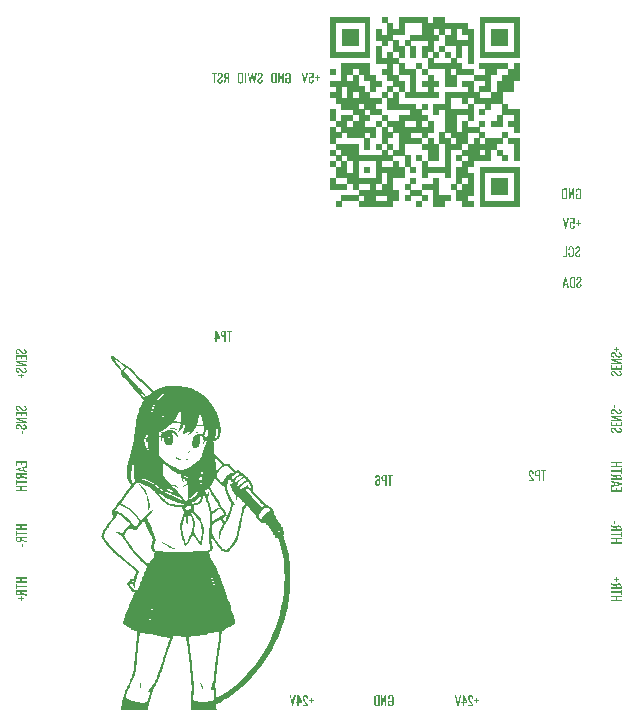
<source format=gbo>
%TF.GenerationSoftware,KiCad,Pcbnew,9.99.0-679-g5f620f0fa1*%
%TF.CreationDate,2025-04-01T17:44:37+06:00*%
%TF.ProjectId,hakko_station,68616b6b-6f5f-4737-9461-74696f6e2e6b,rev?*%
%TF.SameCoordinates,Original*%
%TF.FileFunction,Legend,Bot*%
%TF.FilePolarity,Positive*%
%FSLAX46Y46*%
G04 Gerber Fmt 4.6, Leading zero omitted, Abs format (unit mm)*
G04 Created by KiCad (PCBNEW 9.99.0-679-g5f620f0fa1) date 2025-04-01 17:44:37*
%MOMM*%
%LPD*%
G01*
G04 APERTURE LIST*
%ADD10C,0.100000*%
%ADD11C,0.150000*%
%ADD12C,0.000000*%
G04 APERTURE END LIST*
D10*
G36*
X122645505Y-118829462D02*
G01*
X122645505Y-118702896D01*
X122253495Y-118702896D01*
X122253495Y-118469937D01*
X122645505Y-118469937D01*
X122645505Y-118343370D01*
X121738290Y-118343370D01*
X121738290Y-118469937D01*
X122162784Y-118469937D01*
X122162784Y-118702896D01*
X121738290Y-118702896D01*
X121738290Y-118829462D01*
X122645505Y-118829462D01*
G37*
G36*
X122551423Y-118102156D02*
G01*
X122551423Y-118255589D01*
X122645505Y-118255589D01*
X122645505Y-117826650D01*
X122551423Y-117826650D01*
X122551423Y-117975589D01*
X121738290Y-117975589D01*
X121738290Y-118102156D01*
X122551423Y-118102156D01*
G37*
G36*
X122193021Y-117402791D02*
G01*
X122208099Y-117370244D01*
X122229667Y-117343619D01*
X122258394Y-117322117D01*
X122295699Y-117305634D01*
X122343620Y-117294773D01*
X122404682Y-117290781D01*
X122469073Y-117295579D01*
X122519472Y-117308660D01*
X122558706Y-117328677D01*
X122588938Y-117355212D01*
X122611843Y-117388479D01*
X122629516Y-117431611D01*
X122641203Y-117486952D01*
X122645505Y-117557348D01*
X122645505Y-117739944D01*
X121738290Y-117739944D01*
X121738290Y-117613377D01*
X122163907Y-117613377D01*
X122163907Y-117565212D01*
X122254619Y-117565212D01*
X122254619Y-117613377D01*
X122554793Y-117613377D01*
X122554793Y-117557348D01*
X122550494Y-117503801D01*
X122539650Y-117468883D01*
X122520263Y-117442234D01*
X122492609Y-117425212D01*
X122457535Y-117416397D01*
X122404682Y-117412903D01*
X122348903Y-117417733D01*
X122311433Y-117430131D01*
X122287103Y-117448171D01*
X122270383Y-117473851D01*
X122258993Y-117511461D01*
X122254619Y-117565212D01*
X122163907Y-117565212D01*
X122163907Y-117514801D01*
X121738290Y-117396099D01*
X121738290Y-117273977D01*
X122193021Y-117402791D01*
G37*
G36*
X122158290Y-117044975D02*
G01*
X122158290Y-117201779D01*
X122249001Y-117201779D01*
X122249001Y-117044975D01*
X122431548Y-117044975D01*
X122431548Y-116955387D01*
X122249001Y-116955387D01*
X122249001Y-116792965D01*
X122158290Y-116792965D01*
X122158290Y-116955387D01*
X121975742Y-116955387D01*
X121975742Y-117044975D01*
X122158290Y-117044975D01*
G37*
G36*
X122645505Y-113929462D02*
G01*
X122645505Y-113802896D01*
X122253495Y-113802896D01*
X122253495Y-113569937D01*
X122645505Y-113569937D01*
X122645505Y-113443370D01*
X121738290Y-113443370D01*
X121738290Y-113569937D01*
X122162784Y-113569937D01*
X122162784Y-113802896D01*
X121738290Y-113802896D01*
X121738290Y-113929462D01*
X122645505Y-113929462D01*
G37*
G36*
X122551423Y-113202156D02*
G01*
X122551423Y-113355589D01*
X122645505Y-113355589D01*
X122645505Y-112926650D01*
X122551423Y-112926650D01*
X122551423Y-113075589D01*
X121738290Y-113075589D01*
X121738290Y-113202156D01*
X122551423Y-113202156D01*
G37*
G36*
X122193021Y-112502791D02*
G01*
X122208099Y-112470244D01*
X122229667Y-112443619D01*
X122258394Y-112422117D01*
X122295699Y-112405634D01*
X122343620Y-112394773D01*
X122404682Y-112390781D01*
X122469073Y-112395579D01*
X122519472Y-112408660D01*
X122558706Y-112428677D01*
X122588938Y-112455212D01*
X122611843Y-112488479D01*
X122629516Y-112531611D01*
X122641203Y-112586952D01*
X122645505Y-112657348D01*
X122645505Y-112839944D01*
X121738290Y-112839944D01*
X121738290Y-112713377D01*
X122163907Y-112713377D01*
X122163907Y-112665212D01*
X122254619Y-112665212D01*
X122254619Y-112713377D01*
X122554793Y-112713377D01*
X122554793Y-112657348D01*
X122550494Y-112603801D01*
X122539650Y-112568883D01*
X122520263Y-112542234D01*
X122492609Y-112525212D01*
X122457535Y-112516397D01*
X122404682Y-112512903D01*
X122348903Y-112517733D01*
X122311433Y-112530131D01*
X122287103Y-112548171D01*
X122270383Y-112573851D01*
X122258993Y-112611461D01*
X122254619Y-112665212D01*
X122163907Y-112665212D01*
X122163907Y-112614801D01*
X121738290Y-112496099D01*
X121738290Y-112373977D01*
X122193021Y-112502791D01*
G37*
G36*
X122121311Y-112274912D02*
G01*
X122121311Y-112025150D01*
X122030599Y-112025150D01*
X122030599Y-112274912D01*
X122121311Y-112274912D01*
G37*
D11*
G36*
X116096879Y-107818866D02*
G01*
X116250313Y-107818866D01*
X116250313Y-107724784D01*
X115821373Y-107724784D01*
X115821373Y-107818866D01*
X115970313Y-107818866D01*
X115970313Y-108632000D01*
X116096879Y-108632000D01*
X116096879Y-107818866D01*
G37*
G36*
X115734667Y-108632000D02*
G01*
X115608100Y-108632000D01*
X115608100Y-108209752D01*
X115508401Y-108209752D01*
X115454371Y-108205415D01*
X115409847Y-108193290D01*
X115373050Y-108174183D01*
X115342657Y-108148154D01*
X115318624Y-108115931D01*
X115300847Y-108077344D01*
X115289541Y-108031128D01*
X115285586Y-107976794D01*
X115405379Y-107976794D01*
X115409241Y-108030321D01*
X115418812Y-108064184D01*
X115436584Y-108089931D01*
X115463069Y-108106731D01*
X115497157Y-108115520D01*
X115549824Y-108119041D01*
X115608100Y-108119041D01*
X115608100Y-107815496D01*
X115548701Y-107815496D01*
X115489344Y-107819491D01*
X115455204Y-107828978D01*
X115437596Y-107840042D01*
X115424488Y-107855111D01*
X115415442Y-107874896D01*
X115408378Y-107912006D01*
X115405379Y-107976794D01*
X115285586Y-107976794D01*
X115285504Y-107975670D01*
X115289425Y-107913183D01*
X115300233Y-107862499D01*
X115316856Y-107821550D01*
X115338749Y-107788629D01*
X115367420Y-107762067D01*
X115404096Y-107742268D01*
X115450631Y-107729454D01*
X115509524Y-107724784D01*
X115734667Y-107724784D01*
X115734667Y-108632000D01*
G37*
G36*
X115222343Y-108546856D02*
G01*
X114991632Y-108187380D01*
X114969210Y-108153772D01*
X114933589Y-108093154D01*
X114912106Y-108049627D01*
X114898957Y-108005582D01*
X114894179Y-107949927D01*
X114896966Y-107906877D01*
X114904409Y-107874396D01*
X114915477Y-107850227D01*
X114932224Y-107831248D01*
X114954713Y-107819675D01*
X114984890Y-107815496D01*
X115016328Y-107819706D01*
X115041342Y-107831623D01*
X115061524Y-107851442D01*
X115077385Y-107880953D01*
X115088254Y-107923253D01*
X115092406Y-107982411D01*
X115092406Y-108012648D01*
X115212280Y-108012648D01*
X115212280Y-107981288D01*
X115208412Y-107916430D01*
X115197721Y-107863427D01*
X115181264Y-107820278D01*
X115159622Y-107785307D01*
X115130888Y-107756607D01*
X115094406Y-107735462D01*
X115048430Y-107721892D01*
X114990508Y-107716968D01*
X114937008Y-107721293D01*
X114893271Y-107733345D01*
X114857439Y-107752279D01*
X114828135Y-107778029D01*
X114805193Y-107809814D01*
X114788097Y-107848288D01*
X114777154Y-107894803D01*
X114773230Y-107951050D01*
X114776619Y-108004213D01*
X114786126Y-108049041D01*
X114800686Y-108090299D01*
X114816900Y-108123535D01*
X114872881Y-108213123D01*
X115081220Y-108531176D01*
X114794479Y-108531176D01*
X114794479Y-108632000D01*
X115222343Y-108632000D01*
X115222343Y-108546856D01*
G37*
D10*
G36*
X121728227Y-99515505D02*
G01*
X121733120Y-99571926D01*
X121746859Y-99618602D01*
X121768686Y-99657414D01*
X121798764Y-99689699D01*
X121835316Y-99715180D01*
X121878918Y-99735044D01*
X121930820Y-99749000D01*
X121992546Y-99756329D01*
X122022784Y-99644319D01*
X121964955Y-99637440D01*
X121918542Y-99625778D01*
X121881611Y-99610174D01*
X121858055Y-99593496D01*
X121841621Y-99572760D01*
X121831484Y-99547233D01*
X121827878Y-99515505D01*
X121831279Y-99483798D01*
X121840606Y-99459572D01*
X121855331Y-99441060D01*
X121875102Y-99427637D01*
X121900836Y-99419012D01*
X121934270Y-99415854D01*
X121970985Y-99418711D01*
X122001604Y-99426729D01*
X122027229Y-99439399D01*
X122063769Y-99467717D01*
X122109001Y-99514382D01*
X122243433Y-99666741D01*
X122286270Y-99707120D01*
X122330188Y-99733370D01*
X122361860Y-99744449D01*
X122399415Y-99751547D01*
X122443907Y-99754082D01*
X122493371Y-99750107D01*
X122534679Y-99738932D01*
X122569323Y-99721218D01*
X122598415Y-99696978D01*
X122621756Y-99666921D01*
X122638806Y-99631678D01*
X122649526Y-99590242D01*
X122653321Y-99541297D01*
X122649229Y-99487510D01*
X122637867Y-99443684D01*
X122620128Y-99407964D01*
X122596217Y-99378925D01*
X122566449Y-99355866D01*
X122528267Y-99336799D01*
X122479911Y-99322150D01*
X122419239Y-99312784D01*
X122390125Y-99420300D01*
X122442874Y-99426924D01*
X122482902Y-99437513D01*
X122512735Y-99451123D01*
X122535972Y-99471389D01*
X122550495Y-99500389D01*
X122555868Y-99541297D01*
X122552742Y-99572440D01*
X122544156Y-99596542D01*
X122530662Y-99615205D01*
X122512289Y-99628939D01*
X122488071Y-99637726D01*
X122456217Y-99640949D01*
X122417885Y-99637346D01*
X122388415Y-99627515D01*
X122362096Y-99610331D01*
X122333021Y-99581598D01*
X122198590Y-99428164D01*
X122142953Y-99374189D01*
X122084382Y-99333545D01*
X122042071Y-99314142D01*
X121995696Y-99302300D01*
X121944382Y-99298227D01*
X121895177Y-99302344D01*
X121853284Y-99314032D01*
X121817369Y-99332770D01*
X121786454Y-99358702D01*
X121761356Y-99390583D01*
X121743305Y-99426749D01*
X121732131Y-99468023D01*
X121728227Y-99515505D01*
G37*
G36*
X122645505Y-99200334D02*
G01*
X122645505Y-98848625D01*
X122551423Y-98848625D01*
X122551423Y-99073768D01*
X122251248Y-99073768D01*
X122251248Y-98891172D01*
X122161660Y-98891172D01*
X122161660Y-99073768D01*
X121829001Y-99073768D01*
X121829001Y-98846378D01*
X121738290Y-98846378D01*
X121738290Y-99200334D01*
X122645505Y-99200334D01*
G37*
G36*
X122645505Y-98744675D02*
G01*
X122645505Y-98658408D01*
X122042909Y-98400830D01*
X122645505Y-98400830D01*
X122645505Y-98295512D01*
X121738290Y-98295512D01*
X121738290Y-98376161D01*
X122357641Y-98637110D01*
X121738290Y-98637110D01*
X121738290Y-98744675D01*
X122645505Y-98744675D01*
G37*
G36*
X121728227Y-97939846D02*
G01*
X121733120Y-97996267D01*
X121746859Y-98042942D01*
X121768686Y-98081754D01*
X121798764Y-98114040D01*
X121835316Y-98139521D01*
X121878918Y-98159384D01*
X121930820Y-98173340D01*
X121992546Y-98180669D01*
X122022784Y-98068660D01*
X121964955Y-98061781D01*
X121918542Y-98050118D01*
X121881611Y-98034515D01*
X121858055Y-98017837D01*
X121841621Y-97997101D01*
X121831484Y-97971573D01*
X121827878Y-97939846D01*
X121831279Y-97908139D01*
X121840606Y-97883913D01*
X121855331Y-97865401D01*
X121875102Y-97851977D01*
X121900836Y-97843352D01*
X121934270Y-97840195D01*
X121970985Y-97843052D01*
X122001604Y-97851069D01*
X122027229Y-97863740D01*
X122063769Y-97892058D01*
X122109001Y-97938722D01*
X122243433Y-98091081D01*
X122286270Y-98131460D01*
X122330188Y-98157711D01*
X122361860Y-98168789D01*
X122399415Y-98175888D01*
X122443907Y-98178422D01*
X122493371Y-98174448D01*
X122534679Y-98163272D01*
X122569323Y-98145559D01*
X122598415Y-98121318D01*
X122621756Y-98091262D01*
X122638806Y-98056019D01*
X122649526Y-98014583D01*
X122653321Y-97965638D01*
X122649229Y-97911850D01*
X122637867Y-97868025D01*
X122620128Y-97832304D01*
X122596217Y-97803265D01*
X122566449Y-97780206D01*
X122528267Y-97761140D01*
X122479911Y-97746491D01*
X122419239Y-97737124D01*
X122390125Y-97844640D01*
X122442874Y-97851264D01*
X122482902Y-97861853D01*
X122512735Y-97875464D01*
X122535972Y-97895730D01*
X122550495Y-97924730D01*
X122555868Y-97965638D01*
X122552742Y-97996781D01*
X122544156Y-98020882D01*
X122530662Y-98039546D01*
X122512289Y-98053279D01*
X122488071Y-98062067D01*
X122456217Y-98065289D01*
X122417885Y-98061687D01*
X122388415Y-98051856D01*
X122362096Y-98034672D01*
X122333021Y-98005938D01*
X122198590Y-97852505D01*
X122142953Y-97798530D01*
X122084382Y-97757885D01*
X122042071Y-97738483D01*
X121995696Y-97726641D01*
X121944382Y-97722568D01*
X121895177Y-97726685D01*
X121853284Y-97738372D01*
X121817369Y-97757111D01*
X121786454Y-97783042D01*
X121761356Y-97814924D01*
X121743305Y-97851090D01*
X121732131Y-97892363D01*
X121728227Y-97939846D01*
G37*
G36*
X122158290Y-97510418D02*
G01*
X122158290Y-97667222D01*
X122249001Y-97667222D01*
X122249001Y-97510418D01*
X122431548Y-97510418D01*
X122431548Y-97420830D01*
X122249001Y-97420830D01*
X122249001Y-97258408D01*
X122158290Y-97258408D01*
X122158290Y-97420830D01*
X121975742Y-97420830D01*
X121975742Y-97510418D01*
X122158290Y-97510418D01*
G37*
G36*
X119015205Y-86844000D02*
G01*
X119172009Y-86844000D01*
X119172009Y-86753288D01*
X119015205Y-86753288D01*
X119015205Y-86570741D01*
X118925617Y-86570741D01*
X118925617Y-86753288D01*
X118763196Y-86753288D01*
X118763196Y-86844000D01*
X118925617Y-86844000D01*
X118925617Y-87026547D01*
X119015205Y-87026547D01*
X119015205Y-86844000D01*
G37*
G36*
X118463558Y-87272939D02*
G01*
X118522304Y-87268066D01*
X118568337Y-87254723D01*
X118604310Y-87234096D01*
X118632135Y-87206309D01*
X118652891Y-87172281D01*
X118668829Y-87129492D01*
X118679276Y-87076057D01*
X118683084Y-87009743D01*
X118563258Y-87009743D01*
X118560602Y-87060418D01*
X118553391Y-87100490D01*
X118542547Y-87131864D01*
X118529954Y-87151672D01*
X118512941Y-87165699D01*
X118490628Y-87174555D01*
X118461360Y-87177782D01*
X118431957Y-87174456D01*
X118409762Y-87165349D01*
X118393021Y-87150915D01*
X118375112Y-87120771D01*
X118364445Y-87079792D01*
X118360029Y-87031808D01*
X118358290Y-86961578D01*
X118360348Y-86896702D01*
X118365568Y-86852401D01*
X118377060Y-86815089D01*
X118394731Y-86789680D01*
X118410653Y-86778090D01*
X118431935Y-86770607D01*
X118460237Y-86767845D01*
X118492923Y-86773201D01*
X118521249Y-86789143D01*
X118544261Y-86813074D01*
X118561011Y-86842876D01*
X118662958Y-86842876D01*
X118662958Y-86356784D01*
X118272072Y-86356784D01*
X118272072Y-86476658D01*
X118554319Y-86476658D01*
X118562135Y-86727496D01*
X118536544Y-86705903D01*
X118506775Y-86690299D01*
X118472007Y-86680564D01*
X118431123Y-86677133D01*
X118380055Y-86682140D01*
X118339716Y-86695995D01*
X118307763Y-86717877D01*
X118282721Y-86748256D01*
X118264633Y-86784079D01*
X118250761Y-86827909D01*
X118241728Y-86881266D01*
X118238464Y-86945898D01*
X118242214Y-87025146D01*
X118252563Y-87090296D01*
X118268381Y-87143517D01*
X118288876Y-87186721D01*
X118311337Y-87217076D01*
X118339061Y-87240626D01*
X118372773Y-87257961D01*
X118413720Y-87268987D01*
X118463558Y-87272939D01*
G37*
G36*
X118176964Y-86356784D02*
G01*
X118058213Y-86356784D01*
X117914891Y-87025423D01*
X117778213Y-86356784D01*
X117662882Y-86356784D01*
X117863356Y-87264000D01*
X117974242Y-87264000D01*
X118176964Y-86356784D01*
G37*
G36*
X92015505Y-74974062D02*
G01*
X92071926Y-74969169D01*
X92118602Y-74955430D01*
X92157414Y-74933603D01*
X92189699Y-74903525D01*
X92215180Y-74866973D01*
X92235044Y-74823371D01*
X92249000Y-74771469D01*
X92256329Y-74709743D01*
X92144319Y-74679505D01*
X92137440Y-74737334D01*
X92125778Y-74783747D01*
X92110174Y-74820678D01*
X92093496Y-74844234D01*
X92072760Y-74860668D01*
X92047233Y-74870805D01*
X92015505Y-74874411D01*
X91983798Y-74871010D01*
X91959572Y-74861683D01*
X91941060Y-74846958D01*
X91927637Y-74827187D01*
X91919012Y-74801453D01*
X91915854Y-74768019D01*
X91918711Y-74731304D01*
X91926729Y-74700685D01*
X91939399Y-74675060D01*
X91967717Y-74638520D01*
X92014382Y-74593288D01*
X92166741Y-74458856D01*
X92207120Y-74416019D01*
X92233370Y-74372101D01*
X92244449Y-74340429D01*
X92251547Y-74302874D01*
X92254082Y-74258382D01*
X92250107Y-74208918D01*
X92238932Y-74167610D01*
X92221218Y-74132966D01*
X92196978Y-74103874D01*
X92166921Y-74080533D01*
X92131678Y-74063483D01*
X92090242Y-74052763D01*
X92041297Y-74048968D01*
X91987510Y-74053060D01*
X91943684Y-74064422D01*
X91907964Y-74082161D01*
X91878925Y-74106072D01*
X91855866Y-74135840D01*
X91836799Y-74174022D01*
X91822150Y-74222378D01*
X91812784Y-74283050D01*
X91920300Y-74312164D01*
X91926924Y-74259415D01*
X91937513Y-74219387D01*
X91951123Y-74189554D01*
X91971389Y-74166317D01*
X92000389Y-74151794D01*
X92041297Y-74146421D01*
X92072440Y-74149547D01*
X92096542Y-74158133D01*
X92115205Y-74171627D01*
X92128939Y-74190000D01*
X92137726Y-74214218D01*
X92140949Y-74246072D01*
X92137346Y-74284404D01*
X92127515Y-74313874D01*
X92110331Y-74340193D01*
X92081598Y-74369268D01*
X91928164Y-74503699D01*
X91874189Y-74559336D01*
X91833545Y-74617907D01*
X91814142Y-74660218D01*
X91802300Y-74706593D01*
X91798227Y-74757907D01*
X91802344Y-74807112D01*
X91814032Y-74849005D01*
X91832770Y-74884920D01*
X91858702Y-74915835D01*
X91890583Y-74940933D01*
X91926749Y-74958984D01*
X91968023Y-74970158D01*
X92015505Y-74974062D01*
G37*
G36*
X91730572Y-74056784D02*
G01*
X91625254Y-74056784D01*
X91527850Y-74708619D01*
X91405729Y-74060154D01*
X91316140Y-74060154D01*
X91192944Y-74711990D01*
X91097739Y-74056784D01*
X90994717Y-74056784D01*
X91140334Y-74964000D01*
X91232170Y-74964000D01*
X91358688Y-74291990D01*
X91486378Y-74964000D01*
X91582707Y-74964000D01*
X91730572Y-74056784D01*
G37*
G36*
X90877627Y-74056784D02*
G01*
X90753307Y-74056784D01*
X90753307Y-74964000D01*
X90877627Y-74964000D01*
X90877627Y-74056784D01*
G37*
G36*
X90441189Y-74054305D02*
G01*
X90493163Y-74068919D01*
X90533864Y-74091474D01*
X90565436Y-74121752D01*
X90589271Y-74159108D01*
X90607467Y-74205813D01*
X90619345Y-74263865D01*
X90623663Y-74335660D01*
X90623663Y-74679505D01*
X90619400Y-74752478D01*
X90607650Y-74811817D01*
X90589627Y-74859839D01*
X90566022Y-74898494D01*
X90534507Y-74930009D01*
X90493755Y-74953403D01*
X90441597Y-74968535D01*
X90375024Y-74974062D01*
X90309783Y-74968547D01*
X90258251Y-74953384D01*
X90217593Y-74929819D01*
X90185785Y-74897907D01*
X90161807Y-74858924D01*
X90143595Y-74810985D01*
X90131779Y-74752276D01*
X90127508Y-74680629D01*
X90127508Y-74335660D01*
X90129049Y-74309917D01*
X90255198Y-74309917D01*
X90255198Y-74707496D01*
X90258523Y-74763450D01*
X90267234Y-74804113D01*
X90279867Y-74832988D01*
X90293963Y-74850159D01*
X90313478Y-74862929D01*
X90339810Y-74871300D01*
X90375024Y-74874411D01*
X90410894Y-74871281D01*
X90437599Y-74862880D01*
X90457281Y-74850106D01*
X90471402Y-74832988D01*
X90484008Y-74804116D01*
X90492703Y-74763454D01*
X90496022Y-74707496D01*
X90496022Y-74309917D01*
X90492683Y-74254712D01*
X90483974Y-74215047D01*
X90471402Y-74187258D01*
X90451544Y-74166397D01*
X90420877Y-74152733D01*
X90375024Y-74147496D01*
X90329980Y-74152704D01*
X90299664Y-74166342D01*
X90279867Y-74187258D01*
X90267269Y-74215051D01*
X90258543Y-74254716D01*
X90255198Y-74309917D01*
X90129049Y-74309917D01*
X90131770Y-74264480D01*
X90143516Y-74206669D01*
X90161545Y-74159929D01*
X90185198Y-74122339D01*
X90216563Y-74091802D01*
X90257086Y-74069073D01*
X90308921Y-74054348D01*
X90375024Y-74048968D01*
X90441189Y-74054305D01*
G37*
G36*
X71356784Y-116770537D02*
G01*
X71356784Y-116897103D01*
X71748794Y-116897103D01*
X71748794Y-117130062D01*
X71356784Y-117130062D01*
X71356784Y-117256629D01*
X72264000Y-117256629D01*
X72264000Y-117130062D01*
X71839505Y-117130062D01*
X71839505Y-116897103D01*
X72264000Y-116897103D01*
X72264000Y-116770537D01*
X71356784Y-116770537D01*
G37*
G36*
X71450866Y-117497843D02*
G01*
X71450866Y-117344410D01*
X71356784Y-117344410D01*
X71356784Y-117773349D01*
X71450866Y-117773349D01*
X71450866Y-117624410D01*
X72264000Y-117624410D01*
X72264000Y-117497843D01*
X71450866Y-117497843D01*
G37*
G36*
X72264000Y-117986622D02*
G01*
X71838382Y-117986622D01*
X71838382Y-118085198D01*
X72264000Y-118203900D01*
X72264000Y-118326022D01*
X71809268Y-118197208D01*
X71794190Y-118229755D01*
X71772622Y-118256380D01*
X71743895Y-118277882D01*
X71706590Y-118294365D01*
X71658669Y-118305226D01*
X71597607Y-118309218D01*
X71533216Y-118304420D01*
X71482817Y-118291339D01*
X71443583Y-118271322D01*
X71413351Y-118244787D01*
X71390446Y-118211520D01*
X71372773Y-118168388D01*
X71361086Y-118113047D01*
X71356784Y-118042651D01*
X71447496Y-118042651D01*
X71451795Y-118096198D01*
X71462639Y-118131116D01*
X71482026Y-118157765D01*
X71509680Y-118174787D01*
X71544754Y-118183602D01*
X71597607Y-118187096D01*
X71653386Y-118182266D01*
X71690856Y-118169868D01*
X71715186Y-118151828D01*
X71731906Y-118126148D01*
X71743296Y-118088538D01*
X71747670Y-118034787D01*
X71747670Y-117986622D01*
X71447496Y-117986622D01*
X71447496Y-118042651D01*
X71356784Y-118042651D01*
X71356784Y-117860055D01*
X72264000Y-117860055D01*
X72264000Y-117986622D01*
G37*
G36*
X71844000Y-118555024D02*
G01*
X71844000Y-118398220D01*
X71753288Y-118398220D01*
X71753288Y-118555024D01*
X71570741Y-118555024D01*
X71570741Y-118644612D01*
X71753288Y-118644612D01*
X71753288Y-118807034D01*
X71844000Y-118807034D01*
X71844000Y-118644612D01*
X72026547Y-118644612D01*
X72026547Y-118555024D01*
X71844000Y-118555024D01*
G37*
G36*
X72274062Y-97684494D02*
G01*
X72269169Y-97628073D01*
X72255430Y-97581397D01*
X72233603Y-97542585D01*
X72203525Y-97510300D01*
X72166973Y-97484819D01*
X72123371Y-97464955D01*
X72071469Y-97450999D01*
X72009743Y-97443670D01*
X71979505Y-97555680D01*
X72037334Y-97562559D01*
X72083747Y-97574221D01*
X72120678Y-97589825D01*
X72144234Y-97606503D01*
X72160668Y-97627239D01*
X72170805Y-97652766D01*
X72174411Y-97684494D01*
X72171010Y-97716201D01*
X72161683Y-97740427D01*
X72146958Y-97758939D01*
X72127187Y-97772362D01*
X72101453Y-97780987D01*
X72068019Y-97784145D01*
X72031304Y-97781288D01*
X72000685Y-97773270D01*
X71975060Y-97760600D01*
X71938520Y-97732282D01*
X71893288Y-97685617D01*
X71758856Y-97533258D01*
X71716019Y-97492879D01*
X71672101Y-97466629D01*
X71640429Y-97455550D01*
X71602874Y-97448452D01*
X71558382Y-97445917D01*
X71508918Y-97449892D01*
X71467610Y-97461067D01*
X71432966Y-97478781D01*
X71403874Y-97503021D01*
X71380533Y-97533078D01*
X71363483Y-97568321D01*
X71352763Y-97609757D01*
X71348968Y-97658702D01*
X71353060Y-97712489D01*
X71364422Y-97756315D01*
X71382161Y-97792035D01*
X71406072Y-97821074D01*
X71435840Y-97844133D01*
X71474022Y-97863200D01*
X71522378Y-97877849D01*
X71583050Y-97887215D01*
X71612164Y-97779699D01*
X71559415Y-97773075D01*
X71519387Y-97762486D01*
X71489554Y-97748876D01*
X71466317Y-97728610D01*
X71451794Y-97699610D01*
X71446421Y-97658702D01*
X71449547Y-97627559D01*
X71458133Y-97603457D01*
X71471627Y-97584794D01*
X71490000Y-97571060D01*
X71514218Y-97562273D01*
X71546072Y-97559050D01*
X71584404Y-97562653D01*
X71613874Y-97572484D01*
X71640193Y-97589668D01*
X71669268Y-97618401D01*
X71803699Y-97771835D01*
X71859336Y-97825810D01*
X71917907Y-97866454D01*
X71960218Y-97885857D01*
X72006593Y-97897699D01*
X72057907Y-97901772D01*
X72107112Y-97897655D01*
X72149005Y-97885967D01*
X72184920Y-97867229D01*
X72215835Y-97841297D01*
X72240933Y-97809416D01*
X72258984Y-97773250D01*
X72270158Y-97731976D01*
X72274062Y-97684494D01*
G37*
G36*
X71356784Y-97999665D02*
G01*
X71356784Y-98351374D01*
X71450866Y-98351374D01*
X71450866Y-98126231D01*
X71751041Y-98126231D01*
X71751041Y-98308827D01*
X71840629Y-98308827D01*
X71840629Y-98126231D01*
X72173288Y-98126231D01*
X72173288Y-98353621D01*
X72264000Y-98353621D01*
X72264000Y-97999665D01*
X71356784Y-97999665D01*
G37*
G36*
X71356784Y-98455324D02*
G01*
X71356784Y-98541591D01*
X71959380Y-98799169D01*
X71356784Y-98799169D01*
X71356784Y-98904487D01*
X72264000Y-98904487D01*
X72264000Y-98823838D01*
X71644648Y-98562889D01*
X72264000Y-98562889D01*
X72264000Y-98455324D01*
X71356784Y-98455324D01*
G37*
G36*
X72274062Y-99260153D02*
G01*
X72269169Y-99203732D01*
X72255430Y-99157057D01*
X72233603Y-99118245D01*
X72203525Y-99085959D01*
X72166973Y-99060478D01*
X72123371Y-99040615D01*
X72071469Y-99026659D01*
X72009743Y-99019330D01*
X71979505Y-99131339D01*
X72037334Y-99138218D01*
X72083747Y-99149881D01*
X72120678Y-99165484D01*
X72144234Y-99182162D01*
X72160668Y-99202898D01*
X72170805Y-99228426D01*
X72174411Y-99260153D01*
X72171010Y-99291860D01*
X72161683Y-99316086D01*
X72146958Y-99334598D01*
X72127187Y-99348022D01*
X72101453Y-99356647D01*
X72068019Y-99359804D01*
X72031304Y-99356947D01*
X72000685Y-99348930D01*
X71975060Y-99336259D01*
X71938520Y-99307941D01*
X71893288Y-99261277D01*
X71758856Y-99108918D01*
X71716019Y-99068539D01*
X71672101Y-99042288D01*
X71640429Y-99031210D01*
X71602874Y-99024111D01*
X71558382Y-99021577D01*
X71508918Y-99025551D01*
X71467610Y-99036727D01*
X71432966Y-99054440D01*
X71403874Y-99078681D01*
X71380533Y-99108737D01*
X71363483Y-99143980D01*
X71352763Y-99185416D01*
X71348968Y-99234361D01*
X71353060Y-99288149D01*
X71364422Y-99331974D01*
X71382161Y-99367695D01*
X71406072Y-99396734D01*
X71435840Y-99419793D01*
X71474022Y-99438859D01*
X71522378Y-99453508D01*
X71583050Y-99462875D01*
X71612164Y-99355359D01*
X71559415Y-99348735D01*
X71519387Y-99338146D01*
X71489554Y-99324535D01*
X71466317Y-99304269D01*
X71451794Y-99275269D01*
X71446421Y-99234361D01*
X71449547Y-99203218D01*
X71458133Y-99179117D01*
X71471627Y-99160453D01*
X71490000Y-99146720D01*
X71514218Y-99137932D01*
X71546072Y-99134710D01*
X71584404Y-99138312D01*
X71613874Y-99148143D01*
X71640193Y-99165327D01*
X71669268Y-99194061D01*
X71803699Y-99347494D01*
X71859336Y-99401469D01*
X71917907Y-99442114D01*
X71960218Y-99461516D01*
X72006593Y-99473358D01*
X72057907Y-99477431D01*
X72107112Y-99473314D01*
X72149005Y-99461627D01*
X72184920Y-99442888D01*
X72215835Y-99416957D01*
X72240933Y-99385075D01*
X72258984Y-99348909D01*
X72270158Y-99307636D01*
X72274062Y-99260153D01*
G37*
G36*
X71844000Y-99689581D02*
G01*
X71844000Y-99532777D01*
X71753288Y-99532777D01*
X71753288Y-99689581D01*
X71570741Y-99689581D01*
X71570741Y-99779169D01*
X71753288Y-99779169D01*
X71753288Y-99941591D01*
X71844000Y-99941591D01*
X71844000Y-99779169D01*
X72026547Y-99779169D01*
X72026547Y-99689581D01*
X71844000Y-99689581D01*
G37*
D11*
G36*
X89499615Y-96018866D02*
G01*
X89653049Y-96018866D01*
X89653049Y-95924784D01*
X89224109Y-95924784D01*
X89224109Y-96018866D01*
X89373049Y-96018866D01*
X89373049Y-96832000D01*
X89499615Y-96832000D01*
X89499615Y-96018866D01*
G37*
G36*
X89137403Y-96832000D02*
G01*
X89010836Y-96832000D01*
X89010836Y-96409752D01*
X88911137Y-96409752D01*
X88857107Y-96405415D01*
X88812583Y-96393290D01*
X88775786Y-96374183D01*
X88745393Y-96348154D01*
X88721360Y-96315931D01*
X88703583Y-96277344D01*
X88692277Y-96231128D01*
X88688322Y-96176794D01*
X88808115Y-96176794D01*
X88811977Y-96230321D01*
X88821548Y-96264184D01*
X88839320Y-96289931D01*
X88865805Y-96306731D01*
X88899893Y-96315520D01*
X88952560Y-96319041D01*
X89010836Y-96319041D01*
X89010836Y-96015496D01*
X88951437Y-96015496D01*
X88892080Y-96019491D01*
X88857940Y-96028978D01*
X88840332Y-96040042D01*
X88827224Y-96055111D01*
X88818178Y-96074896D01*
X88811114Y-96112006D01*
X88808115Y-96176794D01*
X88688322Y-96176794D01*
X88688240Y-96175670D01*
X88692161Y-96113183D01*
X88702969Y-96062499D01*
X88719592Y-96021550D01*
X88741485Y-95988629D01*
X88770156Y-95962067D01*
X88806832Y-95942268D01*
X88853367Y-95929454D01*
X88912260Y-95924784D01*
X89137403Y-95924784D01*
X89137403Y-96832000D01*
G37*
G36*
X88626203Y-96463535D02*
G01*
X88626203Y-96588978D01*
X88363007Y-96588978D01*
X88363007Y-96832000D01*
X88248750Y-96832000D01*
X88248750Y-96588978D01*
X88146852Y-96588978D01*
X88146852Y-96482537D01*
X88248750Y-96482537D01*
X88363007Y-96482537D01*
X88510822Y-96482537D01*
X88363007Y-96070401D01*
X88363007Y-96482537D01*
X88248750Y-96482537D01*
X88248750Y-95924784D01*
X88389873Y-95924784D01*
X88626203Y-96463535D01*
G37*
D10*
G36*
X96420773Y-127244000D02*
G01*
X96577577Y-127244000D01*
X96577577Y-127153288D01*
X96420773Y-127153288D01*
X96420773Y-126970741D01*
X96331185Y-126970741D01*
X96331185Y-127153288D01*
X96168764Y-127153288D01*
X96168764Y-127244000D01*
X96331185Y-127244000D01*
X96331185Y-127426547D01*
X96420773Y-127426547D01*
X96420773Y-127244000D01*
G37*
G36*
X96095393Y-127578856D02*
G01*
X95864681Y-127219380D01*
X95842260Y-127185772D01*
X95806639Y-127125154D01*
X95785156Y-127081627D01*
X95772006Y-127037582D01*
X95767228Y-126981927D01*
X95770016Y-126938877D01*
X95777459Y-126906396D01*
X95788526Y-126882227D01*
X95805274Y-126863248D01*
X95827762Y-126851675D01*
X95857940Y-126847496D01*
X95889378Y-126851706D01*
X95914392Y-126863623D01*
X95934574Y-126883442D01*
X95950435Y-126912953D01*
X95961304Y-126955253D01*
X95965456Y-127014411D01*
X95965456Y-127044648D01*
X96085330Y-127044648D01*
X96085330Y-127013288D01*
X96081461Y-126948430D01*
X96070771Y-126895427D01*
X96054314Y-126852278D01*
X96032671Y-126817307D01*
X96003937Y-126788607D01*
X95967456Y-126767462D01*
X95921480Y-126753892D01*
X95863558Y-126748968D01*
X95810058Y-126753293D01*
X95766320Y-126765345D01*
X95730489Y-126784279D01*
X95701185Y-126810029D01*
X95678243Y-126841814D01*
X95661146Y-126880288D01*
X95650204Y-126926803D01*
X95646279Y-126983050D01*
X95649668Y-127036213D01*
X95659175Y-127081041D01*
X95673736Y-127122299D01*
X95689950Y-127155535D01*
X95745930Y-127245123D01*
X95954270Y-127563176D01*
X95667528Y-127563176D01*
X95667528Y-127664000D01*
X96095393Y-127664000D01*
X96095393Y-127578856D01*
G37*
G36*
X95561136Y-127295535D02*
G01*
X95561136Y-127420978D01*
X95297940Y-127420978D01*
X95297940Y-127664000D01*
X95183683Y-127664000D01*
X95183683Y-127420978D01*
X95081785Y-127420978D01*
X95081785Y-127314537D01*
X95183683Y-127314537D01*
X95297940Y-127314537D01*
X95445756Y-127314537D01*
X95297940Y-126902401D01*
X95297940Y-127314537D01*
X95183683Y-127314537D01*
X95183683Y-126756784D01*
X95324807Y-126756784D01*
X95561136Y-127295535D01*
G37*
G36*
X95039336Y-126756784D02*
G01*
X94920585Y-126756784D01*
X94777263Y-127425423D01*
X94640585Y-126756784D01*
X94525253Y-126756784D01*
X94725728Y-127664000D01*
X94836614Y-127664000D01*
X95039336Y-126756784D01*
G37*
G36*
X119013258Y-84775186D02*
G01*
X119074137Y-84769650D01*
X119122501Y-84754347D01*
X119160982Y-84730329D01*
X119191360Y-84697370D01*
X119213522Y-84657939D01*
X119230712Y-84607856D01*
X119242062Y-84544800D01*
X119246217Y-84466072D01*
X119246217Y-84162576D01*
X119243439Y-84092217D01*
X119235840Y-84035218D01*
X119224382Y-83989505D01*
X119205893Y-83947032D01*
X119180968Y-83912710D01*
X119149351Y-83885360D01*
X119112117Y-83866130D01*
X119064304Y-83853574D01*
X119003196Y-83848968D01*
X118939978Y-83853717D01*
X118890505Y-83866667D01*
X118851990Y-83886498D01*
X118822309Y-83912813D01*
X118799885Y-83945755D01*
X118782559Y-83988510D01*
X118771090Y-84043413D01*
X118766866Y-84113288D01*
X118766866Y-84146896D01*
X118885617Y-84146896D01*
X118885617Y-84118856D01*
X118887889Y-84057635D01*
X118893482Y-84018668D01*
X118905979Y-83987164D01*
X118926503Y-83965423D01*
X118955410Y-83952550D01*
X119000949Y-83947496D01*
X119035271Y-83950595D01*
X119060715Y-83958907D01*
X119079399Y-83971578D01*
X119100209Y-83999112D01*
X119112421Y-84036009D01*
X119117642Y-84079662D01*
X119119699Y-84143525D01*
X119119699Y-84479505D01*
X119116148Y-84549436D01*
X119107100Y-84597438D01*
X119094494Y-84629080D01*
X119079863Y-84648088D01*
X119059828Y-84662031D01*
X119033079Y-84671072D01*
X118997578Y-84674411D01*
X118963079Y-84670901D01*
X118936530Y-84661275D01*
X118916104Y-84646153D01*
X118900711Y-84625123D01*
X118887474Y-84590900D01*
X118878053Y-84540054D01*
X118874382Y-84467196D01*
X118874382Y-84404474D01*
X118989762Y-84404474D01*
X118989762Y-84314886D01*
X118760174Y-84314886D01*
X118760174Y-84764000D01*
X118839699Y-84764000D01*
X118852009Y-84659854D01*
X118873002Y-84702841D01*
X118899063Y-84734448D01*
X118930336Y-84756657D01*
X118967826Y-84770347D01*
X119013258Y-84775186D01*
G37*
G36*
X118630774Y-83856784D02*
G01*
X118544508Y-83856784D01*
X118286929Y-84459380D01*
X118286929Y-83856784D01*
X118181612Y-83856784D01*
X118181612Y-84764000D01*
X118262260Y-84764000D01*
X118523210Y-84144648D01*
X118523210Y-84764000D01*
X118630774Y-84764000D01*
X118630774Y-83856784D01*
G37*
G36*
X118039902Y-84764000D02*
G01*
X117832686Y-84764000D01*
X117762882Y-84758555D01*
X117708466Y-84743714D01*
X117666254Y-84720955D01*
X117633872Y-84690629D01*
X117609548Y-84652971D01*
X117590807Y-84604842D01*
X117578460Y-84543866D01*
X117573935Y-84467196D01*
X117573935Y-84149143D01*
X117701625Y-84149143D01*
X117701625Y-84443699D01*
X117703770Y-84527595D01*
X117708904Y-84577545D01*
X117716510Y-84605642D01*
X117728835Y-84628678D01*
X117745882Y-84647545D01*
X117767317Y-84660825D01*
X117798169Y-84669843D01*
X117841625Y-84673288D01*
X117913335Y-84673288D01*
X117913335Y-83950866D01*
X117844996Y-83950866D01*
X117802526Y-83953530D01*
X117772128Y-83960472D01*
X117750914Y-83970503D01*
X117733381Y-83985560D01*
X117720153Y-84005372D01*
X117711151Y-84030978D01*
X117704394Y-84076369D01*
X117701625Y-84149143D01*
X117573935Y-84149143D01*
X117573935Y-84133462D01*
X117578538Y-84061012D01*
X117591081Y-84003776D01*
X117610140Y-83958885D01*
X117634996Y-83924000D01*
X117667421Y-83896760D01*
X117710826Y-83875835D01*
X117768060Y-83861940D01*
X117842749Y-83856784D01*
X118039902Y-83856784D01*
X118039902Y-84764000D01*
G37*
G36*
X72274062Y-102484494D02*
G01*
X72269169Y-102428073D01*
X72255430Y-102381397D01*
X72233603Y-102342585D01*
X72203525Y-102310300D01*
X72166973Y-102284819D01*
X72123371Y-102264955D01*
X72071469Y-102250999D01*
X72009743Y-102243670D01*
X71979505Y-102355680D01*
X72037334Y-102362559D01*
X72083747Y-102374221D01*
X72120678Y-102389825D01*
X72144234Y-102406503D01*
X72160668Y-102427239D01*
X72170805Y-102452766D01*
X72174411Y-102484494D01*
X72171010Y-102516201D01*
X72161683Y-102540427D01*
X72146958Y-102558939D01*
X72127187Y-102572362D01*
X72101453Y-102580987D01*
X72068019Y-102584145D01*
X72031304Y-102581288D01*
X72000685Y-102573270D01*
X71975060Y-102560600D01*
X71938520Y-102532282D01*
X71893288Y-102485617D01*
X71758856Y-102333258D01*
X71716019Y-102292879D01*
X71672101Y-102266629D01*
X71640429Y-102255550D01*
X71602874Y-102248452D01*
X71558382Y-102245917D01*
X71508918Y-102249892D01*
X71467610Y-102261067D01*
X71432966Y-102278781D01*
X71403874Y-102303021D01*
X71380533Y-102333078D01*
X71363483Y-102368321D01*
X71352763Y-102409757D01*
X71348968Y-102458702D01*
X71353060Y-102512489D01*
X71364422Y-102556315D01*
X71382161Y-102592035D01*
X71406072Y-102621074D01*
X71435840Y-102644133D01*
X71474022Y-102663200D01*
X71522378Y-102677849D01*
X71583050Y-102687215D01*
X71612164Y-102579699D01*
X71559415Y-102573075D01*
X71519387Y-102562486D01*
X71489554Y-102548876D01*
X71466317Y-102528610D01*
X71451794Y-102499610D01*
X71446421Y-102458702D01*
X71449547Y-102427559D01*
X71458133Y-102403457D01*
X71471627Y-102384794D01*
X71490000Y-102371060D01*
X71514218Y-102362273D01*
X71546072Y-102359050D01*
X71584404Y-102362653D01*
X71613874Y-102372484D01*
X71640193Y-102389668D01*
X71669268Y-102418401D01*
X71803699Y-102571835D01*
X71859336Y-102625810D01*
X71917907Y-102666454D01*
X71960218Y-102685857D01*
X72006593Y-102697699D01*
X72057907Y-102701772D01*
X72107112Y-102697655D01*
X72149005Y-102685967D01*
X72184920Y-102667229D01*
X72215835Y-102641297D01*
X72240933Y-102609416D01*
X72258984Y-102573250D01*
X72270158Y-102531976D01*
X72274062Y-102484494D01*
G37*
G36*
X71356784Y-102799665D02*
G01*
X71356784Y-103151374D01*
X71450866Y-103151374D01*
X71450866Y-102926231D01*
X71751041Y-102926231D01*
X71751041Y-103108827D01*
X71840629Y-103108827D01*
X71840629Y-102926231D01*
X72173288Y-102926231D01*
X72173288Y-103153621D01*
X72264000Y-103153621D01*
X72264000Y-102799665D01*
X71356784Y-102799665D01*
G37*
G36*
X71356784Y-103255324D02*
G01*
X71356784Y-103341591D01*
X71959380Y-103599169D01*
X71356784Y-103599169D01*
X71356784Y-103704487D01*
X72264000Y-103704487D01*
X72264000Y-103623838D01*
X71644648Y-103362889D01*
X72264000Y-103362889D01*
X72264000Y-103255324D01*
X71356784Y-103255324D01*
G37*
G36*
X72274062Y-104060153D02*
G01*
X72269169Y-104003732D01*
X72255430Y-103957057D01*
X72233603Y-103918245D01*
X72203525Y-103885959D01*
X72166973Y-103860478D01*
X72123371Y-103840615D01*
X72071469Y-103826659D01*
X72009743Y-103819330D01*
X71979505Y-103931339D01*
X72037334Y-103938218D01*
X72083747Y-103949881D01*
X72120678Y-103965484D01*
X72144234Y-103982162D01*
X72160668Y-104002898D01*
X72170805Y-104028426D01*
X72174411Y-104060153D01*
X72171010Y-104091860D01*
X72161683Y-104116086D01*
X72146958Y-104134598D01*
X72127187Y-104148022D01*
X72101453Y-104156647D01*
X72068019Y-104159804D01*
X72031304Y-104156947D01*
X72000685Y-104148930D01*
X71975060Y-104136259D01*
X71938520Y-104107941D01*
X71893288Y-104061277D01*
X71758856Y-103908918D01*
X71716019Y-103868539D01*
X71672101Y-103842288D01*
X71640429Y-103831210D01*
X71602874Y-103824111D01*
X71558382Y-103821577D01*
X71508918Y-103825551D01*
X71467610Y-103836727D01*
X71432966Y-103854440D01*
X71403874Y-103878681D01*
X71380533Y-103908737D01*
X71363483Y-103943980D01*
X71352763Y-103985416D01*
X71348968Y-104034361D01*
X71353060Y-104088149D01*
X71364422Y-104131974D01*
X71382161Y-104167695D01*
X71406072Y-104196734D01*
X71435840Y-104219793D01*
X71474022Y-104238859D01*
X71522378Y-104253508D01*
X71583050Y-104262875D01*
X71612164Y-104155359D01*
X71559415Y-104148735D01*
X71519387Y-104138146D01*
X71489554Y-104124535D01*
X71466317Y-104104269D01*
X71451794Y-104075269D01*
X71446421Y-104034361D01*
X71449547Y-104003218D01*
X71458133Y-103979117D01*
X71471627Y-103960453D01*
X71490000Y-103946720D01*
X71514218Y-103937932D01*
X71546072Y-103934710D01*
X71584404Y-103938312D01*
X71613874Y-103948143D01*
X71640193Y-103965327D01*
X71669268Y-103994061D01*
X71803699Y-104147494D01*
X71859336Y-104201469D01*
X71917907Y-104242114D01*
X71960218Y-104261516D01*
X72006593Y-104273358D01*
X72057907Y-104277431D01*
X72107112Y-104273314D01*
X72149005Y-104261627D01*
X72184920Y-104242888D01*
X72215835Y-104216957D01*
X72240933Y-104185075D01*
X72258984Y-104148909D01*
X72270158Y-104107636D01*
X72274062Y-104060153D01*
G37*
G36*
X71880978Y-104359644D02*
G01*
X71880978Y-104609406D01*
X71971690Y-104609406D01*
X71971690Y-104359644D01*
X71880978Y-104359644D01*
G37*
G36*
X103118826Y-127675186D02*
G01*
X103179705Y-127669650D01*
X103228069Y-127654347D01*
X103266550Y-127630329D01*
X103296928Y-127597370D01*
X103319090Y-127557939D01*
X103336280Y-127507856D01*
X103347630Y-127444800D01*
X103351785Y-127366072D01*
X103351785Y-127062576D01*
X103349007Y-126992217D01*
X103341408Y-126935218D01*
X103329950Y-126889505D01*
X103311461Y-126847032D01*
X103286536Y-126812710D01*
X103254919Y-126785360D01*
X103217685Y-126766130D01*
X103169872Y-126753574D01*
X103108764Y-126748968D01*
X103045546Y-126753717D01*
X102996073Y-126766667D01*
X102957558Y-126786498D01*
X102927877Y-126812813D01*
X102905453Y-126845755D01*
X102888127Y-126888510D01*
X102876658Y-126943413D01*
X102872434Y-127013288D01*
X102872434Y-127046896D01*
X102991185Y-127046896D01*
X102991185Y-127018856D01*
X102993457Y-126957635D01*
X102999050Y-126918668D01*
X103011547Y-126887164D01*
X103032071Y-126865423D01*
X103060978Y-126852550D01*
X103106517Y-126847496D01*
X103140839Y-126850595D01*
X103166283Y-126858907D01*
X103184967Y-126871578D01*
X103205777Y-126899112D01*
X103217989Y-126936009D01*
X103223210Y-126979662D01*
X103225267Y-127043525D01*
X103225267Y-127379505D01*
X103221716Y-127449436D01*
X103212668Y-127497438D01*
X103200062Y-127529080D01*
X103185431Y-127548088D01*
X103165396Y-127562031D01*
X103138647Y-127571072D01*
X103103146Y-127574411D01*
X103068647Y-127570901D01*
X103042098Y-127561275D01*
X103021672Y-127546153D01*
X103006279Y-127525123D01*
X102993042Y-127490900D01*
X102983621Y-127440054D01*
X102979950Y-127367196D01*
X102979950Y-127304474D01*
X103095330Y-127304474D01*
X103095330Y-127214886D01*
X102865742Y-127214886D01*
X102865742Y-127664000D01*
X102945267Y-127664000D01*
X102957577Y-127559854D01*
X102978570Y-127602841D01*
X103004631Y-127634448D01*
X103035904Y-127656657D01*
X103073394Y-127670347D01*
X103118826Y-127675186D01*
G37*
G36*
X102736342Y-126756784D02*
G01*
X102650076Y-126756784D01*
X102392497Y-127359380D01*
X102392497Y-126756784D01*
X102287180Y-126756784D01*
X102287180Y-127664000D01*
X102367828Y-127664000D01*
X102628778Y-127044648D01*
X102628778Y-127664000D01*
X102736342Y-127664000D01*
X102736342Y-126756784D01*
G37*
G36*
X102145470Y-127664000D02*
G01*
X101938254Y-127664000D01*
X101868450Y-127658555D01*
X101814034Y-127643714D01*
X101771822Y-127620955D01*
X101739440Y-127590629D01*
X101715116Y-127552971D01*
X101696375Y-127504842D01*
X101684028Y-127443866D01*
X101679503Y-127367196D01*
X101679503Y-127049143D01*
X101807193Y-127049143D01*
X101807193Y-127343699D01*
X101809338Y-127427595D01*
X101814472Y-127477545D01*
X101822078Y-127505642D01*
X101834403Y-127528678D01*
X101851450Y-127547545D01*
X101872885Y-127560825D01*
X101903737Y-127569843D01*
X101947193Y-127573288D01*
X102018903Y-127573288D01*
X102018903Y-126850866D01*
X101950564Y-126850866D01*
X101908094Y-126853530D01*
X101877696Y-126860472D01*
X101856482Y-126870503D01*
X101838949Y-126885560D01*
X101825721Y-126905372D01*
X101816719Y-126930978D01*
X101809962Y-126976369D01*
X101807193Y-127049143D01*
X101679503Y-127049143D01*
X101679503Y-127033462D01*
X101684106Y-126961012D01*
X101696649Y-126903776D01*
X101715708Y-126858885D01*
X101740564Y-126824000D01*
X101772989Y-126796760D01*
X101816394Y-126775835D01*
X101873628Y-126761940D01*
X101948317Y-126756784D01*
X102145470Y-126756784D01*
X102145470Y-127664000D01*
G37*
G36*
X119015505Y-92274062D02*
G01*
X119071926Y-92269169D01*
X119118602Y-92255430D01*
X119157414Y-92233603D01*
X119189699Y-92203525D01*
X119215180Y-92166973D01*
X119235044Y-92123371D01*
X119249000Y-92071469D01*
X119256329Y-92009743D01*
X119144319Y-91979505D01*
X119137440Y-92037334D01*
X119125778Y-92083747D01*
X119110174Y-92120678D01*
X119093496Y-92144234D01*
X119072760Y-92160668D01*
X119047233Y-92170805D01*
X119015505Y-92174411D01*
X118983798Y-92171010D01*
X118959572Y-92161683D01*
X118941060Y-92146958D01*
X118927637Y-92127187D01*
X118919012Y-92101453D01*
X118915854Y-92068019D01*
X118918711Y-92031304D01*
X118926729Y-92000685D01*
X118939399Y-91975060D01*
X118967717Y-91938520D01*
X119014382Y-91893288D01*
X119166741Y-91758856D01*
X119207120Y-91716019D01*
X119233370Y-91672101D01*
X119244449Y-91640429D01*
X119251547Y-91602874D01*
X119254082Y-91558382D01*
X119250107Y-91508918D01*
X119238932Y-91467610D01*
X119221218Y-91432966D01*
X119196978Y-91403874D01*
X119166921Y-91380533D01*
X119131678Y-91363483D01*
X119090242Y-91352763D01*
X119041297Y-91348968D01*
X118987510Y-91353060D01*
X118943684Y-91364422D01*
X118907964Y-91382161D01*
X118878925Y-91406072D01*
X118855866Y-91435840D01*
X118836799Y-91474022D01*
X118822150Y-91522378D01*
X118812784Y-91583050D01*
X118920300Y-91612164D01*
X118926924Y-91559415D01*
X118937513Y-91519387D01*
X118951123Y-91489554D01*
X118971389Y-91466317D01*
X119000389Y-91451794D01*
X119041297Y-91446421D01*
X119072440Y-91449547D01*
X119096542Y-91458133D01*
X119115205Y-91471627D01*
X119128939Y-91490000D01*
X119137726Y-91514218D01*
X119140949Y-91546072D01*
X119137346Y-91584404D01*
X119127515Y-91613874D01*
X119110331Y-91640193D01*
X119081598Y-91669268D01*
X118928164Y-91803699D01*
X118874189Y-91859336D01*
X118833545Y-91917907D01*
X118814142Y-91960218D01*
X118802300Y-92006593D01*
X118798227Y-92057907D01*
X118802344Y-92107112D01*
X118814032Y-92149005D01*
X118832770Y-92184920D01*
X118858702Y-92215835D01*
X118890583Y-92240933D01*
X118926749Y-92258984D01*
X118968023Y-92270158D01*
X119015505Y-92274062D01*
G37*
G36*
X118700334Y-92264000D02*
G01*
X118493119Y-92264000D01*
X118423315Y-92258555D01*
X118368898Y-92243714D01*
X118326687Y-92220955D01*
X118294305Y-92190629D01*
X118269981Y-92152971D01*
X118251240Y-92104842D01*
X118238892Y-92043866D01*
X118234368Y-91967196D01*
X118234368Y-91649143D01*
X118362058Y-91649143D01*
X118362058Y-91943699D01*
X118364202Y-92027595D01*
X118369337Y-92077545D01*
X118376943Y-92105642D01*
X118389268Y-92128678D01*
X118406315Y-92147545D01*
X118427749Y-92160825D01*
X118458601Y-92169843D01*
X118502058Y-92173288D01*
X118573768Y-92173288D01*
X118573768Y-91450866D01*
X118505429Y-91450866D01*
X118462959Y-91453530D01*
X118432561Y-91460472D01*
X118411346Y-91470503D01*
X118393814Y-91485560D01*
X118380586Y-91505372D01*
X118371584Y-91530978D01*
X118364827Y-91576369D01*
X118362058Y-91649143D01*
X118234368Y-91649143D01*
X118234368Y-91633462D01*
X118238970Y-91561012D01*
X118251514Y-91503776D01*
X118270572Y-91458885D01*
X118295429Y-91424000D01*
X118327854Y-91396760D01*
X118371259Y-91375835D01*
X118428493Y-91361940D01*
X118503182Y-91356784D01*
X118700334Y-91356784D01*
X118700334Y-92264000D01*
G37*
G36*
X118159483Y-92264000D02*
G01*
X118040781Y-92264000D01*
X117997110Y-92035535D01*
X117812316Y-92035535D01*
X117770844Y-92264000D01*
X117651018Y-92264000D01*
X117719195Y-91944823D01*
X117829120Y-91944823D01*
X117980307Y-91944823D01*
X117905275Y-91536009D01*
X117829120Y-91944823D01*
X117719195Y-91944823D01*
X117844801Y-91356784D01*
X117966873Y-91356784D01*
X118159483Y-92264000D01*
G37*
G36*
X71356784Y-106970537D02*
G01*
X71356784Y-107322247D01*
X71450866Y-107322247D01*
X71450866Y-107097103D01*
X71751041Y-107097103D01*
X71751041Y-107279699D01*
X71840629Y-107279699D01*
X71840629Y-107097103D01*
X72173288Y-107097103D01*
X72173288Y-107324494D01*
X72264000Y-107324494D01*
X72264000Y-106970537D01*
X71356784Y-106970537D01*
G37*
G36*
X72264000Y-107495659D02*
G01*
X72035535Y-107539330D01*
X72035535Y-107724124D01*
X72264000Y-107765596D01*
X72264000Y-107885422D01*
X71356784Y-107691639D01*
X71356784Y-107631165D01*
X71536009Y-107631165D01*
X71944823Y-107707320D01*
X71944823Y-107556133D01*
X71536009Y-107631165D01*
X71356784Y-107631165D01*
X71356784Y-107569567D01*
X72264000Y-107376957D01*
X72264000Y-107495659D01*
G37*
G36*
X72264000Y-108103775D02*
G01*
X71838382Y-108103775D01*
X71838382Y-108202351D01*
X72264000Y-108321053D01*
X72264000Y-108443175D01*
X71809268Y-108314361D01*
X71794190Y-108346908D01*
X71772622Y-108373533D01*
X71743895Y-108395035D01*
X71706590Y-108411518D01*
X71658669Y-108422379D01*
X71597607Y-108426371D01*
X71533216Y-108421573D01*
X71482817Y-108408492D01*
X71443583Y-108388474D01*
X71413351Y-108361939D01*
X71390446Y-108328673D01*
X71372773Y-108285541D01*
X71361086Y-108230199D01*
X71356784Y-108159804D01*
X71447496Y-108159804D01*
X71451795Y-108213351D01*
X71462639Y-108248269D01*
X71482026Y-108274918D01*
X71509680Y-108291939D01*
X71544754Y-108300755D01*
X71597607Y-108304249D01*
X71653386Y-108299419D01*
X71690856Y-108287021D01*
X71715186Y-108268981D01*
X71731906Y-108243301D01*
X71743296Y-108205691D01*
X71747670Y-108151939D01*
X71747670Y-108103775D01*
X71447496Y-108103775D01*
X71447496Y-108159804D01*
X71356784Y-108159804D01*
X71356784Y-107977208D01*
X72264000Y-107977208D01*
X72264000Y-108103775D01*
G37*
G36*
X71450866Y-108657620D02*
G01*
X71450866Y-108504187D01*
X71356784Y-108504187D01*
X71356784Y-108933126D01*
X71450866Y-108933126D01*
X71450866Y-108784187D01*
X72264000Y-108784187D01*
X72264000Y-108657620D01*
X71450866Y-108657620D01*
G37*
G36*
X71356784Y-109019832D02*
G01*
X71356784Y-109146399D01*
X71748794Y-109146399D01*
X71748794Y-109379357D01*
X71356784Y-109379357D01*
X71356784Y-109505924D01*
X72264000Y-109505924D01*
X72264000Y-109379357D01*
X71839505Y-109379357D01*
X71839505Y-109146399D01*
X72264000Y-109146399D01*
X72264000Y-109019832D01*
X71356784Y-109019832D01*
G37*
G36*
X89429462Y-74964000D02*
G01*
X89302896Y-74964000D01*
X89302896Y-74538382D01*
X89204319Y-74538382D01*
X89085617Y-74964000D01*
X88963496Y-74964000D01*
X89092309Y-74509268D01*
X89059762Y-74494190D01*
X89033137Y-74472622D01*
X89011636Y-74443895D01*
X88995153Y-74406590D01*
X88984291Y-74358669D01*
X88980300Y-74297607D01*
X89102421Y-74297607D01*
X89107252Y-74353386D01*
X89119649Y-74390856D01*
X89137690Y-74415186D01*
X89163369Y-74431906D01*
X89200980Y-74443296D01*
X89254731Y-74447670D01*
X89302896Y-74447670D01*
X89302896Y-74147496D01*
X89246866Y-74147496D01*
X89193319Y-74151795D01*
X89158401Y-74162639D01*
X89131752Y-74182026D01*
X89114731Y-74209680D01*
X89105915Y-74244754D01*
X89102421Y-74297607D01*
X88980300Y-74297607D01*
X88985097Y-74233216D01*
X88998178Y-74182817D01*
X89018196Y-74143583D01*
X89044731Y-74113351D01*
X89077997Y-74090446D01*
X89121129Y-74072773D01*
X89176471Y-74061086D01*
X89246866Y-74056784D01*
X89429462Y-74056784D01*
X89429462Y-74964000D01*
G37*
G36*
X88634794Y-74974062D02*
G01*
X88691214Y-74969169D01*
X88737890Y-74955430D01*
X88776702Y-74933603D01*
X88808988Y-74903525D01*
X88834468Y-74866973D01*
X88854332Y-74823371D01*
X88868288Y-74771469D01*
X88875617Y-74709743D01*
X88763607Y-74679505D01*
X88756728Y-74737334D01*
X88745066Y-74783747D01*
X88729462Y-74820678D01*
X88712784Y-74844234D01*
X88692048Y-74860668D01*
X88666521Y-74870805D01*
X88634794Y-74874411D01*
X88603087Y-74871010D01*
X88578861Y-74861683D01*
X88560348Y-74846958D01*
X88546925Y-74827187D01*
X88538300Y-74801453D01*
X88535143Y-74768019D01*
X88537999Y-74731304D01*
X88546017Y-74700685D01*
X88558688Y-74675060D01*
X88587006Y-74638520D01*
X88633670Y-74593288D01*
X88786029Y-74458856D01*
X88826408Y-74416019D01*
X88852658Y-74372101D01*
X88863737Y-74340429D01*
X88870836Y-74302874D01*
X88873370Y-74258382D01*
X88869395Y-74208918D01*
X88858220Y-74167610D01*
X88840506Y-74132966D01*
X88816266Y-74103874D01*
X88786209Y-74080533D01*
X88750966Y-74063483D01*
X88709530Y-74052763D01*
X88660586Y-74048968D01*
X88606798Y-74053060D01*
X88562973Y-74064422D01*
X88527252Y-74082161D01*
X88498213Y-74106072D01*
X88475154Y-74135840D01*
X88456088Y-74174022D01*
X88441439Y-74222378D01*
X88432072Y-74283050D01*
X88539588Y-74312164D01*
X88546212Y-74259415D01*
X88556801Y-74219387D01*
X88570411Y-74189554D01*
X88590677Y-74166317D01*
X88619677Y-74151794D01*
X88660586Y-74146421D01*
X88691728Y-74149547D01*
X88715830Y-74158133D01*
X88734494Y-74171627D01*
X88748227Y-74190000D01*
X88757015Y-74214218D01*
X88760237Y-74246072D01*
X88756634Y-74284404D01*
X88746803Y-74313874D01*
X88729619Y-74340193D01*
X88700886Y-74369268D01*
X88547452Y-74503699D01*
X88493477Y-74559336D01*
X88452833Y-74617907D01*
X88433431Y-74660218D01*
X88421589Y-74706593D01*
X88417515Y-74757907D01*
X88421632Y-74807112D01*
X88433320Y-74849005D01*
X88452058Y-74884920D01*
X88477990Y-74915835D01*
X88509871Y-74940933D01*
X88546038Y-74958984D01*
X88587311Y-74970158D01*
X88634794Y-74974062D01*
G37*
G36*
X88219923Y-74150866D02*
G01*
X88373356Y-74150866D01*
X88373356Y-74056784D01*
X87944417Y-74056784D01*
X87944417Y-74150866D01*
X88093356Y-74150866D01*
X88093356Y-74964000D01*
X88219923Y-74964000D01*
X88219923Y-74150866D01*
G37*
G36*
X110420773Y-127244000D02*
G01*
X110577577Y-127244000D01*
X110577577Y-127153288D01*
X110420773Y-127153288D01*
X110420773Y-126970741D01*
X110331185Y-126970741D01*
X110331185Y-127153288D01*
X110168764Y-127153288D01*
X110168764Y-127244000D01*
X110331185Y-127244000D01*
X110331185Y-127426547D01*
X110420773Y-127426547D01*
X110420773Y-127244000D01*
G37*
G36*
X110095393Y-127578856D02*
G01*
X109864681Y-127219380D01*
X109842260Y-127185772D01*
X109806639Y-127125154D01*
X109785156Y-127081627D01*
X109772006Y-127037582D01*
X109767228Y-126981927D01*
X109770016Y-126938877D01*
X109777459Y-126906396D01*
X109788526Y-126882227D01*
X109805274Y-126863248D01*
X109827762Y-126851675D01*
X109857940Y-126847496D01*
X109889378Y-126851706D01*
X109914392Y-126863623D01*
X109934574Y-126883442D01*
X109950435Y-126912953D01*
X109961304Y-126955253D01*
X109965456Y-127014411D01*
X109965456Y-127044648D01*
X110085330Y-127044648D01*
X110085330Y-127013288D01*
X110081461Y-126948430D01*
X110070771Y-126895427D01*
X110054314Y-126852278D01*
X110032671Y-126817307D01*
X110003937Y-126788607D01*
X109967456Y-126767462D01*
X109921480Y-126753892D01*
X109863558Y-126748968D01*
X109810058Y-126753293D01*
X109766320Y-126765345D01*
X109730489Y-126784279D01*
X109701185Y-126810029D01*
X109678243Y-126841814D01*
X109661146Y-126880288D01*
X109650204Y-126926803D01*
X109646279Y-126983050D01*
X109649668Y-127036213D01*
X109659175Y-127081041D01*
X109673736Y-127122299D01*
X109689950Y-127155535D01*
X109745930Y-127245123D01*
X109954270Y-127563176D01*
X109667528Y-127563176D01*
X109667528Y-127664000D01*
X110095393Y-127664000D01*
X110095393Y-127578856D01*
G37*
G36*
X109561136Y-127295535D02*
G01*
X109561136Y-127420978D01*
X109297940Y-127420978D01*
X109297940Y-127664000D01*
X109183683Y-127664000D01*
X109183683Y-127420978D01*
X109081785Y-127420978D01*
X109081785Y-127314537D01*
X109183683Y-127314537D01*
X109297940Y-127314537D01*
X109445756Y-127314537D01*
X109297940Y-126902401D01*
X109297940Y-127314537D01*
X109183683Y-127314537D01*
X109183683Y-126756784D01*
X109324807Y-126756784D01*
X109561136Y-127295535D01*
G37*
G36*
X109039336Y-126756784D02*
G01*
X108920585Y-126756784D01*
X108777263Y-127425423D01*
X108640585Y-126756784D01*
X108525253Y-126756784D01*
X108725728Y-127664000D01*
X108836614Y-127664000D01*
X109039336Y-126756784D01*
G37*
G36*
X71356784Y-112270537D02*
G01*
X71356784Y-112397103D01*
X71748794Y-112397103D01*
X71748794Y-112630062D01*
X71356784Y-112630062D01*
X71356784Y-112756629D01*
X72264000Y-112756629D01*
X72264000Y-112630062D01*
X71839505Y-112630062D01*
X71839505Y-112397103D01*
X72264000Y-112397103D01*
X72264000Y-112270537D01*
X71356784Y-112270537D01*
G37*
G36*
X71450866Y-112997843D02*
G01*
X71450866Y-112844410D01*
X71356784Y-112844410D01*
X71356784Y-113273349D01*
X71450866Y-113273349D01*
X71450866Y-113124410D01*
X72264000Y-113124410D01*
X72264000Y-112997843D01*
X71450866Y-112997843D01*
G37*
G36*
X72264000Y-113486622D02*
G01*
X71838382Y-113486622D01*
X71838382Y-113585198D01*
X72264000Y-113703900D01*
X72264000Y-113826022D01*
X71809268Y-113697208D01*
X71794190Y-113729755D01*
X71772622Y-113756380D01*
X71743895Y-113777882D01*
X71706590Y-113794365D01*
X71658669Y-113805226D01*
X71597607Y-113809218D01*
X71533216Y-113804420D01*
X71482817Y-113791339D01*
X71443583Y-113771322D01*
X71413351Y-113744787D01*
X71390446Y-113711520D01*
X71372773Y-113668388D01*
X71361086Y-113613047D01*
X71356784Y-113542651D01*
X71447496Y-113542651D01*
X71451795Y-113596198D01*
X71462639Y-113631116D01*
X71482026Y-113657765D01*
X71509680Y-113674787D01*
X71544754Y-113683602D01*
X71597607Y-113687096D01*
X71653386Y-113682266D01*
X71690856Y-113669868D01*
X71715186Y-113651828D01*
X71731906Y-113626148D01*
X71743296Y-113588538D01*
X71747670Y-113534787D01*
X71747670Y-113486622D01*
X71447496Y-113486622D01*
X71447496Y-113542651D01*
X71356784Y-113542651D01*
X71356784Y-113360055D01*
X72264000Y-113360055D01*
X72264000Y-113486622D01*
G37*
G36*
X71880978Y-113925087D02*
G01*
X71880978Y-114174849D01*
X71971690Y-114174849D01*
X71971690Y-113925087D01*
X71880978Y-113925087D01*
G37*
G36*
X94413258Y-74975186D02*
G01*
X94474137Y-74969650D01*
X94522501Y-74954347D01*
X94560982Y-74930329D01*
X94591360Y-74897370D01*
X94613522Y-74857939D01*
X94630712Y-74807856D01*
X94642062Y-74744800D01*
X94646217Y-74666072D01*
X94646217Y-74362576D01*
X94643439Y-74292217D01*
X94635840Y-74235218D01*
X94624382Y-74189505D01*
X94605893Y-74147032D01*
X94580968Y-74112710D01*
X94549351Y-74085360D01*
X94512117Y-74066130D01*
X94464304Y-74053574D01*
X94403196Y-74048968D01*
X94339978Y-74053717D01*
X94290505Y-74066667D01*
X94251990Y-74086498D01*
X94222309Y-74112813D01*
X94199885Y-74145755D01*
X94182559Y-74188510D01*
X94171090Y-74243413D01*
X94166866Y-74313288D01*
X94166866Y-74346896D01*
X94285617Y-74346896D01*
X94285617Y-74318856D01*
X94287889Y-74257635D01*
X94293482Y-74218668D01*
X94305979Y-74187164D01*
X94326503Y-74165423D01*
X94355410Y-74152550D01*
X94400949Y-74147496D01*
X94435271Y-74150595D01*
X94460715Y-74158907D01*
X94479399Y-74171578D01*
X94500209Y-74199112D01*
X94512421Y-74236009D01*
X94517642Y-74279662D01*
X94519699Y-74343525D01*
X94519699Y-74679505D01*
X94516148Y-74749436D01*
X94507100Y-74797438D01*
X94494494Y-74829080D01*
X94479863Y-74848088D01*
X94459828Y-74862031D01*
X94433079Y-74871072D01*
X94397578Y-74874411D01*
X94363079Y-74870901D01*
X94336530Y-74861275D01*
X94316104Y-74846153D01*
X94300711Y-74825123D01*
X94287474Y-74790900D01*
X94278053Y-74740054D01*
X94274382Y-74667196D01*
X94274382Y-74604474D01*
X94389762Y-74604474D01*
X94389762Y-74514886D01*
X94160174Y-74514886D01*
X94160174Y-74964000D01*
X94239699Y-74964000D01*
X94252009Y-74859854D01*
X94273002Y-74902841D01*
X94299063Y-74934448D01*
X94330336Y-74956657D01*
X94367826Y-74970347D01*
X94413258Y-74975186D01*
G37*
G36*
X94030774Y-74056784D02*
G01*
X93944508Y-74056784D01*
X93686929Y-74659380D01*
X93686929Y-74056784D01*
X93581612Y-74056784D01*
X93581612Y-74964000D01*
X93662260Y-74964000D01*
X93923210Y-74344648D01*
X93923210Y-74964000D01*
X94030774Y-74964000D01*
X94030774Y-74056784D01*
G37*
G36*
X93439902Y-74964000D02*
G01*
X93232686Y-74964000D01*
X93162882Y-74958555D01*
X93108466Y-74943714D01*
X93066254Y-74920955D01*
X93033872Y-74890629D01*
X93009548Y-74852971D01*
X92990807Y-74804842D01*
X92978460Y-74743866D01*
X92973935Y-74667196D01*
X92973935Y-74349143D01*
X93101625Y-74349143D01*
X93101625Y-74643699D01*
X93103770Y-74727595D01*
X93108904Y-74777545D01*
X93116510Y-74805642D01*
X93128835Y-74828678D01*
X93145882Y-74847545D01*
X93167317Y-74860825D01*
X93198169Y-74869843D01*
X93241625Y-74873288D01*
X93313335Y-74873288D01*
X93313335Y-74150866D01*
X93244996Y-74150866D01*
X93202526Y-74153530D01*
X93172128Y-74160472D01*
X93150914Y-74170503D01*
X93133381Y-74185560D01*
X93120153Y-74205372D01*
X93111151Y-74230978D01*
X93104394Y-74276369D01*
X93101625Y-74349143D01*
X92973935Y-74349143D01*
X92973935Y-74333462D01*
X92978538Y-74261012D01*
X92991081Y-74203776D01*
X93010140Y-74158885D01*
X93034996Y-74124000D01*
X93067421Y-74096760D01*
X93110826Y-74075835D01*
X93168060Y-74061940D01*
X93242749Y-74056784D01*
X93439902Y-74056784D01*
X93439902Y-74964000D01*
G37*
D11*
G36*
X103110557Y-108218866D02*
G01*
X103263991Y-108218866D01*
X103263991Y-108124784D01*
X102835051Y-108124784D01*
X102835051Y-108218866D01*
X102983991Y-108218866D01*
X102983991Y-109032000D01*
X103110557Y-109032000D01*
X103110557Y-108218866D01*
G37*
G36*
X102748345Y-109032000D02*
G01*
X102621778Y-109032000D01*
X102621778Y-108609752D01*
X102522079Y-108609752D01*
X102468049Y-108605415D01*
X102423525Y-108593290D01*
X102386728Y-108574183D01*
X102356335Y-108548154D01*
X102332302Y-108515931D01*
X102314525Y-108477344D01*
X102303219Y-108431128D01*
X102299264Y-108376794D01*
X102419057Y-108376794D01*
X102422919Y-108430321D01*
X102432490Y-108464184D01*
X102450262Y-108489931D01*
X102476747Y-108506731D01*
X102510835Y-108515520D01*
X102563502Y-108519041D01*
X102621778Y-108519041D01*
X102621778Y-108215496D01*
X102562379Y-108215496D01*
X102503022Y-108219491D01*
X102468882Y-108228978D01*
X102451274Y-108240042D01*
X102438166Y-108255111D01*
X102429120Y-108274896D01*
X102422056Y-108312006D01*
X102419057Y-108376794D01*
X102299264Y-108376794D01*
X102299182Y-108375670D01*
X102303103Y-108313183D01*
X102313911Y-108262499D01*
X102330534Y-108221550D01*
X102352427Y-108188629D01*
X102381098Y-108162067D01*
X102417774Y-108142268D01*
X102464309Y-108129454D01*
X102523202Y-108124784D01*
X102748345Y-108124784D01*
X102748345Y-109032000D01*
G37*
G36*
X102041800Y-108120885D02*
G01*
X102081497Y-108131892D01*
X102114695Y-108149347D01*
X102142488Y-108173274D01*
X102165484Y-108204358D01*
X102186694Y-108248313D01*
X102202826Y-108300922D01*
X102213238Y-108363705D01*
X102216970Y-108438392D01*
X102216970Y-108744184D01*
X102213058Y-108811387D01*
X102202035Y-108868788D01*
X102184712Y-108917833D01*
X102161527Y-108959752D01*
X102130575Y-108995494D01*
X102093317Y-109020808D01*
X102048509Y-109036501D01*
X101994123Y-109042062D01*
X101937801Y-109036486D01*
X101891996Y-109020857D01*
X101854491Y-108995865D01*
X101823886Y-108960876D01*
X101800979Y-108919543D01*
X101783821Y-108870907D01*
X101772874Y-108813688D01*
X101770664Y-108775496D01*
X101889929Y-108775496D01*
X101892975Y-108825208D01*
X101901308Y-108864935D01*
X101914012Y-108896494D01*
X101933554Y-108921949D01*
X101959538Y-108937041D01*
X101994123Y-108942411D01*
X102027882Y-108937036D01*
X102053519Y-108921827D01*
X102073062Y-108895956D01*
X102085727Y-108864007D01*
X102094079Y-108823400D01*
X102097145Y-108772174D01*
X102097145Y-108636619D01*
X102078943Y-108612977D01*
X102055135Y-108592949D01*
X102027042Y-108579599D01*
X101994123Y-108575021D01*
X101963090Y-108578290D01*
X101940240Y-108587110D01*
X101923537Y-108600813D01*
X101905643Y-108629473D01*
X101895547Y-108666905D01*
X101891521Y-108710720D01*
X101889929Y-108775496D01*
X101770664Y-108775496D01*
X101768980Y-108746382D01*
X101772327Y-108681588D01*
X101781530Y-108628874D01*
X101795569Y-108586268D01*
X101813774Y-108552062D01*
X101838862Y-108523410D01*
X101871201Y-108502520D01*
X101912419Y-108489163D01*
X101964961Y-108484309D01*
X102008885Y-108488710D01*
X102045072Y-108501113D01*
X102075510Y-108521302D01*
X102097145Y-108547031D01*
X102097145Y-108409278D01*
X102092841Y-108338162D01*
X102081716Y-108288314D01*
X102065833Y-108254510D01*
X102046251Y-108232605D01*
X102022806Y-108219887D01*
X101994123Y-108215496D01*
X101957643Y-108219739D01*
X101932124Y-108231026D01*
X101914598Y-108248566D01*
X101903109Y-108271810D01*
X101895202Y-108304935D01*
X101892176Y-108351050D01*
X101771227Y-108351050D01*
X101772351Y-108337617D01*
X101777422Y-108284511D01*
X101789404Y-108240567D01*
X101807550Y-108204169D01*
X101831702Y-108174072D01*
X101861822Y-108149994D01*
X101898044Y-108132256D01*
X101941605Y-108120992D01*
X101994123Y-108116968D01*
X102041800Y-108120885D01*
G37*
D10*
G36*
X96915205Y-74544000D02*
G01*
X97072009Y-74544000D01*
X97072009Y-74453288D01*
X96915205Y-74453288D01*
X96915205Y-74270741D01*
X96825617Y-74270741D01*
X96825617Y-74453288D01*
X96663196Y-74453288D01*
X96663196Y-74544000D01*
X96825617Y-74544000D01*
X96825617Y-74726547D01*
X96915205Y-74726547D01*
X96915205Y-74544000D01*
G37*
G36*
X96363558Y-74972939D02*
G01*
X96422304Y-74968066D01*
X96468337Y-74954723D01*
X96504310Y-74934096D01*
X96532135Y-74906309D01*
X96552891Y-74872281D01*
X96568829Y-74829492D01*
X96579276Y-74776057D01*
X96583084Y-74709743D01*
X96463258Y-74709743D01*
X96460602Y-74760418D01*
X96453391Y-74800490D01*
X96442547Y-74831864D01*
X96429954Y-74851672D01*
X96412941Y-74865699D01*
X96390628Y-74874555D01*
X96361360Y-74877782D01*
X96331957Y-74874456D01*
X96309762Y-74865349D01*
X96293021Y-74850915D01*
X96275112Y-74820771D01*
X96264445Y-74779792D01*
X96260029Y-74731808D01*
X96258290Y-74661578D01*
X96260348Y-74596702D01*
X96265568Y-74552401D01*
X96277060Y-74515089D01*
X96294731Y-74489680D01*
X96310653Y-74478090D01*
X96331935Y-74470607D01*
X96360237Y-74467845D01*
X96392923Y-74473201D01*
X96421249Y-74489143D01*
X96444261Y-74513074D01*
X96461011Y-74542876D01*
X96562958Y-74542876D01*
X96562958Y-74056784D01*
X96172072Y-74056784D01*
X96172072Y-74176658D01*
X96454319Y-74176658D01*
X96462135Y-74427496D01*
X96436544Y-74405903D01*
X96406775Y-74390299D01*
X96372007Y-74380564D01*
X96331123Y-74377133D01*
X96280055Y-74382140D01*
X96239716Y-74395995D01*
X96207763Y-74417877D01*
X96182721Y-74448256D01*
X96164633Y-74484079D01*
X96150761Y-74527909D01*
X96141728Y-74581266D01*
X96138464Y-74645898D01*
X96142214Y-74725146D01*
X96152563Y-74790296D01*
X96168381Y-74843517D01*
X96188876Y-74886721D01*
X96211337Y-74917076D01*
X96239061Y-74940626D01*
X96272773Y-74957961D01*
X96313720Y-74968987D01*
X96363558Y-74972939D01*
G37*
G36*
X96076964Y-74056784D02*
G01*
X95958213Y-74056784D01*
X95814891Y-74725423D01*
X95678213Y-74056784D01*
X95562882Y-74056784D01*
X95763356Y-74964000D01*
X95874242Y-74964000D01*
X96076964Y-74056784D01*
G37*
G36*
X122645505Y-109529462D02*
G01*
X122645505Y-109177752D01*
X122551423Y-109177752D01*
X122551423Y-109402896D01*
X122251248Y-109402896D01*
X122251248Y-109220300D01*
X122161660Y-109220300D01*
X122161660Y-109402896D01*
X121829001Y-109402896D01*
X121829001Y-109175505D01*
X121738290Y-109175505D01*
X121738290Y-109529462D01*
X122645505Y-109529462D01*
G37*
G36*
X122645505Y-108808360D02*
G01*
X122645505Y-108930432D01*
X121738290Y-109123042D01*
X121738290Y-109004340D01*
X121966754Y-108960669D01*
X121966754Y-108943866D01*
X122057466Y-108943866D01*
X122466280Y-108868834D01*
X122057466Y-108792679D01*
X122057466Y-108943866D01*
X121966754Y-108943866D01*
X121966754Y-108775875D01*
X121738290Y-108734403D01*
X121738290Y-108614577D01*
X122645505Y-108808360D01*
G37*
G36*
X122193021Y-108185638D02*
G01*
X122208099Y-108153091D01*
X122229667Y-108126466D01*
X122258394Y-108104964D01*
X122295699Y-108088481D01*
X122343620Y-108077620D01*
X122404682Y-108073628D01*
X122469073Y-108078426D01*
X122519472Y-108091507D01*
X122558706Y-108111525D01*
X122588938Y-108138060D01*
X122611843Y-108171326D01*
X122629516Y-108214458D01*
X122641203Y-108269800D01*
X122645505Y-108340195D01*
X122645505Y-108522791D01*
X121738290Y-108522791D01*
X121738290Y-108396224D01*
X122163907Y-108396224D01*
X122163907Y-108348060D01*
X122254619Y-108348060D01*
X122254619Y-108396224D01*
X122554793Y-108396224D01*
X122554793Y-108340195D01*
X122550494Y-108286648D01*
X122539650Y-108251730D01*
X122520263Y-108225081D01*
X122492609Y-108208060D01*
X122457535Y-108199244D01*
X122404682Y-108195750D01*
X122348903Y-108200580D01*
X122311433Y-108212978D01*
X122287103Y-108231018D01*
X122270383Y-108256698D01*
X122258993Y-108294308D01*
X122254619Y-108348060D01*
X122163907Y-108348060D01*
X122163907Y-108297648D01*
X121738290Y-108178946D01*
X121738290Y-108056824D01*
X122193021Y-108185638D01*
G37*
G36*
X122551423Y-107842379D02*
G01*
X122551423Y-107995812D01*
X122645505Y-107995812D01*
X122645505Y-107566873D01*
X122551423Y-107566873D01*
X122551423Y-107715812D01*
X121738290Y-107715812D01*
X121738290Y-107842379D01*
X122551423Y-107842379D01*
G37*
G36*
X122645505Y-107480167D02*
G01*
X122645505Y-107353600D01*
X122253495Y-107353600D01*
X122253495Y-107120642D01*
X122645505Y-107120642D01*
X122645505Y-106994075D01*
X121738290Y-106994075D01*
X121738290Y-107120642D01*
X122162784Y-107120642D01*
X122162784Y-107353600D01*
X121738290Y-107353600D01*
X121738290Y-107480167D01*
X122645505Y-107480167D01*
G37*
G36*
X118915505Y-89674062D02*
G01*
X118971926Y-89669169D01*
X119018602Y-89655430D01*
X119057414Y-89633603D01*
X119089699Y-89603525D01*
X119115180Y-89566973D01*
X119135044Y-89523371D01*
X119149000Y-89471469D01*
X119156329Y-89409743D01*
X119044319Y-89379505D01*
X119037440Y-89437334D01*
X119025778Y-89483747D01*
X119010174Y-89520678D01*
X118993496Y-89544234D01*
X118972760Y-89560668D01*
X118947233Y-89570805D01*
X118915505Y-89574411D01*
X118883798Y-89571010D01*
X118859572Y-89561683D01*
X118841060Y-89546958D01*
X118827637Y-89527187D01*
X118819012Y-89501453D01*
X118815854Y-89468019D01*
X118818711Y-89431304D01*
X118826729Y-89400685D01*
X118839399Y-89375060D01*
X118867717Y-89338520D01*
X118914382Y-89293288D01*
X119066741Y-89158856D01*
X119107120Y-89116019D01*
X119133370Y-89072101D01*
X119144449Y-89040429D01*
X119151547Y-89002874D01*
X119154082Y-88958382D01*
X119150107Y-88908918D01*
X119138932Y-88867610D01*
X119121218Y-88832966D01*
X119096978Y-88803874D01*
X119066921Y-88780533D01*
X119031678Y-88763483D01*
X118990242Y-88752763D01*
X118941297Y-88748968D01*
X118887510Y-88753060D01*
X118843684Y-88764422D01*
X118807964Y-88782161D01*
X118778925Y-88806072D01*
X118755866Y-88835840D01*
X118736799Y-88874022D01*
X118722150Y-88922378D01*
X118712784Y-88983050D01*
X118820300Y-89012164D01*
X118826924Y-88959415D01*
X118837513Y-88919387D01*
X118851123Y-88889554D01*
X118871389Y-88866317D01*
X118900389Y-88851794D01*
X118941297Y-88846421D01*
X118972440Y-88849547D01*
X118996542Y-88858133D01*
X119015205Y-88871627D01*
X119028939Y-88890000D01*
X119037726Y-88914218D01*
X119040949Y-88946072D01*
X119037346Y-88984404D01*
X119027515Y-89013874D01*
X119010331Y-89040193D01*
X118981598Y-89069268D01*
X118828164Y-89203699D01*
X118774189Y-89259336D01*
X118733545Y-89317907D01*
X118714142Y-89360218D01*
X118702300Y-89406593D01*
X118698227Y-89457907D01*
X118702344Y-89507112D01*
X118714032Y-89549005D01*
X118732770Y-89584920D01*
X118758702Y-89615835D01*
X118790583Y-89640933D01*
X118826749Y-89658984D01*
X118868023Y-89670158D01*
X118915505Y-89674062D01*
G37*
G36*
X118372944Y-89674062D02*
G01*
X118427768Y-89670258D01*
X118472498Y-89659716D01*
X118508937Y-89643353D01*
X118538522Y-89621526D01*
X118562233Y-89594000D01*
X118584835Y-89553336D01*
X118601998Y-89504054D01*
X118613096Y-89444518D01*
X118617090Y-89372813D01*
X118617090Y-89052464D01*
X118613048Y-88976163D01*
X118601974Y-88914632D01*
X118585138Y-88865375D01*
X118563356Y-88826247D01*
X118540224Y-88799938D01*
X118510935Y-88778909D01*
X118474394Y-88763017D01*
X118429041Y-88752707D01*
X118372944Y-88748968D01*
X118311734Y-88753840D01*
X118263830Y-88767153D01*
X118226487Y-88787643D01*
X118197676Y-88815060D01*
X118175912Y-88848972D01*
X118159289Y-88891460D01*
X118148430Y-88944371D01*
X118144480Y-89009917D01*
X118144480Y-89081578D01*
X118264305Y-89081578D01*
X118264305Y-89017782D01*
X118265932Y-88958711D01*
X118269923Y-88921452D01*
X118280036Y-88890833D01*
X118298450Y-88867670D01*
X118315033Y-88857230D01*
X118338701Y-88850179D01*
X118371821Y-88847496D01*
X118405562Y-88850341D01*
X118430441Y-88857931D01*
X118448562Y-88869380D01*
X118469078Y-88894773D01*
X118481632Y-88929854D01*
X118487235Y-88971771D01*
X118489448Y-89033462D01*
X118489448Y-89392939D01*
X118486248Y-89458599D01*
X118478262Y-89501627D01*
X118462825Y-89536284D01*
X118441821Y-89557607D01*
X118413501Y-89569768D01*
X118371821Y-89574411D01*
X118340363Y-89571656D01*
X118317130Y-89564286D01*
X118300160Y-89553113D01*
X118281276Y-89528517D01*
X118270460Y-89494886D01*
X118266058Y-89454548D01*
X118264305Y-89394062D01*
X118264305Y-89326896D01*
X118144480Y-89326896D01*
X118144480Y-89394062D01*
X118148267Y-89463270D01*
X118158694Y-89519600D01*
X118174645Y-89565188D01*
X118195429Y-89601864D01*
X118223630Y-89631874D01*
X118260974Y-89654199D01*
X118309695Y-89668722D01*
X118372944Y-89674062D01*
G37*
G36*
X118023531Y-88756784D02*
G01*
X117896964Y-88756784D01*
X117896964Y-89573288D01*
X117665129Y-89573288D01*
X117665129Y-89664000D01*
X118023531Y-89664000D01*
X118023531Y-88756784D01*
G37*
G36*
X121728227Y-104315505D02*
G01*
X121733120Y-104371926D01*
X121746859Y-104418602D01*
X121768686Y-104457414D01*
X121798764Y-104489699D01*
X121835316Y-104515180D01*
X121878918Y-104535044D01*
X121930820Y-104549000D01*
X121992546Y-104556329D01*
X122022784Y-104444319D01*
X121964955Y-104437440D01*
X121918542Y-104425778D01*
X121881611Y-104410174D01*
X121858055Y-104393496D01*
X121841621Y-104372760D01*
X121831484Y-104347233D01*
X121827878Y-104315505D01*
X121831279Y-104283798D01*
X121840606Y-104259572D01*
X121855331Y-104241060D01*
X121875102Y-104227637D01*
X121900836Y-104219012D01*
X121934270Y-104215854D01*
X121970985Y-104218711D01*
X122001604Y-104226729D01*
X122027229Y-104239399D01*
X122063769Y-104267717D01*
X122109001Y-104314382D01*
X122243433Y-104466741D01*
X122286270Y-104507120D01*
X122330188Y-104533370D01*
X122361860Y-104544449D01*
X122399415Y-104551547D01*
X122443907Y-104554082D01*
X122493371Y-104550107D01*
X122534679Y-104538932D01*
X122569323Y-104521218D01*
X122598415Y-104496978D01*
X122621756Y-104466921D01*
X122638806Y-104431678D01*
X122649526Y-104390242D01*
X122653321Y-104341297D01*
X122649229Y-104287510D01*
X122637867Y-104243684D01*
X122620128Y-104207964D01*
X122596217Y-104178925D01*
X122566449Y-104155866D01*
X122528267Y-104136799D01*
X122479911Y-104122150D01*
X122419239Y-104112784D01*
X122390125Y-104220300D01*
X122442874Y-104226924D01*
X122482902Y-104237513D01*
X122512735Y-104251123D01*
X122535972Y-104271389D01*
X122550495Y-104300389D01*
X122555868Y-104341297D01*
X122552742Y-104372440D01*
X122544156Y-104396542D01*
X122530662Y-104415205D01*
X122512289Y-104428939D01*
X122488071Y-104437726D01*
X122456217Y-104440949D01*
X122417885Y-104437346D01*
X122388415Y-104427515D01*
X122362096Y-104410331D01*
X122333021Y-104381598D01*
X122198590Y-104228164D01*
X122142953Y-104174189D01*
X122084382Y-104133545D01*
X122042071Y-104114142D01*
X121995696Y-104102300D01*
X121944382Y-104098227D01*
X121895177Y-104102344D01*
X121853284Y-104114032D01*
X121817369Y-104132770D01*
X121786454Y-104158702D01*
X121761356Y-104190583D01*
X121743305Y-104226749D01*
X121732131Y-104268023D01*
X121728227Y-104315505D01*
G37*
G36*
X122645505Y-104000334D02*
G01*
X122645505Y-103648625D01*
X122551423Y-103648625D01*
X122551423Y-103873768D01*
X122251248Y-103873768D01*
X122251248Y-103691172D01*
X122161660Y-103691172D01*
X122161660Y-103873768D01*
X121829001Y-103873768D01*
X121829001Y-103646378D01*
X121738290Y-103646378D01*
X121738290Y-104000334D01*
X122645505Y-104000334D01*
G37*
G36*
X122645505Y-103544675D02*
G01*
X122645505Y-103458408D01*
X122042909Y-103200830D01*
X122645505Y-103200830D01*
X122645505Y-103095512D01*
X121738290Y-103095512D01*
X121738290Y-103176161D01*
X122357641Y-103437110D01*
X121738290Y-103437110D01*
X121738290Y-103544675D01*
X122645505Y-103544675D01*
G37*
G36*
X121728227Y-102739846D02*
G01*
X121733120Y-102796267D01*
X121746859Y-102842942D01*
X121768686Y-102881754D01*
X121798764Y-102914040D01*
X121835316Y-102939521D01*
X121878918Y-102959384D01*
X121930820Y-102973340D01*
X121992546Y-102980669D01*
X122022784Y-102868660D01*
X121964955Y-102861781D01*
X121918542Y-102850118D01*
X121881611Y-102834515D01*
X121858055Y-102817837D01*
X121841621Y-102797101D01*
X121831484Y-102771573D01*
X121827878Y-102739846D01*
X121831279Y-102708139D01*
X121840606Y-102683913D01*
X121855331Y-102665401D01*
X121875102Y-102651977D01*
X121900836Y-102643352D01*
X121934270Y-102640195D01*
X121970985Y-102643052D01*
X122001604Y-102651069D01*
X122027229Y-102663740D01*
X122063769Y-102692058D01*
X122109001Y-102738722D01*
X122243433Y-102891081D01*
X122286270Y-102931460D01*
X122330188Y-102957711D01*
X122361860Y-102968789D01*
X122399415Y-102975888D01*
X122443907Y-102978422D01*
X122493371Y-102974448D01*
X122534679Y-102963272D01*
X122569323Y-102945559D01*
X122598415Y-102921318D01*
X122621756Y-102891262D01*
X122638806Y-102856019D01*
X122649526Y-102814583D01*
X122653321Y-102765638D01*
X122649229Y-102711850D01*
X122637867Y-102668025D01*
X122620128Y-102632304D01*
X122596217Y-102603265D01*
X122566449Y-102580206D01*
X122528267Y-102561140D01*
X122479911Y-102546491D01*
X122419239Y-102537124D01*
X122390125Y-102644640D01*
X122442874Y-102651264D01*
X122482902Y-102661853D01*
X122512735Y-102675464D01*
X122535972Y-102695730D01*
X122550495Y-102724730D01*
X122555868Y-102765638D01*
X122552742Y-102796781D01*
X122544156Y-102820882D01*
X122530662Y-102839546D01*
X122512289Y-102853279D01*
X122488071Y-102862067D01*
X122456217Y-102865289D01*
X122417885Y-102861687D01*
X122388415Y-102851856D01*
X122362096Y-102834672D01*
X122333021Y-102805938D01*
X122198590Y-102652505D01*
X122142953Y-102598530D01*
X122084382Y-102557885D01*
X122042071Y-102538483D01*
X121995696Y-102526641D01*
X121944382Y-102522568D01*
X121895177Y-102526685D01*
X121853284Y-102538372D01*
X121817369Y-102557111D01*
X121786454Y-102583042D01*
X121761356Y-102614924D01*
X121743305Y-102651090D01*
X121732131Y-102692363D01*
X121728227Y-102739846D01*
G37*
G36*
X122121311Y-102440355D02*
G01*
X122121311Y-102190593D01*
X122030599Y-102190593D01*
X122030599Y-102440355D01*
X122121311Y-102440355D01*
G37*
D12*
%TO.C,G\u002A\u002A\u002A*%
G36*
X86072007Y-106049045D02*
G01*
X86085067Y-106071974D01*
X86083641Y-106113239D01*
X86070333Y-106161954D01*
X86047746Y-106207236D01*
X86018483Y-106238200D01*
X85995250Y-106248477D01*
X85963819Y-106251903D01*
X85949489Y-106241667D01*
X85952862Y-106230016D01*
X85970237Y-106193946D01*
X85996616Y-106146515D01*
X86025435Y-106098853D01*
X86050126Y-106062091D01*
X86064123Y-106047357D01*
X86072007Y-106049045D01*
G37*
G36*
X85942968Y-106730244D02*
G01*
X85949489Y-106763911D01*
X85946055Y-106784262D01*
X85915531Y-106820579D01*
X85851881Y-106848644D01*
X85753242Y-106869459D01*
X85695591Y-106877443D01*
X85653397Y-106880275D01*
X85633819Y-106875231D01*
X85629150Y-106861836D01*
X85639796Y-106851783D01*
X85676717Y-106830137D01*
X85731002Y-106802435D01*
X85793141Y-106773134D01*
X85853621Y-106746688D01*
X85902931Y-106727554D01*
X85931558Y-106720185D01*
X85942968Y-106730244D01*
G37*
G36*
X87031838Y-125740681D02*
G01*
X87071207Y-125782865D01*
X87114026Y-125848082D01*
X87156693Y-125929371D01*
X87195605Y-126019771D01*
X87227159Y-126112321D01*
X87247752Y-126200060D01*
X87251247Y-126228790D01*
X87246503Y-126264030D01*
X87226788Y-126266617D01*
X87193590Y-126236922D01*
X87148396Y-126175314D01*
X87104223Y-126102674D01*
X87057246Y-126012093D01*
X87019871Y-125925139D01*
X86993953Y-125847539D01*
X86981350Y-125785020D01*
X86983915Y-125743309D01*
X87003505Y-125728132D01*
X87031838Y-125740681D01*
G37*
G36*
X81957042Y-125649284D02*
G01*
X81972752Y-125694467D01*
X81983149Y-125766420D01*
X81986754Y-125862408D01*
X81983611Y-125953409D01*
X81971880Y-126033370D01*
X81949702Y-126098570D01*
X81936341Y-126124905D01*
X81911977Y-126159238D01*
X81894042Y-126167556D01*
X81887755Y-126154854D01*
X81880950Y-126110942D01*
X81876832Y-126044834D01*
X81875371Y-125965450D01*
X81876540Y-125881709D01*
X81880310Y-125802531D01*
X81886653Y-125736835D01*
X81895542Y-125693541D01*
X81915587Y-125650164D01*
X81937495Y-125633605D01*
X81957042Y-125649284D01*
G37*
G36*
X87074710Y-104449594D02*
G01*
X87127750Y-104466783D01*
X87145663Y-104493586D01*
X87134082Y-104498529D01*
X87091990Y-104503541D01*
X87026334Y-104506840D01*
X86944743Y-104507882D01*
X86929378Y-104507846D01*
X86841562Y-104508677D01*
X86778218Y-104512842D01*
X86728078Y-104522354D01*
X86679873Y-104539225D01*
X86622337Y-104565467D01*
X86553116Y-104597983D01*
X86505494Y-104617773D01*
X86482946Y-104621785D01*
X86481198Y-104610685D01*
X86495973Y-104585137D01*
X86542193Y-104537217D01*
X86628105Y-104491087D01*
X86743493Y-104459608D01*
X86885210Y-104443923D01*
X86987590Y-104442218D01*
X87074710Y-104449594D01*
G37*
G36*
X84552188Y-104142574D02*
G01*
X84636138Y-104147803D01*
X84715551Y-104156941D01*
X84781418Y-104169774D01*
X84819804Y-104180782D01*
X84900572Y-104210121D01*
X84971330Y-104243460D01*
X85023342Y-104276384D01*
X85047871Y-104304475D01*
X85044690Y-104321984D01*
X85014090Y-104326288D01*
X84957755Y-104312908D01*
X84879336Y-104282325D01*
X84831390Y-104263309D01*
X84728049Y-104231103D01*
X84614622Y-104203990D01*
X84505875Y-104185288D01*
X84416577Y-104178316D01*
X84399519Y-104177947D01*
X84359929Y-104171862D01*
X84351476Y-104159626D01*
X84363194Y-104152461D01*
X84406708Y-104144690D01*
X84472709Y-104141465D01*
X84552188Y-104142574D01*
G37*
G36*
X84981104Y-106628771D02*
G01*
X85052359Y-106666158D01*
X85071532Y-106676474D01*
X85145846Y-106712712D01*
X85234885Y-106752315D01*
X85323367Y-106788391D01*
X85365943Y-106805134D01*
X85434331Y-106833604D01*
X85485020Y-106856771D01*
X85509335Y-106870792D01*
X85512562Y-106874697D01*
X85506025Y-106885847D01*
X85471097Y-106888285D01*
X85414095Y-106882564D01*
X85341338Y-106869237D01*
X85259144Y-106848860D01*
X85177527Y-106824146D01*
X85060694Y-106779774D01*
X84974482Y-106733853D01*
X84921120Y-106687674D01*
X84902838Y-106642528D01*
X84902987Y-106637047D01*
X84911264Y-106614981D01*
X84935687Y-106611967D01*
X84981104Y-106628771D01*
G37*
G36*
X83730738Y-113781841D02*
G01*
X83786070Y-113806367D01*
X83859504Y-113841962D01*
X83944900Y-113885811D01*
X83951815Y-113889448D01*
X84048172Y-113939461D01*
X84156450Y-113994632D01*
X84271622Y-114052506D01*
X84388659Y-114110628D01*
X84502536Y-114166544D01*
X84608225Y-114217799D01*
X84700699Y-114261936D01*
X84774931Y-114296503D01*
X84825894Y-114319043D01*
X84848559Y-114327102D01*
X84856317Y-114330251D01*
X84865457Y-114355138D01*
X84853221Y-114374457D01*
X84812533Y-114380041D01*
X84747371Y-114370020D01*
X84661919Y-114346028D01*
X84560364Y-114309702D01*
X84446891Y-114262677D01*
X84325685Y-114206589D01*
X84200933Y-114143075D01*
X84076819Y-114073769D01*
X83957530Y-114000307D01*
X83941850Y-113990034D01*
X83856539Y-113930780D01*
X83784659Y-113875301D01*
X83730785Y-113827594D01*
X83699494Y-113791651D01*
X83695361Y-113771469D01*
X83699646Y-113771197D01*
X83730738Y-113781841D01*
G37*
G36*
X81762013Y-108881195D02*
G01*
X81826902Y-108908041D01*
X81900717Y-108948005D01*
X81974884Y-108996613D01*
X82040828Y-109049389D01*
X82129530Y-109138313D01*
X82263418Y-109309811D01*
X82383084Y-109511887D01*
X82487040Y-109741515D01*
X82573797Y-109995669D01*
X82641868Y-110271326D01*
X82658595Y-110360801D01*
X82669511Y-110442093D01*
X82675251Y-110526012D01*
X82676603Y-110624107D01*
X82674355Y-110747926D01*
X82671136Y-110838564D01*
X82663867Y-110952825D01*
X82653993Y-111033881D01*
X82641716Y-111079678D01*
X82627978Y-111105328D01*
X82608243Y-111127166D01*
X82594981Y-111115371D01*
X82587488Y-111068779D01*
X82585058Y-110986227D01*
X82576420Y-110749207D01*
X82545072Y-110465087D01*
X82492400Y-110187437D01*
X82420061Y-109923232D01*
X82329714Y-109679449D01*
X82223017Y-109463061D01*
X82106028Y-109281191D01*
X81976180Y-109126369D01*
X81825862Y-108989719D01*
X81789966Y-108960307D01*
X81740891Y-108917296D01*
X81710412Y-108886649D01*
X81704025Y-108873604D01*
X81714628Y-108871945D01*
X81762013Y-108881195D01*
G37*
G36*
X80973018Y-99003368D02*
G01*
X81019249Y-99044870D01*
X81077268Y-99099111D01*
X81148912Y-99167796D01*
X81236018Y-99252631D01*
X81340423Y-99355320D01*
X81463964Y-99477569D01*
X81608478Y-99621082D01*
X81775802Y-99787566D01*
X81967772Y-99978724D01*
X83024471Y-101031082D01*
X83231187Y-100925957D01*
X83533012Y-100792539D01*
X83855119Y-100688328D01*
X84191321Y-100614777D01*
X84537231Y-100572421D01*
X84888465Y-100561796D01*
X85240636Y-100583438D01*
X85589358Y-100637883D01*
X85756497Y-100674569D01*
X86099478Y-100766773D01*
X86412524Y-100876258D01*
X86471930Y-100902876D01*
X86698504Y-101004396D01*
X86960289Y-101152557D01*
X87200747Y-101322116D01*
X87422748Y-101514442D01*
X87518656Y-101611000D01*
X87700858Y-101820886D01*
X87878297Y-102058345D01*
X87975170Y-102206499D01*
X87993501Y-102234534D01*
X88047385Y-102316943D01*
X88204535Y-102590241D01*
X88346158Y-102871804D01*
X88468667Y-103155195D01*
X88568473Y-103433978D01*
X88572707Y-103449398D01*
X88641990Y-103701716D01*
X88660642Y-103802497D01*
X88677216Y-103938530D01*
X88688283Y-104086796D01*
X88693529Y-104237505D01*
X88692637Y-104380873D01*
X88685291Y-104507111D01*
X88671176Y-104606433D01*
X88661997Y-104646293D01*
X88605635Y-104816926D01*
X88527486Y-104966101D01*
X88430297Y-105089360D01*
X88316812Y-105182241D01*
X88294762Y-105195653D01*
X88256384Y-105216000D01*
X88238211Y-105221024D01*
X88240312Y-105210970D01*
X88257663Y-105177072D01*
X88287180Y-105128890D01*
X88319209Y-105075110D01*
X88388084Y-104912862D01*
X88431246Y-104728048D01*
X88447964Y-104524662D01*
X88437508Y-104306700D01*
X88430799Y-104251588D01*
X88416478Y-104154670D01*
X88398846Y-104051590D01*
X88379374Y-103949537D01*
X88359532Y-103855699D01*
X88340790Y-103777266D01*
X88324617Y-103721428D01*
X88312485Y-103695372D01*
X88306664Y-103699775D01*
X88311621Y-103729751D01*
X88315883Y-103759203D01*
X88321010Y-103820747D01*
X88326258Y-103906375D01*
X88331207Y-104009178D01*
X88332791Y-104051511D01*
X88335438Y-104122246D01*
X88337536Y-104192737D01*
X88339793Y-104314606D01*
X88338983Y-104411555D01*
X88337992Y-104430458D01*
X88334771Y-104491919D01*
X88326821Y-104564031D01*
X88314800Y-104636227D01*
X88293751Y-104731008D01*
X88245321Y-104891643D01*
X88184716Y-105043512D01*
X88117203Y-105172326D01*
X88096500Y-105209352D01*
X88080687Y-105248450D01*
X88082178Y-105266132D01*
X88085096Y-105270914D01*
X88092547Y-105306464D01*
X88092884Y-105309074D01*
X88100929Y-105371289D01*
X88101122Y-105372778D01*
X88110349Y-105465352D01*
X88119756Y-105579684D01*
X88128871Y-105711269D01*
X88133065Y-105776734D01*
X88141461Y-105904566D01*
X88149438Y-106022067D01*
X88156524Y-106122493D01*
X88162248Y-106199099D01*
X88166141Y-106245139D01*
X88175535Y-106340145D01*
X88613783Y-106765248D01*
X89052031Y-107190351D01*
X89119719Y-107168012D01*
X89163355Y-107156419D01*
X89256450Y-107145823D01*
X89345885Y-107151412D01*
X89416524Y-107172934D01*
X89428743Y-107181449D01*
X89467794Y-107215962D01*
X89523995Y-107270423D01*
X89527096Y-107273561D01*
X89592377Y-107339627D01*
X89667972Y-107418370D01*
X89745811Y-107501447D01*
X89820928Y-107583654D01*
X89888355Y-107659785D01*
X89943122Y-107724636D01*
X89961512Y-107745683D01*
X89981987Y-107756755D01*
X90012176Y-107752710D01*
X90064737Y-107734585D01*
X90093829Y-107724284D01*
X90138789Y-107712806D01*
X90173584Y-107715601D01*
X90214743Y-107732434D01*
X90223843Y-107737161D01*
X90272846Y-107768553D01*
X90335436Y-107814671D01*
X90398815Y-107866085D01*
X90400353Y-107867333D01*
X90421664Y-107885046D01*
X90481095Y-107929677D01*
X90531152Y-107960763D01*
X90562758Y-107972430D01*
X90574491Y-107973947D01*
X90622010Y-107996668D01*
X90654359Y-108021959D01*
X90678468Y-108040808D01*
X90735155Y-108098834D01*
X90783360Y-108163214D01*
X90796612Y-108182566D01*
X90829534Y-108219450D01*
X90855255Y-108234093D01*
X90877015Y-108239916D01*
X90888986Y-108247896D01*
X90923255Y-108270741D01*
X90976556Y-108321467D01*
X91029394Y-108384587D01*
X91074241Y-108452590D01*
X91102063Y-108497457D01*
X91132553Y-108536715D01*
X91153240Y-108551826D01*
X91169520Y-108556914D01*
X91175155Y-108558675D01*
X91214879Y-108594636D01*
X91255969Y-108655306D01*
X91293096Y-108733753D01*
X91315866Y-108784912D01*
X91357482Y-108864340D01*
X91401967Y-108937884D01*
X91417269Y-108961209D01*
X91447649Y-109012860D01*
X91464072Y-109057701D01*
X91470669Y-109110452D01*
X91471572Y-109185833D01*
X91469711Y-109241760D01*
X91459684Y-109326360D01*
X91453736Y-109346160D01*
X91442327Y-109384142D01*
X91413959Y-109440815D01*
X92016314Y-110066335D01*
X92126582Y-110180340D01*
X92243768Y-110300345D01*
X92351494Y-110409462D01*
X92447038Y-110504995D01*
X92527679Y-110584248D01*
X92590699Y-110644524D01*
X92633376Y-110683127D01*
X92652990Y-110697361D01*
X92669737Y-110700292D01*
X92733178Y-110717496D01*
X92757054Y-110729036D01*
X92792985Y-110746403D01*
X92855701Y-110791544D01*
X92927869Y-110857446D01*
X93016034Y-110948641D01*
X93034223Y-110968222D01*
X93099807Y-111040431D01*
X93156023Y-111104743D01*
X93162063Y-111112048D01*
X93197390Y-111154777D01*
X93218424Y-111184155D01*
X93229777Y-111213897D01*
X93240296Y-111285694D01*
X93237582Y-111365543D01*
X93221426Y-111436008D01*
X93215364Y-111452278D01*
X93203108Y-111497000D01*
X93209785Y-111518206D01*
X93236737Y-111523570D01*
X93250818Y-111527006D01*
X93259449Y-111532435D01*
X93289874Y-111551574D01*
X93332277Y-111592016D01*
X93340609Y-111601617D01*
X93373404Y-111646363D01*
X93385585Y-111687055D01*
X93383234Y-111741537D01*
X93381419Y-111762661D01*
X93382815Y-111805939D01*
X93392338Y-111822614D01*
X93395050Y-111822836D01*
X93411133Y-111827729D01*
X93426733Y-111832475D01*
X93472424Y-111851960D01*
X93530453Y-111896408D01*
X93565798Y-111966888D01*
X93572178Y-112057947D01*
X93571007Y-112102433D01*
X93582408Y-112127801D01*
X93605708Y-112137785D01*
X93613244Y-112141014D01*
X93684221Y-112169117D01*
X93744233Y-112222301D01*
X93773443Y-112296463D01*
X93772359Y-112392408D01*
X93767995Y-112423326D01*
X93766632Y-112459603D01*
X93777649Y-112474125D01*
X93804850Y-112476771D01*
X93832511Y-112481834D01*
X93853245Y-112493682D01*
X93885609Y-112512175D01*
X93932080Y-112560296D01*
X93959433Y-112615025D01*
X93961850Y-112666027D01*
X93950620Y-112722845D01*
X93941349Y-112767736D01*
X93955695Y-112801492D01*
X93999239Y-112812909D01*
X94019108Y-112819501D01*
X94024870Y-112826128D01*
X94049299Y-112854224D01*
X94071252Y-112909494D01*
X94079732Y-112974786D01*
X94069193Y-113047304D01*
X94031512Y-113110606D01*
X93983292Y-113167913D01*
X94062090Y-113369031D01*
X94085567Y-113429739D01*
X94182739Y-113701181D01*
X94268051Y-113976650D01*
X94342731Y-114261661D01*
X94408002Y-114561726D01*
X94465090Y-114882359D01*
X94515222Y-115229073D01*
X94559622Y-115607382D01*
X94560260Y-115613515D01*
X94569301Y-115725692D01*
X94577041Y-115869144D01*
X94583457Y-116038160D01*
X94588523Y-116227031D01*
X94592215Y-116430047D01*
X94594509Y-116641499D01*
X94595204Y-116812210D01*
X94595381Y-116855676D01*
X94594805Y-117066870D01*
X94592757Y-117269370D01*
X94589213Y-117457467D01*
X94584149Y-117625451D01*
X94577539Y-117767613D01*
X94569360Y-117878243D01*
X94486110Y-118574865D01*
X94372019Y-119254323D01*
X94227317Y-119912907D01*
X94051820Y-120551162D01*
X93845347Y-121169634D01*
X93607715Y-121768868D01*
X93338743Y-122349409D01*
X93038247Y-122911802D01*
X92706047Y-123456594D01*
X92528920Y-123723205D01*
X92158680Y-124243298D01*
X91773471Y-124736707D01*
X91374873Y-125201715D01*
X90964465Y-125636609D01*
X90543829Y-126039672D01*
X90114543Y-126409190D01*
X89678187Y-126743449D01*
X89509272Y-126859643D01*
X89303810Y-126990823D01*
X89079472Y-127125264D01*
X88844591Y-127257982D01*
X88607502Y-127383990D01*
X88321806Y-127530823D01*
X88334553Y-127760236D01*
X88347299Y-127989648D01*
X87272583Y-127989648D01*
X86197868Y-127989648D01*
X86185953Y-127863489D01*
X86178478Y-127752507D01*
X86174114Y-127597852D01*
X86174028Y-127421073D01*
X86178041Y-127230150D01*
X86185976Y-127033063D01*
X86197656Y-126837795D01*
X86212903Y-126652326D01*
X86224763Y-126521216D01*
X86236260Y-126362772D01*
X86241839Y-126222271D01*
X86241393Y-126088759D01*
X86234816Y-125951286D01*
X86222001Y-125798897D01*
X86202840Y-125620642D01*
X86193739Y-125535686D01*
X86181979Y-125414702D01*
X86169569Y-125277518D01*
X86157517Y-125135301D01*
X86146830Y-124999214D01*
X86132336Y-124806862D01*
X86118305Y-124625006D01*
X86105780Y-124468961D01*
X86094210Y-124332709D01*
X86083045Y-124210228D01*
X86071734Y-124095499D01*
X86059726Y-123982502D01*
X86046472Y-123865217D01*
X86031419Y-123737625D01*
X86026891Y-123700187D01*
X86008734Y-123555681D01*
X85987873Y-123396897D01*
X85964902Y-123227785D01*
X85940415Y-123052291D01*
X85915003Y-122874363D01*
X85889260Y-122697949D01*
X85863780Y-122526997D01*
X85839155Y-122365454D01*
X85815978Y-122217269D01*
X85794842Y-122086388D01*
X85776341Y-121976761D01*
X85761067Y-121892333D01*
X85749613Y-121837054D01*
X85747286Y-121829722D01*
X86000438Y-121829722D01*
X86012007Y-121998684D01*
X86013930Y-122022577D01*
X86020974Y-122094594D01*
X86031914Y-122196328D01*
X86046189Y-122322919D01*
X86063238Y-122469509D01*
X86082499Y-122631237D01*
X86103411Y-122803244D01*
X86125413Y-122980671D01*
X86129667Y-123014635D01*
X86157261Y-123235083D01*
X86180812Y-123423966D01*
X86200845Y-123586124D01*
X86217888Y-123726400D01*
X86232466Y-123849634D01*
X86245106Y-123960667D01*
X86256335Y-124064342D01*
X86266679Y-124165499D01*
X86276664Y-124268980D01*
X86286817Y-124379626D01*
X86297663Y-124502278D01*
X86309730Y-124641778D01*
X86323544Y-124802967D01*
X86331881Y-124899627D01*
X86346557Y-125066587D01*
X86361209Y-125229644D01*
X86375222Y-125382127D01*
X86387980Y-125517368D01*
X86398866Y-125628696D01*
X86407264Y-125709442D01*
X86411641Y-125750325D01*
X86424758Y-125896494D01*
X86431835Y-126031629D01*
X86432774Y-126165299D01*
X86427482Y-126307072D01*
X86415861Y-126466515D01*
X86397815Y-126653198D01*
X86391532Y-126713046D01*
X86377500Y-126847676D01*
X86367664Y-126951396D01*
X86362559Y-127028785D01*
X86362717Y-127084424D01*
X86368673Y-127122892D01*
X86380960Y-127148770D01*
X86400113Y-127166636D01*
X86426664Y-127181071D01*
X86461147Y-127196655D01*
X86474874Y-127202640D01*
X86548147Y-127229510D01*
X86637793Y-127256896D01*
X86727483Y-127279706D01*
X86762627Y-127286822D01*
X86879402Y-127303890D01*
X87016355Y-127316800D01*
X87162095Y-127325035D01*
X87305235Y-127328077D01*
X87434386Y-127325410D01*
X87538158Y-127316516D01*
X87672244Y-127294488D01*
X87810196Y-127265756D01*
X87936415Y-127233659D01*
X88038121Y-127201148D01*
X88136244Y-127164593D01*
X88136100Y-127067812D01*
X88135124Y-127029390D01*
X88131476Y-126953090D01*
X88125631Y-126852945D01*
X88118122Y-126736451D01*
X88109485Y-126611105D01*
X88100254Y-126484402D01*
X88090964Y-126363837D01*
X88082148Y-126256907D01*
X88074342Y-126171107D01*
X88068081Y-126113932D01*
X88056131Y-126023132D01*
X88012264Y-126162269D01*
X87998516Y-126202455D01*
X87966537Y-126276247D01*
X87933714Y-126330117D01*
X87903689Y-126358709D01*
X87880105Y-126356663D01*
X87877257Y-126352494D01*
X87871906Y-126315106D01*
X87876141Y-126250746D01*
X87888610Y-126166410D01*
X87907958Y-126069096D01*
X87932832Y-125965803D01*
X87961877Y-125863527D01*
X87993741Y-125769266D01*
X88001822Y-125747572D01*
X88031726Y-125665516D01*
X88056039Y-125593429D01*
X88075880Y-125525410D01*
X88092365Y-125455560D01*
X88106611Y-125377978D01*
X88119735Y-125286765D01*
X88132853Y-125176021D01*
X88147083Y-125039847D01*
X88163543Y-124872342D01*
X88188949Y-124618296D01*
X88216223Y-124366247D01*
X88244508Y-124128604D01*
X88275304Y-123893407D01*
X88310113Y-123648696D01*
X88350434Y-123382511D01*
X88370238Y-123253607D01*
X88413422Y-122962894D01*
X88451913Y-122689702D01*
X88485386Y-122436775D01*
X88513513Y-122206855D01*
X88535969Y-122002685D01*
X88552426Y-121827009D01*
X88562558Y-121682570D01*
X88566038Y-121572111D01*
X88566119Y-121406450D01*
X88505376Y-121416556D01*
X88470051Y-121421348D01*
X88398267Y-121429274D01*
X88301491Y-121438869D01*
X88186491Y-121449511D01*
X88060034Y-121460577D01*
X87928888Y-121471444D01*
X87799821Y-121481490D01*
X87722158Y-121487845D01*
X87667611Y-121494700D01*
X87636577Y-121503634D01*
X87621885Y-121516791D01*
X87616362Y-121536313D01*
X87615273Y-121542168D01*
X87593453Y-121574610D01*
X87541601Y-121596986D01*
X87502424Y-121606693D01*
X87413590Y-121624882D01*
X87299130Y-121645325D01*
X87166162Y-121666962D01*
X87021803Y-121688736D01*
X86873172Y-121709586D01*
X86727385Y-121728455D01*
X86591560Y-121744281D01*
X86472815Y-121756008D01*
X86388560Y-121763819D01*
X86281266Y-121775286D01*
X86187686Y-121786974D01*
X86115676Y-121797881D01*
X86073087Y-121807005D01*
X86000438Y-121829722D01*
X85747286Y-121829722D01*
X85742573Y-121814871D01*
X85730826Y-121812201D01*
X85686531Y-121807966D01*
X85615067Y-121803346D01*
X85522299Y-121798540D01*
X85414090Y-121793745D01*
X85296305Y-121789159D01*
X85174809Y-121784980D01*
X85055464Y-121781406D01*
X84944137Y-121778636D01*
X84846690Y-121776867D01*
X84768987Y-121776297D01*
X84716894Y-121777124D01*
X84696274Y-121779546D01*
X84684836Y-121798762D01*
X84660171Y-121853825D01*
X84636677Y-121912403D01*
X84625344Y-121940658D01*
X84581111Y-122057093D01*
X84528224Y-122200965D01*
X84467438Y-122370107D01*
X84399507Y-122562354D01*
X84325184Y-122775538D01*
X84245225Y-123007495D01*
X84160383Y-123256057D01*
X84071412Y-123519058D01*
X83979066Y-123794333D01*
X83884100Y-124079715D01*
X83787267Y-124373038D01*
X83689322Y-124672135D01*
X83647852Y-124798495D01*
X83580850Y-124998022D01*
X83520705Y-125169646D01*
X83465299Y-125318532D01*
X83412517Y-125449844D01*
X83360245Y-125568750D01*
X83306365Y-125680413D01*
X83248763Y-125790000D01*
X83185322Y-125902676D01*
X83141559Y-125980001D01*
X83090430Y-126074078D01*
X83045867Y-126159890D01*
X83014181Y-126225529D01*
X82998236Y-126262628D01*
X82954760Y-126375688D01*
X82907004Y-126513832D01*
X82857510Y-126668920D01*
X82808817Y-126832818D01*
X82763470Y-126997387D01*
X82724008Y-127154491D01*
X82722359Y-127161443D01*
X82690395Y-127292800D01*
X82653271Y-127440379D01*
X82615462Y-127586621D01*
X82581443Y-127713968D01*
X82506072Y-127989648D01*
X81366919Y-127989648D01*
X81186910Y-127989624D01*
X80978362Y-127989475D01*
X80802419Y-127989120D01*
X80656357Y-127988482D01*
X80537451Y-127987481D01*
X80442975Y-127986038D01*
X80370205Y-127984074D01*
X80316415Y-127981511D01*
X80278881Y-127978269D01*
X80254877Y-127974270D01*
X80241679Y-127969435D01*
X80236561Y-127963684D01*
X80236799Y-127956940D01*
X80240306Y-127941724D01*
X80249186Y-127892119D01*
X80258229Y-127830781D01*
X80259680Y-127820490D01*
X80269629Y-127759880D01*
X80284925Y-127674962D01*
X80303764Y-127575549D01*
X80324340Y-127471455D01*
X80353596Y-127331032D01*
X80415145Y-127065276D01*
X80476441Y-126840159D01*
X80673872Y-126840159D01*
X80680394Y-126881501D01*
X80708927Y-126931327D01*
X80714988Y-126939895D01*
X80787379Y-127014875D01*
X80891229Y-127088871D01*
X81021254Y-127159573D01*
X81172172Y-127224675D01*
X81338702Y-127281866D01*
X81515561Y-127328841D01*
X81697466Y-127363289D01*
X81768625Y-127372118D01*
X81863349Y-127380332D01*
X81964436Y-127386325D01*
X82063174Y-127389803D01*
X82150851Y-127390473D01*
X82218754Y-127388040D01*
X82258172Y-127382211D01*
X82268238Y-127379662D01*
X82309394Y-127372189D01*
X82365763Y-127363833D01*
X82401824Y-127357593D01*
X82433612Y-127346114D01*
X82460106Y-127325342D01*
X82483662Y-127290773D01*
X82506636Y-127237901D01*
X82531385Y-127162224D01*
X82560265Y-127059236D01*
X82595633Y-126924433D01*
X82610642Y-126867645D01*
X82644736Y-126745309D01*
X82680246Y-126625309D01*
X82713766Y-126518976D01*
X82741892Y-126437641D01*
X82758224Y-126393466D01*
X82779441Y-126332796D01*
X82787621Y-126301930D01*
X82783441Y-126297683D01*
X82767579Y-126316874D01*
X82733365Y-126361218D01*
X82675450Y-126425863D01*
X82617603Y-126480284D01*
X82567143Y-126517820D01*
X82531389Y-126531812D01*
X82520222Y-126531666D01*
X82502413Y-126526684D01*
X82502861Y-126507199D01*
X82519911Y-126463332D01*
X82543540Y-126415364D01*
X82591533Y-126334254D01*
X82654249Y-126238753D01*
X82726272Y-126136737D01*
X82802187Y-126036081D01*
X82876578Y-125944661D01*
X82889087Y-125929929D01*
X82967106Y-125833960D01*
X83037309Y-125738780D01*
X83101624Y-125640284D01*
X83161976Y-125534369D01*
X83220295Y-125416931D01*
X83278506Y-125283867D01*
X83338538Y-125131072D01*
X83402317Y-124954443D01*
X83471771Y-124749877D01*
X83548828Y-124513269D01*
X83576039Y-124429342D01*
X83613620Y-124314783D01*
X83659760Y-124175044D01*
X83713009Y-124014459D01*
X83771913Y-123837360D01*
X83835021Y-123648080D01*
X83900881Y-123450951D01*
X83968043Y-123250308D01*
X84035053Y-123050482D01*
X84100461Y-122855807D01*
X84162815Y-122670616D01*
X84220662Y-122499240D01*
X84272552Y-122346015D01*
X84317032Y-122215271D01*
X84352652Y-122111342D01*
X84377958Y-122038562D01*
X84395934Y-121985800D01*
X84411074Y-121937164D01*
X84416892Y-121912403D01*
X84413516Y-121907935D01*
X84384296Y-121899845D01*
X84334851Y-121896639D01*
X84331460Y-121896611D01*
X84268514Y-121891319D01*
X84174838Y-121877595D01*
X84055453Y-121856491D01*
X83915383Y-121829061D01*
X83759650Y-121796355D01*
X83593276Y-121759426D01*
X83421285Y-121719328D01*
X83248700Y-121677111D01*
X83080542Y-121633830D01*
X83060233Y-121628561D01*
X82965167Y-121605612D01*
X84193393Y-121605612D01*
X84201887Y-121613251D01*
X84222969Y-121601982D01*
X84231720Y-121594292D01*
X84239723Y-121580839D01*
X84247177Y-121558280D01*
X84254554Y-121523099D01*
X84262324Y-121471779D01*
X84270956Y-121400802D01*
X84280921Y-121306651D01*
X84292689Y-121185810D01*
X84306731Y-121034761D01*
X84323516Y-120849987D01*
X84330875Y-120768628D01*
X84345258Y-120610305D01*
X84359148Y-120458286D01*
X84371974Y-120318757D01*
X84383166Y-120197904D01*
X84392156Y-120101910D01*
X84398374Y-120036962D01*
X84400267Y-120017457D01*
X84408293Y-119932493D01*
X84418536Y-119821615D01*
X84430205Y-119693492D01*
X84442509Y-119556792D01*
X84454656Y-119420185D01*
X84464584Y-119308250D01*
X84495083Y-118969879D01*
X84526623Y-118627598D01*
X84558830Y-118285149D01*
X84591327Y-117946274D01*
X84623740Y-117614714D01*
X84655693Y-117294212D01*
X84686809Y-116988510D01*
X84716714Y-116701351D01*
X84745032Y-116436475D01*
X84771387Y-116197626D01*
X84795404Y-115988545D01*
X84816707Y-115812974D01*
X84817790Y-115804352D01*
X84831197Y-115694432D01*
X84842223Y-115598307D01*
X84844093Y-115580494D01*
X85829463Y-115580494D01*
X85830179Y-115678866D01*
X85833068Y-115811443D01*
X85838146Y-115979002D01*
X85845427Y-116182320D01*
X85854928Y-116422175D01*
X85855227Y-116429458D01*
X85870995Y-116829986D01*
X85885971Y-117242318D01*
X85900046Y-117661986D01*
X85913110Y-118084526D01*
X85925054Y-118505469D01*
X85935767Y-118920351D01*
X85945141Y-119324704D01*
X85953066Y-119714062D01*
X85959432Y-120083959D01*
X85964129Y-120429927D01*
X85967048Y-120747502D01*
X85968079Y-121032216D01*
X85968172Y-121097705D01*
X85969352Y-121263638D01*
X85971878Y-121393070D01*
X85975743Y-121485785D01*
X85980938Y-121541572D01*
X85987456Y-121560215D01*
X85998657Y-121556157D01*
X86018264Y-121530165D01*
X86019914Y-121514515D01*
X86021483Y-121463521D01*
X86022435Y-121380840D01*
X86022804Y-121269684D01*
X86022624Y-121133267D01*
X86021931Y-120974803D01*
X86020759Y-120797503D01*
X86019141Y-120604582D01*
X86017113Y-120399252D01*
X86014709Y-120184727D01*
X86011963Y-119964219D01*
X86008909Y-119740942D01*
X86005583Y-119518108D01*
X86002018Y-119298931D01*
X85998249Y-119086625D01*
X85994310Y-118884401D01*
X85990236Y-118695473D01*
X85986061Y-118523055D01*
X85985394Y-118497412D01*
X85979473Y-118280893D01*
X85972799Y-118054363D01*
X85965491Y-117820783D01*
X85957670Y-117583112D01*
X85949452Y-117344314D01*
X85940959Y-117107347D01*
X85932308Y-116875174D01*
X85923618Y-116650754D01*
X85915009Y-116437050D01*
X85906599Y-116237021D01*
X85898508Y-116053628D01*
X85890854Y-115889833D01*
X85883757Y-115748597D01*
X85877335Y-115632879D01*
X85871707Y-115545642D01*
X85866993Y-115489846D01*
X85863311Y-115468451D01*
X85857828Y-115466863D01*
X85836203Y-115479565D01*
X85834489Y-115483255D01*
X85830905Y-115515550D01*
X85829463Y-115580494D01*
X84844093Y-115580494D01*
X84850254Y-115521794D01*
X84854677Y-115470712D01*
X84854879Y-115450879D01*
X84849492Y-115448834D01*
X84822620Y-115453782D01*
X84820207Y-115455612D01*
X84809402Y-115481316D01*
X84796561Y-115536979D01*
X84781608Y-115623267D01*
X84764465Y-115740844D01*
X84745054Y-115890374D01*
X84723299Y-116072521D01*
X84699121Y-116287951D01*
X84672444Y-116537328D01*
X84643190Y-116821315D01*
X84611282Y-117140578D01*
X84576642Y-117495781D01*
X84539194Y-117887588D01*
X84525165Y-118035584D01*
X84507037Y-118226640D01*
X84489401Y-118412324D01*
X84472762Y-118587329D01*
X84457625Y-118746347D01*
X84444494Y-118884073D01*
X84433874Y-118995198D01*
X84426272Y-119074416D01*
X84424350Y-119094448D01*
X84414960Y-119194023D01*
X84402866Y-119324201D01*
X84388546Y-119479709D01*
X84372478Y-119655274D01*
X84355140Y-119845622D01*
X84337009Y-120045481D01*
X84318564Y-120249576D01*
X84300281Y-120452634D01*
X84282639Y-120649382D01*
X84266116Y-120834546D01*
X84251188Y-121002853D01*
X84238334Y-121149030D01*
X84232516Y-121214452D01*
X84222587Y-121321461D01*
X84213280Y-121416477D01*
X84205429Y-121491080D01*
X84199870Y-121536852D01*
X84195039Y-121572160D01*
X84193393Y-121605612D01*
X82965167Y-121605612D01*
X82963150Y-121605125D01*
X82854242Y-121580896D01*
X82753463Y-121560357D01*
X82708706Y-121551981D01*
X82639856Y-121540670D01*
X82596988Y-121537204D01*
X82573042Y-121541299D01*
X82560960Y-121552675D01*
X82560634Y-121553223D01*
X82532316Y-121571329D01*
X82486199Y-121578735D01*
X82476727Y-121578324D01*
X82421878Y-121570585D01*
X82343577Y-121554828D01*
X82251505Y-121533397D01*
X82155345Y-121508635D01*
X82064779Y-121482886D01*
X81989487Y-121458494D01*
X81965963Y-121450162D01*
X81915175Y-121434682D01*
X81886588Y-121435992D01*
X81870446Y-121457275D01*
X81856987Y-121501716D01*
X81847968Y-121543930D01*
X81834583Y-121625339D01*
X81818634Y-121737487D01*
X81800512Y-121876855D01*
X81780609Y-122039920D01*
X81759316Y-122223162D01*
X81737024Y-122423058D01*
X81714125Y-122636089D01*
X81691011Y-122858732D01*
X81668073Y-123087466D01*
X81645703Y-123318771D01*
X81624292Y-123549124D01*
X81604231Y-123775005D01*
X81598911Y-123835813D01*
X81573592Y-124104481D01*
X81547356Y-124342035D01*
X81518879Y-124553651D01*
X81486835Y-124744502D01*
X81449898Y-124919763D01*
X81406743Y-125084609D01*
X81356046Y-125244215D01*
X81296479Y-125403755D01*
X81226718Y-125568403D01*
X81145438Y-125743335D01*
X81051313Y-125933725D01*
X80995384Y-126047253D01*
X80927847Y-126191140D01*
X80862312Y-126337437D01*
X80801813Y-126479019D01*
X80749381Y-126608763D01*
X80708046Y-126719546D01*
X80680841Y-126804244D01*
X80673872Y-126840159D01*
X80476441Y-126840159D01*
X80481006Y-126823395D01*
X80554235Y-126596302D01*
X80637892Y-126374906D01*
X80735033Y-126150119D01*
X80848717Y-125912853D01*
X80916055Y-125776672D01*
X80994018Y-125614211D01*
X81062127Y-125464333D01*
X81121406Y-125322881D01*
X81172881Y-125185698D01*
X81217576Y-125048628D01*
X81256515Y-124907513D01*
X81290724Y-124758197D01*
X81321227Y-124596522D01*
X81349049Y-124418331D01*
X81375215Y-124219467D01*
X81400748Y-123995774D01*
X81426675Y-123743095D01*
X81454019Y-123457271D01*
X81470433Y-123281958D01*
X81495148Y-123019026D01*
X81519522Y-122760919D01*
X81543112Y-122512266D01*
X81565477Y-122277695D01*
X81586176Y-122061833D01*
X81604767Y-121869309D01*
X81620807Y-121704752D01*
X81633856Y-121572788D01*
X81640332Y-121504005D01*
X81645923Y-121433941D01*
X81648566Y-121385592D01*
X81647739Y-121366684D01*
X81647240Y-121366448D01*
X81624535Y-121358527D01*
X81573964Y-121341781D01*
X81518012Y-121323553D01*
X82499210Y-121323553D01*
X82519479Y-121335932D01*
X82532577Y-121335409D01*
X82548636Y-121331260D01*
X82551184Y-121317058D01*
X82561504Y-121263919D01*
X82578210Y-121180436D01*
X82600449Y-121070726D01*
X82627368Y-120938904D01*
X82658113Y-120789086D01*
X82691832Y-120625388D01*
X82727670Y-120451926D01*
X82764776Y-120272815D01*
X82802296Y-120092171D01*
X82839376Y-119914111D01*
X82875163Y-119742750D01*
X82908804Y-119582204D01*
X82939447Y-119436589D01*
X82966237Y-119310021D01*
X82988322Y-119206615D01*
X83004848Y-119130487D01*
X83031838Y-119008396D01*
X83117139Y-118628210D01*
X83201935Y-118258636D01*
X83285322Y-117903409D01*
X83366393Y-117566261D01*
X83444243Y-117250927D01*
X83517966Y-116961141D01*
X83586657Y-116700635D01*
X83649409Y-116473145D01*
X83664367Y-116420892D01*
X83696779Y-116309902D01*
X83733685Y-116185738D01*
X83773203Y-116054528D01*
X83813452Y-115922402D01*
X83852548Y-115795488D01*
X83888611Y-115679915D01*
X83919756Y-115581812D01*
X83944104Y-115507308D01*
X83959770Y-115462533D01*
X83962407Y-115438496D01*
X83937619Y-115430014D01*
X83928696Y-115430090D01*
X83920163Y-115432304D01*
X83911568Y-115440012D01*
X83901700Y-115456572D01*
X83889348Y-115485346D01*
X83873301Y-115529695D01*
X83852349Y-115592978D01*
X83825280Y-115678557D01*
X83790884Y-115789792D01*
X83763763Y-115878390D01*
X83747951Y-115930044D01*
X83695269Y-116102672D01*
X83686643Y-116131074D01*
X83615066Y-116376008D01*
X83538244Y-116654136D01*
X83456945Y-116962187D01*
X83371941Y-117296892D01*
X83302610Y-117579199D01*
X83292335Y-117621037D01*
X83283999Y-117654979D01*
X83193890Y-118033179D01*
X83102383Y-118428221D01*
X83010248Y-118836835D01*
X82918254Y-119255750D01*
X82827171Y-119681696D01*
X82737767Y-120111402D01*
X82650813Y-120541598D01*
X82644846Y-120571572D01*
X82613406Y-120729366D01*
X82584140Y-120876057D01*
X82557900Y-121007386D01*
X82535539Y-121119093D01*
X82517910Y-121206918D01*
X82505865Y-121266600D01*
X82500257Y-121293879D01*
X82499210Y-121323553D01*
X81518012Y-121323553D01*
X81502499Y-121318499D01*
X81417113Y-121290971D01*
X81337767Y-121265278D01*
X81242717Y-121233076D01*
X81175787Y-121207401D01*
X81132307Y-121185771D01*
X81107604Y-121165707D01*
X81097008Y-121144726D01*
X81095845Y-121120348D01*
X81095909Y-121119466D01*
X81093443Y-121092978D01*
X81077126Y-121071124D01*
X81039930Y-121047926D01*
X80974827Y-121017405D01*
X80877008Y-120971760D01*
X80858944Y-120962401D01*
X81258246Y-120962401D01*
X81261152Y-120970643D01*
X81285561Y-120980818D01*
X81291450Y-120979520D01*
X81314154Y-120953782D01*
X81334026Y-120901385D01*
X81367640Y-120776061D01*
X81420146Y-120583040D01*
X81478288Y-120371940D01*
X81540873Y-120146925D01*
X81606707Y-119912158D01*
X81674597Y-119671804D01*
X81743351Y-119430027D01*
X81811775Y-119190990D01*
X81878676Y-118958858D01*
X81942861Y-118737795D01*
X82003137Y-118531965D01*
X82058311Y-118345532D01*
X82107191Y-118182659D01*
X82148582Y-118047511D01*
X82181292Y-117944251D01*
X82211025Y-117851805D01*
X82239404Y-117761079D01*
X82261213Y-117688530D01*
X82274723Y-117639926D01*
X82278205Y-117621037D01*
X82277937Y-117620838D01*
X82267376Y-117635221D01*
X82247050Y-117681173D01*
X82218301Y-117754806D01*
X82182469Y-117852231D01*
X82140898Y-117969560D01*
X82094927Y-118102903D01*
X82045899Y-118248371D01*
X81995156Y-118402076D01*
X81944039Y-118560128D01*
X81893890Y-118718640D01*
X81846049Y-118873721D01*
X81830918Y-118924084D01*
X81802477Y-119020600D01*
X81767965Y-119139321D01*
X81728473Y-119276372D01*
X81685093Y-119427876D01*
X81638914Y-119589958D01*
X81591028Y-119758741D01*
X81542526Y-119930349D01*
X81494497Y-120100906D01*
X81448034Y-120266537D01*
X81404227Y-120423364D01*
X81364167Y-120567512D01*
X81328944Y-120695105D01*
X81299650Y-120802266D01*
X81277375Y-120885120D01*
X81263210Y-120939790D01*
X81258246Y-120962401D01*
X80858944Y-120962401D01*
X80755171Y-120908637D01*
X80645442Y-120844877D01*
X80552299Y-120783481D01*
X80480223Y-120727454D01*
X80433692Y-120679799D01*
X80417186Y-120643518D01*
X80417286Y-120640934D01*
X80425623Y-120600710D01*
X80446413Y-120529828D01*
X80478302Y-120431874D01*
X80519934Y-120310432D01*
X80569953Y-120169089D01*
X80627005Y-120011430D01*
X80689733Y-119841039D01*
X80756784Y-119661503D01*
X80826801Y-119476407D01*
X80898430Y-119289336D01*
X80970314Y-119103877D01*
X81041100Y-118923613D01*
X81109430Y-118752131D01*
X81173951Y-118593016D01*
X81233307Y-118449853D01*
X81286142Y-118326229D01*
X81331102Y-118225728D01*
X81352287Y-118179336D01*
X81379962Y-118116543D01*
X81398001Y-118072661D01*
X81403253Y-118055141D01*
X81396629Y-118051233D01*
X81364703Y-118034345D01*
X81316334Y-118009637D01*
X81300182Y-118001069D01*
X81198765Y-117930655D01*
X81094826Y-117833445D01*
X80995167Y-117717233D01*
X80906590Y-117589814D01*
X80835894Y-117458985D01*
X80822573Y-117428343D01*
X80797888Y-117344920D01*
X80801869Y-117276103D01*
X80836534Y-117212574D01*
X80903901Y-117145019D01*
X80948291Y-117103078D01*
X80954159Y-117096192D01*
X81158569Y-117096192D01*
X81163769Y-117124147D01*
X81194293Y-117166345D01*
X81240297Y-117216288D01*
X81280213Y-117244645D01*
X81308719Y-117242060D01*
X81329176Y-117209613D01*
X81337851Y-117186252D01*
X81354986Y-117134658D01*
X81357009Y-117105402D01*
X81342588Y-117089007D01*
X81310391Y-117075996D01*
X81255489Y-117060452D01*
X81201871Y-117059434D01*
X81166530Y-117081818D01*
X81158569Y-117096192D01*
X80954159Y-117096192D01*
X80983197Y-117062119D01*
X80996574Y-117035031D01*
X81000422Y-117013474D01*
X81029067Y-116964435D01*
X81076654Y-116919261D01*
X81132379Y-116889529D01*
X81179157Y-116880447D01*
X81262187Y-116886043D01*
X81291706Y-116892414D01*
X81322195Y-116892230D01*
X81341150Y-116872226D01*
X81360832Y-116824785D01*
X81375104Y-116785487D01*
X81400567Y-116710923D01*
X81424930Y-116635344D01*
X81445138Y-116573334D01*
X81476795Y-116482355D01*
X81508126Y-116397649D01*
X81556512Y-116272096D01*
X81402706Y-116144212D01*
X81392552Y-116135778D01*
X81336967Y-116089745D01*
X81257719Y-116024256D01*
X81158931Y-115942712D01*
X81044725Y-115848513D01*
X80919221Y-115745058D01*
X80786544Y-115635749D01*
X80650814Y-115523985D01*
X80543252Y-115435388D01*
X80370327Y-115292615D01*
X80221670Y-115169264D01*
X80094232Y-115062663D01*
X79984963Y-114970144D01*
X79890814Y-114889036D01*
X79808735Y-114816669D01*
X79735676Y-114750374D01*
X79668587Y-114687479D01*
X79604419Y-114625317D01*
X79540123Y-114561215D01*
X79472648Y-114492505D01*
X79433117Y-114451555D01*
X79291954Y-114299221D01*
X79153736Y-114141139D01*
X79022545Y-113982498D01*
X78902462Y-113828487D01*
X78797569Y-113684296D01*
X78711947Y-113555115D01*
X78649680Y-113446133D01*
X78617910Y-113367468D01*
X78604620Y-113282928D01*
X78605019Y-113278976D01*
X78790700Y-113278976D01*
X78796313Y-113343043D01*
X78821055Y-113407173D01*
X78864499Y-113479240D01*
X78883290Y-113507002D01*
X79034892Y-113713695D01*
X79215167Y-113933599D01*
X79420367Y-114162814D01*
X79646748Y-114397437D01*
X79890562Y-114633566D01*
X80148064Y-114867300D01*
X80415508Y-115094736D01*
X80543260Y-115200090D01*
X80691160Y-115322561D01*
X80850266Y-115454714D01*
X81011893Y-115589325D01*
X81167356Y-115719170D01*
X81307966Y-115837024D01*
X81414319Y-115926541D01*
X81523522Y-116019168D01*
X81608977Y-116092899D01*
X81673514Y-116150446D01*
X81719967Y-116194517D01*
X81751167Y-116227825D01*
X81769947Y-116253077D01*
X81779138Y-116272986D01*
X81781572Y-116290262D01*
X81781572Y-116290389D01*
X81776179Y-116329418D01*
X81763262Y-116345645D01*
X81744273Y-116357242D01*
X81715961Y-116400967D01*
X81683622Y-116472560D01*
X81648657Y-116567086D01*
X81612466Y-116679605D01*
X81576452Y-116805180D01*
X81542016Y-116938873D01*
X81510559Y-117075748D01*
X81504617Y-117105402D01*
X81483484Y-117210865D01*
X81462190Y-117339288D01*
X81448081Y-117456078D01*
X81443349Y-117503626D01*
X81434770Y-117574460D01*
X81426592Y-117625445D01*
X81420085Y-117647873D01*
X81418872Y-117648956D01*
X81397417Y-117646273D01*
X81369822Y-117617854D01*
X81341141Y-117572825D01*
X81316428Y-117520315D01*
X81300735Y-117469452D01*
X81299115Y-117429363D01*
X81299316Y-117426969D01*
X81283230Y-117403059D01*
X81243009Y-117372227D01*
X81188313Y-117339735D01*
X81128801Y-117310844D01*
X81074131Y-117290817D01*
X81033963Y-117284915D01*
X81012459Y-117288520D01*
X80993623Y-117305218D01*
X80993144Y-117345572D01*
X80994478Y-117355436D01*
X81021106Y-117434862D01*
X81074061Y-117525507D01*
X81148163Y-117620609D01*
X81238233Y-117713407D01*
X81339090Y-117797140D01*
X81345908Y-117802103D01*
X81436492Y-117856275D01*
X81514322Y-117880229D01*
X81576829Y-117873611D01*
X81621442Y-117836068D01*
X81631643Y-117819577D01*
X81667807Y-117753051D01*
X81714113Y-117659571D01*
X81756436Y-117569479D01*
X82290201Y-117569479D01*
X82292438Y-117591659D01*
X82298059Y-117594584D01*
X82304898Y-117579199D01*
X82303549Y-117569305D01*
X82292438Y-117566739D01*
X82290201Y-117569479D01*
X81756436Y-117569479D01*
X81767993Y-117544878D01*
X81826876Y-117414712D01*
X81888192Y-117274814D01*
X81949371Y-117130925D01*
X82007843Y-116988786D01*
X82061039Y-116854136D01*
X82065931Y-116841458D01*
X82120064Y-116703414D01*
X82178541Y-116557708D01*
X82236999Y-116415008D01*
X82291071Y-116285979D01*
X82336393Y-116181288D01*
X82362513Y-116121938D01*
X82400921Y-116032615D01*
X82431930Y-115957933D01*
X82452872Y-115904367D01*
X82461084Y-115878390D01*
X82460522Y-115875034D01*
X82442287Y-115847579D01*
X82402222Y-115802282D01*
X82345391Y-115744599D01*
X82276863Y-115679986D01*
X82182408Y-115592118D01*
X82045973Y-115460329D01*
X81902371Y-115316933D01*
X81757434Y-115168025D01*
X81616993Y-115019701D01*
X81486881Y-114878054D01*
X81372929Y-114749180D01*
X81280969Y-114639174D01*
X81252660Y-114603491D01*
X81165024Y-114488517D01*
X81069555Y-114356603D01*
X80964120Y-114204638D01*
X80846588Y-114029513D01*
X80714828Y-113828120D01*
X80566708Y-113597350D01*
X80521439Y-113528092D01*
X80464804Y-113445609D01*
X80413182Y-113374556D01*
X80373821Y-113325161D01*
X80351910Y-113301933D01*
X80274932Y-113234273D01*
X80210370Y-113186559D01*
X80518194Y-113186559D01*
X80520598Y-113212950D01*
X80539733Y-113248484D01*
X80579006Y-113303106D01*
X80579182Y-113303341D01*
X80609345Y-113345461D01*
X80656521Y-113413532D01*
X80717169Y-113502346D01*
X80787751Y-113606694D01*
X80864728Y-113721367D01*
X80944563Y-113841157D01*
X81111654Y-114087032D01*
X81304332Y-114354109D01*
X81493834Y-114597089D01*
X81685336Y-114822006D01*
X81884012Y-115034891D01*
X82095038Y-115241777D01*
X82323588Y-115448697D01*
X82379467Y-115497225D01*
X82439571Y-115548659D01*
X82485567Y-115587154D01*
X82510490Y-115606819D01*
X82522257Y-115609328D01*
X82544866Y-115600089D01*
X82579655Y-115574694D01*
X82629968Y-115530361D01*
X82699146Y-115464309D01*
X82742294Y-115421553D01*
X86805645Y-115421553D01*
X86806516Y-115438496D01*
X86807153Y-115450879D01*
X86807914Y-115465678D01*
X86815545Y-115532981D01*
X86828943Y-115626847D01*
X86848513Y-115750665D01*
X86874657Y-115907819D01*
X86912515Y-116137038D01*
X86971153Y-116510945D01*
X87030840Y-116912661D01*
X87090869Y-117336464D01*
X87150532Y-117776631D01*
X87209120Y-118227443D01*
X87265926Y-118683177D01*
X87320241Y-119138111D01*
X87371357Y-119586524D01*
X87418567Y-120022694D01*
X87461162Y-120440900D01*
X87498434Y-120835420D01*
X87529675Y-121200533D01*
X87532591Y-121233053D01*
X87537634Y-121269684D01*
X87543361Y-121311280D01*
X87556486Y-121357436D01*
X87571269Y-121369751D01*
X87587017Y-121346456D01*
X87588568Y-121339379D01*
X87589927Y-121295260D01*
X87587021Y-121217672D01*
X87580133Y-121109292D01*
X87569546Y-120972797D01*
X87555543Y-120810863D01*
X87538408Y-120626168D01*
X87518424Y-120421388D01*
X87495874Y-120199200D01*
X87471041Y-119962281D01*
X87444208Y-119713308D01*
X87415660Y-119454958D01*
X87385678Y-119189907D01*
X87354546Y-118920833D01*
X87322548Y-118650412D01*
X87289966Y-118381321D01*
X87257084Y-118116238D01*
X87224186Y-117857838D01*
X87191553Y-117608799D01*
X87179803Y-117521843D01*
X87158636Y-117370002D01*
X87134760Y-117203471D01*
X87108756Y-117025941D01*
X87081202Y-116841104D01*
X87052680Y-116652650D01*
X87023768Y-116464272D01*
X86995046Y-116279659D01*
X86967095Y-116102504D01*
X86940493Y-115936498D01*
X86915821Y-115785332D01*
X86893658Y-115652696D01*
X86874584Y-115542283D01*
X86859179Y-115457783D01*
X86848023Y-115402888D01*
X86841695Y-115381289D01*
X86836935Y-115380341D01*
X86812901Y-115390181D01*
X86808336Y-115397220D01*
X86805645Y-115421553D01*
X82742294Y-115421553D01*
X82790532Y-115373754D01*
X82811809Y-115352451D01*
X87479358Y-115352451D01*
X87485462Y-115397715D01*
X87504082Y-115456445D01*
X87514333Y-115482795D01*
X87552875Y-115587457D01*
X87598551Y-115718064D01*
X87648864Y-115867040D01*
X87701316Y-116026812D01*
X87753411Y-116189807D01*
X87802651Y-116348450D01*
X87846540Y-116495167D01*
X87846554Y-116495213D01*
X87912263Y-116724244D01*
X87982937Y-116978047D01*
X88057570Y-117252570D01*
X88135157Y-117543765D01*
X88214692Y-117847579D01*
X88295171Y-118159962D01*
X88375587Y-118476865D01*
X88454937Y-118794236D01*
X88532215Y-119108025D01*
X88606416Y-119414181D01*
X88676534Y-119708654D01*
X88741564Y-119987394D01*
X88800502Y-120246349D01*
X88852342Y-120481470D01*
X88896078Y-120688705D01*
X88930707Y-120864004D01*
X88935074Y-120886641D01*
X88954436Y-120971293D01*
X88972201Y-121020785D01*
X88988968Y-121036889D01*
X88996890Y-121036366D01*
X89006366Y-121031292D01*
X89011156Y-121017007D01*
X89010780Y-120988945D01*
X89004758Y-120942539D01*
X88992608Y-120873225D01*
X88973851Y-120776436D01*
X88948006Y-120647607D01*
X88928276Y-120551508D01*
X88878506Y-120319326D01*
X88820202Y-120058704D01*
X88754539Y-119774281D01*
X88682691Y-119470700D01*
X88605834Y-119152601D01*
X88525144Y-118824624D01*
X88441795Y-118491412D01*
X88356963Y-118157604D01*
X88271822Y-117827842D01*
X88187548Y-117506767D01*
X88105316Y-117199019D01*
X88026301Y-116909240D01*
X87951679Y-116642070D01*
X87882624Y-116402150D01*
X87820312Y-116194122D01*
X87819234Y-116190618D01*
X87773410Y-116044737D01*
X87726327Y-115900410D01*
X87679733Y-115762521D01*
X87635372Y-115635953D01*
X87594990Y-115525588D01*
X87560334Y-115436311D01*
X87533148Y-115373004D01*
X87515178Y-115340551D01*
X87502254Y-115327888D01*
X87485160Y-115327045D01*
X87479358Y-115352451D01*
X82811809Y-115352451D01*
X83042539Y-115121436D01*
X83091184Y-114893738D01*
X83139829Y-114666040D01*
X83100840Y-114656219D01*
X83100723Y-114656189D01*
X83038500Y-114627548D01*
X82970671Y-114576754D01*
X82909432Y-114514487D01*
X82866978Y-114451426D01*
X82846745Y-114397195D01*
X82829842Y-114280628D01*
X82836422Y-114135938D01*
X82866485Y-113962643D01*
X82871531Y-113939873D01*
X82898785Y-113810718D01*
X82916662Y-113710064D01*
X82925653Y-113631380D01*
X82926252Y-113568136D01*
X82918951Y-113513803D01*
X82904242Y-113461850D01*
X82901743Y-113454928D01*
X82880042Y-113402646D01*
X82845096Y-113325209D01*
X82800063Y-113229365D01*
X82748103Y-113121860D01*
X82692377Y-113009442D01*
X82643027Y-112910162D01*
X82568096Y-112756683D01*
X82490102Y-112594345D01*
X82415772Y-112437179D01*
X82351832Y-112299214D01*
X82336898Y-112266552D01*
X82289548Y-112163402D01*
X82248174Y-112073888D01*
X82215153Y-112003107D01*
X82192858Y-111956157D01*
X82183663Y-111938136D01*
X82180264Y-111939239D01*
X82158756Y-111961582D01*
X82121316Y-112007673D01*
X82078344Y-112063793D01*
X82071639Y-112072550D01*
X82013417Y-112151253D01*
X81950345Y-112238820D01*
X81886115Y-112330290D01*
X81824421Y-112420700D01*
X81786382Y-112476915D01*
X81719770Y-112571660D01*
X81666407Y-112640779D01*
X81622425Y-112688709D01*
X81583959Y-112719884D01*
X81547139Y-112738740D01*
X81525515Y-112744289D01*
X81454147Y-112746312D01*
X81356750Y-112734219D01*
X81238925Y-112708871D01*
X81106273Y-112671126D01*
X80954989Y-112623336D01*
X80899104Y-112676212D01*
X80880382Y-112695741D01*
X80836192Y-112747297D01*
X80780102Y-112816659D01*
X80718066Y-112896058D01*
X80656035Y-112977725D01*
X80599964Y-113053888D01*
X80555803Y-113116780D01*
X80529506Y-113158630D01*
X80529113Y-113159368D01*
X80518194Y-113186559D01*
X80210370Y-113186559D01*
X80179453Y-113163710D01*
X80076658Y-113097627D01*
X79977732Y-113043403D01*
X79893860Y-113008422D01*
X79840672Y-112990892D01*
X79792846Y-112971254D01*
X79779508Y-112957006D01*
X79799536Y-112946245D01*
X79851807Y-112937065D01*
X79960321Y-112934295D01*
X80096160Y-112957646D01*
X80226203Y-113007374D01*
X80316639Y-113053202D01*
X80488786Y-112832957D01*
X80488944Y-112832755D01*
X80569687Y-112732073D01*
X80662259Y-112620748D01*
X80755246Y-112512301D01*
X80837235Y-112420249D01*
X81013537Y-112227785D01*
X80978051Y-112177950D01*
X80944608Y-112138917D01*
X80885535Y-112079796D01*
X80807505Y-112007025D01*
X80715993Y-111925323D01*
X80616473Y-111839414D01*
X80514421Y-111754018D01*
X80415309Y-111673858D01*
X80324614Y-111603654D01*
X80247810Y-111548129D01*
X80222699Y-111531464D01*
X80149481Y-111486564D01*
X80081106Y-111448778D01*
X79997343Y-111406252D01*
X79954983Y-111460238D01*
X79918779Y-111507778D01*
X79863677Y-111582111D01*
X79794129Y-111677129D01*
X79713734Y-111787819D01*
X79626090Y-111909165D01*
X79534794Y-112036150D01*
X79443445Y-112163760D01*
X79355640Y-112286979D01*
X79274977Y-112400792D01*
X79205054Y-112500183D01*
X79149468Y-112580137D01*
X79111818Y-112635638D01*
X79077186Y-112689470D01*
X79010274Y-112799241D01*
X78944375Y-112913443D01*
X78889743Y-113014580D01*
X78838576Y-113119530D01*
X78804646Y-113207096D01*
X78790700Y-113278976D01*
X78605019Y-113278976D01*
X78613823Y-113191714D01*
X78646295Y-113086736D01*
X78702813Y-112960901D01*
X78727458Y-112912509D01*
X78776204Y-112823414D01*
X78832995Y-112728026D01*
X78900372Y-112622521D01*
X78980877Y-112503077D01*
X79077054Y-112365869D01*
X79191443Y-112207076D01*
X79326588Y-112022873D01*
X79396096Y-111928439D01*
X79466519Y-111832035D01*
X79526413Y-111749260D01*
X79572837Y-111684206D01*
X79602849Y-111640968D01*
X79613507Y-111623640D01*
X79612464Y-111619682D01*
X79599661Y-111589227D01*
X79575350Y-111536865D01*
X79543419Y-111471062D01*
X79520163Y-111422863D01*
X79490965Y-111353192D01*
X79475017Y-111292072D01*
X79473950Y-111234270D01*
X79489394Y-111174552D01*
X79489882Y-111173581D01*
X79688268Y-111173581D01*
X79697815Y-111177076D01*
X79735437Y-111178153D01*
X79791854Y-111174947D01*
X79860991Y-111173555D01*
X79987748Y-111196636D01*
X80018546Y-111208339D01*
X80099983Y-111246860D01*
X80199053Y-111300768D01*
X80307632Y-111365152D01*
X80417591Y-111435103D01*
X80520806Y-111505712D01*
X80609151Y-111572070D01*
X80626518Y-111586161D01*
X80711936Y-111659469D01*
X80810178Y-111748946D01*
X80916149Y-111849464D01*
X81024757Y-111955898D01*
X81130907Y-112063119D01*
X81229506Y-112166000D01*
X81315460Y-112259415D01*
X81383675Y-112338237D01*
X81429057Y-112397338D01*
X81447815Y-112424833D01*
X81486203Y-112480152D01*
X81513751Y-112518498D01*
X81525457Y-112532842D01*
X81536300Y-112518196D01*
X81560642Y-112479575D01*
X81593182Y-112425373D01*
X81632367Y-112361226D01*
X81686070Y-112277366D01*
X81737725Y-112200195D01*
X81745057Y-112189493D01*
X81782559Y-112132098D01*
X81808966Y-112087216D01*
X81818952Y-112063793D01*
X81818862Y-112061898D01*
X81804937Y-112025538D01*
X81769836Y-111966615D01*
X81717216Y-111889830D01*
X81650731Y-111799883D01*
X81574039Y-111701475D01*
X81490796Y-111599307D01*
X81404656Y-111498078D01*
X81319276Y-111402490D01*
X81238313Y-111317243D01*
X81065945Y-111156456D01*
X80883769Y-111012202D01*
X80698084Y-110888746D01*
X80514045Y-110789196D01*
X80336810Y-110716660D01*
X80171536Y-110674247D01*
X80144423Y-110670603D01*
X80115698Y-110673088D01*
X80087900Y-110688723D01*
X80052733Y-110722688D01*
X80001900Y-110780162D01*
X79958467Y-110830906D01*
X79894937Y-110906839D01*
X79832716Y-110982883D01*
X79776371Y-111053308D01*
X79730470Y-111112386D01*
X79699580Y-111154386D01*
X79688268Y-111173581D01*
X79489882Y-111173581D01*
X79522983Y-111107684D01*
X79576347Y-111028434D01*
X79651118Y-110931567D01*
X79748927Y-110811851D01*
X79803824Y-110744861D01*
X79917883Y-110602172D01*
X79952373Y-110557760D01*
X80190771Y-110557760D01*
X80319370Y-110590418D01*
X80384306Y-110608903D01*
X80575821Y-110684474D01*
X80772977Y-110791038D01*
X80971691Y-110925124D01*
X81167877Y-111083261D01*
X81357449Y-111261981D01*
X81536323Y-111457812D01*
X81700415Y-111667285D01*
X81845638Y-111886930D01*
X81849214Y-111892851D01*
X81881186Y-111943152D01*
X81903815Y-111974104D01*
X81912403Y-111979211D01*
X81919372Y-111961656D01*
X81951402Y-111918729D01*
X82006312Y-111857660D01*
X82080666Y-111781825D01*
X82171028Y-111694599D01*
X82273962Y-111599357D01*
X82386033Y-111499473D01*
X82503805Y-111398321D01*
X82546351Y-111362468D01*
X82643739Y-111280345D01*
X82733658Y-111204447D01*
X82810825Y-111139237D01*
X82869959Y-111089176D01*
X82905778Y-111058727D01*
X82934627Y-111035824D01*
X82972177Y-111012269D01*
X82992169Y-111008438D01*
X82996019Y-111014836D01*
X82991315Y-111050870D01*
X82962551Y-111107963D01*
X82912179Y-111182687D01*
X82842652Y-111271613D01*
X82756423Y-111371315D01*
X82655943Y-111478365D01*
X82417682Y-111722857D01*
X82474344Y-111812204D01*
X82509278Y-111870540D01*
X82567649Y-111978713D01*
X82631911Y-112108186D01*
X82700228Y-112254375D01*
X82770760Y-112412695D01*
X82841670Y-112578563D01*
X82911120Y-112747396D01*
X82977273Y-112914608D01*
X83038291Y-113075618D01*
X83092336Y-113225840D01*
X83137569Y-113360692D01*
X83172155Y-113475589D01*
X83194253Y-113565948D01*
X83202028Y-113627184D01*
X83202020Y-113629867D01*
X83196497Y-113677265D01*
X83179609Y-113689934D01*
X83149695Y-113669207D01*
X83141942Y-113662572D01*
X83130380Y-113666090D01*
X83127211Y-113701915D01*
X83125694Y-113725093D01*
X83118119Y-113784453D01*
X83105624Y-113862764D01*
X83089830Y-113949288D01*
X83074493Y-114033917D01*
X83058126Y-114159525D01*
X83055982Y-114259908D01*
X83068668Y-114341275D01*
X83096792Y-114409834D01*
X83140961Y-114471791D01*
X83146104Y-114477719D01*
X83167754Y-114500295D01*
X83191248Y-114516571D01*
X83223653Y-114528586D01*
X83272036Y-114538374D01*
X83343463Y-114547975D01*
X83445001Y-114559423D01*
X83510470Y-114566093D01*
X83634030Y-114577045D01*
X83774004Y-114587969D01*
X83917702Y-114597896D01*
X84052433Y-114605856D01*
X84328330Y-114618671D01*
X84896923Y-114633829D01*
X85470757Y-114633677D01*
X85655045Y-114628771D01*
X87732304Y-114628771D01*
X87733416Y-114662829D01*
X87734025Y-114666040D01*
X87737010Y-114681784D01*
X87746836Y-114737058D01*
X87759780Y-114812326D01*
X87774002Y-114896970D01*
X87784618Y-114958706D01*
X87798465Y-115023925D01*
X87815748Y-115077485D01*
X87840926Y-115129983D01*
X87878462Y-115192018D01*
X87932818Y-115274187D01*
X88038663Y-115441012D01*
X88151255Y-115638491D01*
X88265689Y-115860017D01*
X88382916Y-116107685D01*
X88503886Y-116383587D01*
X88629551Y-116689818D01*
X88760860Y-117028472D01*
X88898765Y-117401642D01*
X88965090Y-117585785D01*
X89065834Y-117868623D01*
X89165021Y-118150714D01*
X89261850Y-118429601D01*
X89355524Y-118702827D01*
X89445244Y-118967936D01*
X89530210Y-119222470D01*
X89609624Y-119463974D01*
X89682687Y-119689990D01*
X89748600Y-119898061D01*
X89806565Y-120085731D01*
X89855781Y-120250544D01*
X89895452Y-120390041D01*
X89924777Y-120501767D01*
X89942957Y-120583265D01*
X89949195Y-120632078D01*
X89941086Y-120660043D01*
X89901050Y-120708618D01*
X89830371Y-120764267D01*
X89732206Y-120825091D01*
X89609714Y-120889192D01*
X89466054Y-120954672D01*
X89310918Y-121017007D01*
X89304383Y-121019633D01*
X89252423Y-121039354D01*
X89187196Y-121065478D01*
X89146897Y-121085660D01*
X89125146Y-121104402D01*
X89115562Y-121126210D01*
X89111765Y-121155586D01*
X89111532Y-121158205D01*
X89105453Y-121197853D01*
X89091160Y-121226626D01*
X89061813Y-121250114D01*
X89010571Y-121273902D01*
X88953011Y-121295260D01*
X88930594Y-121303578D01*
X88906752Y-121311873D01*
X88865904Y-121326243D01*
X88835646Y-121340860D01*
X88813793Y-121360986D01*
X88798157Y-121391884D01*
X88794555Y-121406450D01*
X88786552Y-121438814D01*
X88776791Y-121507040D01*
X88766688Y-121601824D01*
X88754056Y-121728427D01*
X88753660Y-121732329D01*
X88736680Y-121891353D01*
X88715967Y-122072492D01*
X88692476Y-122268335D01*
X88667163Y-122471470D01*
X88640983Y-122674487D01*
X88614892Y-122869973D01*
X88589844Y-123050518D01*
X88566795Y-123208710D01*
X88546700Y-123337138D01*
X88538913Y-123384707D01*
X88510018Y-123567737D01*
X88483690Y-123746681D01*
X88459063Y-123928434D01*
X88435271Y-124119893D01*
X88411448Y-124327952D01*
X88386728Y-124559508D01*
X88360245Y-124821455D01*
X88357756Y-124846514D01*
X88342260Y-124998753D01*
X88326543Y-125147375D01*
X88311355Y-125285660D01*
X88297446Y-125406890D01*
X88285567Y-125504344D01*
X88276470Y-125571305D01*
X88264747Y-125657177D01*
X88256259Y-125742875D01*
X88251531Y-125831106D01*
X88250623Y-125927638D01*
X88253597Y-126038242D01*
X88260514Y-126168688D01*
X88271435Y-126324746D01*
X88286420Y-126512185D01*
X88294453Y-126607757D01*
X88304572Y-126724849D01*
X88313551Y-126825095D01*
X88320922Y-126903392D01*
X88326214Y-126954637D01*
X88328957Y-126973727D01*
X88329039Y-126973795D01*
X88348119Y-126967672D01*
X88393986Y-126946034D01*
X88461120Y-126911861D01*
X88543997Y-126868136D01*
X88637097Y-126817842D01*
X88734897Y-126763961D01*
X88831875Y-126709475D01*
X88922509Y-126657366D01*
X89001277Y-126610617D01*
X89227264Y-126465913D01*
X89554018Y-126231211D01*
X89887474Y-125962782D01*
X90226090Y-125662075D01*
X90568328Y-125330537D01*
X90912647Y-124969617D01*
X91257508Y-124580761D01*
X91601371Y-124165419D01*
X91654466Y-124098908D01*
X91765335Y-123957979D01*
X91860588Y-123833056D01*
X91946435Y-123715515D01*
X92029086Y-123596737D01*
X92114752Y-123468099D01*
X92209643Y-123320980D01*
X92367460Y-123067947D01*
X92664619Y-122555062D01*
X92930217Y-122042383D01*
X93166003Y-121525310D01*
X93373721Y-120999245D01*
X93555118Y-120459588D01*
X93711940Y-119901738D01*
X93845932Y-119321098D01*
X93958840Y-118713067D01*
X94043674Y-118102464D01*
X94097952Y-117458691D01*
X94116120Y-116812210D01*
X94098410Y-116158743D01*
X94095382Y-116104498D01*
X94065452Y-115695182D01*
X94023928Y-115314668D01*
X93969557Y-114956596D01*
X93901086Y-114614607D01*
X93817263Y-114282342D01*
X93716833Y-113953442D01*
X93598545Y-113621547D01*
X93532777Y-113448662D01*
X93454399Y-113448662D01*
X93423494Y-113446658D01*
X93354315Y-113421783D01*
X93310214Y-113371108D01*
X93294690Y-113297936D01*
X93294313Y-113283960D01*
X93280801Y-113235100D01*
X93240575Y-113197507D01*
X93195388Y-113159848D01*
X93144360Y-113082534D01*
X93128117Y-113000546D01*
X93444762Y-113000546D01*
X93458267Y-113005846D01*
X93499668Y-112993396D01*
X93566953Y-112962947D01*
X93623734Y-112936518D01*
X93676619Y-112915506D01*
X93708422Y-112907233D01*
X93713606Y-112905984D01*
X93733095Y-112886791D01*
X93749563Y-112855416D01*
X93756873Y-112826128D01*
X93748885Y-112813195D01*
X93736009Y-112816596D01*
X93695471Y-112834515D01*
X93640004Y-112862823D01*
X93580141Y-112895836D01*
X93526417Y-112927868D01*
X93489365Y-112953237D01*
X93461167Y-112977751D01*
X93444762Y-113000546D01*
X93128117Y-113000546D01*
X93126531Y-112992541D01*
X93126180Y-112976298D01*
X93117970Y-112936963D01*
X93096627Y-112925336D01*
X93075950Y-112920268D01*
X93032208Y-112890216D01*
X92987306Y-112842025D01*
X92950158Y-112785997D01*
X92929678Y-112732432D01*
X92927369Y-112721145D01*
X92924316Y-112713365D01*
X93286901Y-112713365D01*
X93302920Y-112712602D01*
X93344420Y-112689773D01*
X93413443Y-112644472D01*
X93415698Y-112642945D01*
X93473203Y-112606251D01*
X93520286Y-112580156D01*
X93546947Y-112570222D01*
X93560694Y-112565829D01*
X93583933Y-112536796D01*
X93593787Y-112493682D01*
X93587634Y-112488426D01*
X93557642Y-112493554D01*
X93511142Y-112511529D01*
X93457615Y-112538462D01*
X93406544Y-112570465D01*
X93357235Y-112613422D01*
X93312904Y-112664417D01*
X93294322Y-112692467D01*
X93286901Y-112713365D01*
X92924316Y-112713365D01*
X92910099Y-112677129D01*
X92883140Y-112663673D01*
X92876565Y-112663165D01*
X92834909Y-112641820D01*
X92794818Y-112597371D01*
X92764641Y-112541261D01*
X92752727Y-112484933D01*
X92750665Y-112452197D01*
X92743064Y-112437030D01*
X93039036Y-112437030D01*
X93045827Y-112448940D01*
X93076300Y-112432943D01*
X93129783Y-112388882D01*
X93171704Y-112351933D01*
X93241678Y-112291918D01*
X93308761Y-112235925D01*
X93346535Y-112203938D01*
X93390105Y-112161428D01*
X93403402Y-112137785D01*
X93386191Y-112133693D01*
X93338237Y-112149838D01*
X93291755Y-112173121D01*
X93206064Y-112231869D01*
X93127325Y-112303151D01*
X93069850Y-112374962D01*
X93056597Y-112397368D01*
X93039036Y-112437030D01*
X92743064Y-112437030D01*
X92734198Y-112419339D01*
X92691984Y-112395218D01*
X92670285Y-112384476D01*
X92606041Y-112337693D01*
X92551756Y-112278546D01*
X92519944Y-112219795D01*
X92515623Y-112206898D01*
X92499360Y-112188137D01*
X92468231Y-112198635D01*
X92416095Y-112214435D01*
X92341857Y-112219794D01*
X92266226Y-112213204D01*
X92206793Y-112194918D01*
X92184091Y-112178877D01*
X92143875Y-112144912D01*
X92823415Y-112144912D01*
X92827799Y-112154529D01*
X92857231Y-112136563D01*
X92911594Y-112090970D01*
X92934238Y-112071462D01*
X93003409Y-112016301D01*
X93070461Y-111967661D01*
X93084839Y-111957830D01*
X93152162Y-111906191D01*
X93189666Y-111864229D01*
X93201292Y-111827729D01*
X93201019Y-111822299D01*
X93190806Y-111812011D01*
X93159239Y-111824299D01*
X93088128Y-111868516D01*
X93003971Y-111934141D01*
X92925717Y-112006756D01*
X92867152Y-112074547D01*
X92844198Y-112107756D01*
X92823415Y-112144912D01*
X92143875Y-112144912D01*
X92137754Y-112139742D01*
X92076826Y-112084705D01*
X92007359Y-112019611D01*
X91935408Y-111950304D01*
X91867024Y-111882630D01*
X91808260Y-111822434D01*
X91765171Y-111775560D01*
X91743808Y-111747853D01*
X91739594Y-111737885D01*
X91726936Y-111693285D01*
X91715413Y-111635711D01*
X91715349Y-111635317D01*
X91712039Y-111615504D01*
X91915896Y-111615504D01*
X91937709Y-111675115D01*
X91983928Y-111741502D01*
X92017195Y-111781760D01*
X92066177Y-111837152D01*
X92105414Y-111877270D01*
X92154640Y-111922581D01*
X92154640Y-111921332D01*
X92557362Y-111921332D01*
X92561557Y-111933215D01*
X92581478Y-111918413D01*
X92612551Y-111877588D01*
X92633414Y-111851060D01*
X92685419Y-111797999D01*
X92752954Y-111737459D01*
X92826509Y-111677432D01*
X92896576Y-111625911D01*
X92953647Y-111590887D01*
X92961655Y-111586574D01*
X92999145Y-111558397D01*
X93014390Y-111532435D01*
X93013639Y-111521254D01*
X93004929Y-111508255D01*
X92982081Y-111511983D01*
X92939673Y-111534112D01*
X92872283Y-111576314D01*
X92864299Y-111581560D01*
X92778156Y-111647597D01*
X92694053Y-111726889D01*
X92622201Y-111808966D01*
X92572812Y-111883357D01*
X92557362Y-111921332D01*
X92154640Y-111921332D01*
X92154640Y-111866922D01*
X92154652Y-111864956D01*
X92171490Y-111781429D01*
X92217132Y-111686648D01*
X92286865Y-111585542D01*
X92375982Y-111483043D01*
X92479772Y-111384080D01*
X92593527Y-111293583D01*
X92712536Y-111216483D01*
X92832090Y-111157711D01*
X92864774Y-111143772D01*
X92905092Y-111123920D01*
X92920869Y-111112048D01*
X92918790Y-111107920D01*
X92898118Y-111081622D01*
X92860019Y-111037781D01*
X92810345Y-110983220D01*
X92758888Y-110928651D01*
X92720655Y-110892912D01*
X92691050Y-110875240D01*
X92661582Y-110870678D01*
X92623760Y-110874268D01*
X92547981Y-110891755D01*
X92429546Y-110942597D01*
X92309057Y-111017992D01*
X92193627Y-111111927D01*
X92090369Y-111218388D01*
X92006397Y-111331363D01*
X91948823Y-111444838D01*
X91939890Y-111469302D01*
X91917090Y-111550843D01*
X91915896Y-111615504D01*
X91712039Y-111615504D01*
X91711455Y-111612011D01*
X91706411Y-111591058D01*
X91697763Y-111569510D01*
X91683052Y-111544418D01*
X91659823Y-111512835D01*
X91625618Y-111471811D01*
X91577982Y-111418398D01*
X91514458Y-111349649D01*
X91432589Y-111262614D01*
X91329919Y-111154345D01*
X91203992Y-111021894D01*
X90895796Y-110697775D01*
X90860399Y-110741541D01*
X90847289Y-110759074D01*
X90802104Y-110835503D01*
X90754812Y-110936099D01*
X90709582Y-111051402D01*
X90670588Y-111171954D01*
X90648810Y-111253427D01*
X90618365Y-111380075D01*
X90582140Y-111542065D01*
X90540069Y-111739705D01*
X90492086Y-111973300D01*
X90438128Y-112243159D01*
X90378128Y-112549589D01*
X90340654Y-112737763D01*
X90288002Y-112984131D01*
X90238234Y-113194669D01*
X90191439Y-113369026D01*
X90147708Y-113506848D01*
X90107132Y-113607783D01*
X90074473Y-113671396D01*
X89997521Y-113799701D01*
X89896212Y-113948956D01*
X89772495Y-114116349D01*
X89628318Y-114299067D01*
X89600574Y-114333099D01*
X89511610Y-114438906D01*
X89438181Y-114518487D01*
X89375474Y-114575167D01*
X89318678Y-114612268D01*
X89262978Y-114633114D01*
X89203563Y-114641030D01*
X89135621Y-114639338D01*
X89064482Y-114629240D01*
X88954924Y-114594138D01*
X88843206Y-114533981D01*
X88727852Y-114447315D01*
X88607383Y-114332686D01*
X88480325Y-114188641D01*
X88345201Y-114013727D01*
X88200535Y-113806490D01*
X88044849Y-113565476D01*
X88012920Y-113514801D01*
X87962765Y-113436725D01*
X87921415Y-113374272D01*
X87892474Y-113332841D01*
X87879545Y-113317831D01*
X87877167Y-113319205D01*
X87873019Y-113345342D01*
X87875200Y-113399563D01*
X87882830Y-113475169D01*
X87895032Y-113565462D01*
X87910928Y-113663744D01*
X87929639Y-113763319D01*
X87950288Y-113857487D01*
X87972103Y-113951090D01*
X87997653Y-114072404D01*
X88013217Y-114167884D01*
X88019472Y-114243552D01*
X88017097Y-114305430D01*
X88017030Y-114305781D01*
X88006767Y-114359539D01*
X87990723Y-114401699D01*
X87938399Y-114480434D01*
X87866799Y-114548040D01*
X87787280Y-114592465D01*
X87752593Y-114607264D01*
X87732304Y-114628771D01*
X85655045Y-114628771D01*
X86056979Y-114618071D01*
X86662739Y-114586864D01*
X87295185Y-114539912D01*
X87335556Y-114536459D01*
X87451328Y-114525869D01*
X87537589Y-114516317D01*
X87600367Y-114506744D01*
X87645689Y-114496090D01*
X87679580Y-114483294D01*
X87708070Y-114467298D01*
X87750131Y-114436578D01*
X87781684Y-114402227D01*
X87801913Y-114360208D01*
X87811094Y-114305781D01*
X87809502Y-114234206D01*
X87797414Y-114140743D01*
X87775105Y-114020651D01*
X87742850Y-113869192D01*
X87740486Y-113858299D01*
X87725471Y-113778734D01*
X87714316Y-113695710D01*
X87707028Y-113605013D01*
X87703614Y-113502427D01*
X87704083Y-113383739D01*
X87708440Y-113244734D01*
X87716693Y-113081198D01*
X87724449Y-112958508D01*
X87925712Y-112958508D01*
X88052478Y-113189567D01*
X88121892Y-113312981D01*
X88244318Y-113516835D01*
X88368682Y-113707746D01*
X88492570Y-113882670D01*
X88613570Y-114038562D01*
X88729267Y-114172376D01*
X88837249Y-114281068D01*
X88935102Y-114361591D01*
X89020413Y-114410902D01*
X89024416Y-114412526D01*
X89091502Y-114431450D01*
X89158241Y-114439243D01*
X89161800Y-114439227D01*
X89200463Y-114435094D01*
X89235241Y-114419674D01*
X89275417Y-114387168D01*
X89330276Y-114331775D01*
X89363066Y-114296506D01*
X89456875Y-114189351D01*
X89555792Y-114068880D01*
X89651978Y-113945076D01*
X89737596Y-113827923D01*
X89804806Y-113727403D01*
X89851649Y-113650209D01*
X89896299Y-113570549D01*
X89936087Y-113490653D01*
X89972274Y-113406455D01*
X90006123Y-113313893D01*
X90038895Y-113208903D01*
X90071850Y-113087420D01*
X90106252Y-112945381D01*
X90143362Y-112778721D01*
X90184440Y-112583377D01*
X90230749Y-112355285D01*
X90250298Y-112258046D01*
X90289286Y-112065401D01*
X90322745Y-111902522D01*
X90351758Y-111764618D01*
X90377403Y-111646901D01*
X90400764Y-111544579D01*
X90422919Y-111452863D01*
X90444952Y-111366965D01*
X90467942Y-111282093D01*
X90492971Y-111193458D01*
X90503397Y-111156940D01*
X90523485Y-111083286D01*
X90534003Y-111033949D01*
X90535730Y-111000611D01*
X90529448Y-110974953D01*
X90515936Y-110948656D01*
X90484448Y-110893791D01*
X90628006Y-110732436D01*
X90680885Y-110671923D01*
X90727756Y-110615995D01*
X90759376Y-110575562D01*
X90770801Y-110556707D01*
X90759691Y-110541795D01*
X90725743Y-110503343D01*
X90672342Y-110445244D01*
X90602917Y-110371183D01*
X90520895Y-110284848D01*
X90429705Y-110189923D01*
X90089372Y-109837513D01*
X90095290Y-109993855D01*
X90095510Y-110081712D01*
X90089787Y-110156646D01*
X90078980Y-110206089D01*
X90056752Y-110261981D01*
X90032698Y-110205910D01*
X90023381Y-110181309D01*
X90001305Y-110083741D01*
X89993748Y-109975035D01*
X90002398Y-109873721D01*
X90019294Y-109784504D01*
X89853413Y-109628351D01*
X89788757Y-109565794D01*
X89730806Y-109503801D01*
X89697957Y-109458872D01*
X89687615Y-109427869D01*
X89686972Y-109418604D01*
X89678458Y-109373578D01*
X90800006Y-109373578D01*
X90810975Y-109392188D01*
X90847143Y-109436186D01*
X90907445Y-109504436D01*
X90990818Y-109595800D01*
X91096197Y-109709141D01*
X91222518Y-109843322D01*
X91368716Y-109997205D01*
X91533727Y-110169653D01*
X91716487Y-110359530D01*
X91907235Y-110556707D01*
X91915932Y-110565697D01*
X91991035Y-110642400D01*
X92059275Y-110710618D01*
X92114618Y-110764388D01*
X92152752Y-110799521D01*
X92169363Y-110811829D01*
X92175612Y-110810147D01*
X92209080Y-110796834D01*
X92257436Y-110774967D01*
X92277129Y-110765720D01*
X92323118Y-110744655D01*
X92349727Y-110733256D01*
X92355201Y-110729036D01*
X92355160Y-110720435D01*
X92347655Y-110705439D01*
X92330837Y-110681996D01*
X92302859Y-110648053D01*
X92261875Y-110601558D01*
X92206036Y-110540460D01*
X92133496Y-110462705D01*
X92042408Y-110366242D01*
X91930924Y-110249018D01*
X91797196Y-110108981D01*
X91639379Y-109944079D01*
X90970807Y-109245937D01*
X90890830Y-109300963D01*
X90861604Y-109321732D01*
X90820721Y-109353484D01*
X90800088Y-109373406D01*
X90800006Y-109373578D01*
X89678458Y-109373578D01*
X89678071Y-109371533D01*
X89660889Y-109304180D01*
X89639264Y-109231381D01*
X90334542Y-109231381D01*
X90341901Y-109249754D01*
X90364285Y-109264144D01*
X90387342Y-109272612D01*
X90437430Y-109272253D01*
X90503024Y-109251122D01*
X90588142Y-109207725D01*
X90696804Y-109140568D01*
X90738138Y-109114326D01*
X90813331Y-109070018D01*
X90879226Y-109035235D01*
X90925095Y-109015839D01*
X90950246Y-109008591D01*
X90979689Y-109005052D01*
X91005465Y-109015201D01*
X91037060Y-109043798D01*
X91083962Y-109095609D01*
X91132287Y-109149403D01*
X91193597Y-109216351D01*
X91245067Y-109271253D01*
X91316730Y-109346160D01*
X91305647Y-109224674D01*
X91299137Y-109172176D01*
X91276766Y-109088724D01*
X91235602Y-109009737D01*
X91213304Y-108973868D01*
X91168018Y-108898760D01*
X91129405Y-108832179D01*
X91111749Y-108802023D01*
X91082452Y-108757250D01*
X91062371Y-108733274D01*
X91036662Y-108726805D01*
X90984417Y-108723490D01*
X90917924Y-108724454D01*
X90868891Y-108727726D01*
X90807394Y-108738438D01*
X90753614Y-108761129D01*
X90689465Y-108801931D01*
X90687884Y-108803022D01*
X90568071Y-108894186D01*
X90469737Y-108986322D01*
X90397375Y-109074688D01*
X90355475Y-109154543D01*
X90341301Y-109197732D01*
X90334542Y-109231381D01*
X89639264Y-109231381D01*
X89638221Y-109227869D01*
X89627483Y-109195018D01*
X89599466Y-109121395D01*
X89574369Y-109077246D01*
X89559866Y-109065581D01*
X90050265Y-109065581D01*
X90066327Y-109098504D01*
X90103745Y-109112410D01*
X90128505Y-109109515D01*
X90168928Y-109092865D01*
X90217713Y-109058130D01*
X90279818Y-109001579D01*
X90360203Y-108919481D01*
X90424986Y-108855734D01*
X90547779Y-108752720D01*
X90676891Y-108663103D01*
X90799600Y-108596242D01*
X90819970Y-108586938D01*
X90861635Y-108567528D01*
X90881549Y-108557652D01*
X90882140Y-108556914D01*
X90878959Y-108535170D01*
X90864613Y-108494783D01*
X90857740Y-108480044D01*
X90819233Y-108434898D01*
X90758586Y-108409964D01*
X90669608Y-108402305D01*
X90644937Y-108403164D01*
X90596343Y-108412923D01*
X90545236Y-108437790D01*
X90479250Y-108483009D01*
X90471976Y-108488411D01*
X90373624Y-108569771D01*
X90281439Y-108660369D01*
X90199343Y-108754881D01*
X90131257Y-108847983D01*
X90081102Y-108934350D01*
X90052797Y-109008657D01*
X90050265Y-109065581D01*
X89559866Y-109065581D01*
X89549359Y-109057130D01*
X89514558Y-109037267D01*
X89473380Y-109001442D01*
X89459609Y-108983155D01*
X89452304Y-108947218D01*
X89818364Y-108947218D01*
X89818585Y-108949243D01*
X89836487Y-108960849D01*
X89871012Y-108960768D01*
X89905090Y-108948707D01*
X89906019Y-108948048D01*
X89926622Y-108923838D01*
X89958486Y-108877189D01*
X89995119Y-108817556D01*
X90019281Y-108779074D01*
X90107219Y-108664848D01*
X90216193Y-108550470D01*
X90336059Y-108445966D01*
X90456672Y-108361364D01*
X90480386Y-108346587D01*
X90539543Y-108305846D01*
X90582004Y-108270851D01*
X90599829Y-108247896D01*
X90593359Y-108216830D01*
X90567121Y-108179171D01*
X90539588Y-108159170D01*
X90472565Y-108141839D01*
X90392127Y-108149722D01*
X90307354Y-108182695D01*
X90265490Y-108207774D01*
X90187318Y-108263016D01*
X90104624Y-108329324D01*
X90026427Y-108398925D01*
X89961749Y-108464043D01*
X89919609Y-108516902D01*
X89910773Y-108531109D01*
X89887848Y-108576039D01*
X89883603Y-108613834D01*
X89894959Y-108662719D01*
X89900171Y-108682671D01*
X89907047Y-108766610D01*
X89891431Y-108842434D01*
X89855379Y-108897926D01*
X89830856Y-108924107D01*
X89818364Y-108947218D01*
X89452304Y-108947218D01*
X89451235Y-108941961D01*
X89478287Y-108908057D01*
X89539550Y-108883612D01*
X89620000Y-108861002D01*
X89686704Y-108830868D01*
X89718194Y-108794891D01*
X89715441Y-108749436D01*
X89679417Y-108690867D01*
X89611090Y-108615546D01*
X89563279Y-108568829D01*
X89508445Y-108523163D01*
X89464860Y-108501413D01*
X89425312Y-108500474D01*
X89382587Y-108517244D01*
X89354756Y-108534094D01*
X89322847Y-108572163D01*
X89314014Y-108629214D01*
X89312185Y-108649068D01*
X89302411Y-108704612D01*
X89286115Y-108779362D01*
X89265475Y-108862841D01*
X89260448Y-108882324D01*
X89232498Y-109012528D01*
X89222498Y-109121727D01*
X89231265Y-109220753D01*
X89259615Y-109320438D01*
X89308366Y-109431615D01*
X89314479Y-109444255D01*
X89358637Y-109544812D01*
X89401839Y-109656481D01*
X89435529Y-109757345D01*
X89456155Y-109823663D01*
X89535050Y-110028779D01*
X89627124Y-110202256D01*
X89731351Y-110342070D01*
X89803334Y-110428738D01*
X89849834Y-110495893D01*
X89860987Y-110512000D01*
X89898454Y-110583319D01*
X89911815Y-110636300D01*
X89908299Y-110648974D01*
X89882782Y-110656726D01*
X89837607Y-110642443D01*
X89778763Y-110607426D01*
X89729818Y-110572877D01*
X89717066Y-110697782D01*
X89714081Y-110724694D01*
X89684468Y-110899145D01*
X89634578Y-111093795D01*
X89563521Y-111311744D01*
X89470403Y-111556096D01*
X89430280Y-111654195D01*
X89385109Y-111760181D01*
X89340743Y-111857717D01*
X89293753Y-111953499D01*
X89240708Y-112054222D01*
X89178180Y-112166582D01*
X89102738Y-112297273D01*
X89010952Y-112452992D01*
X88954214Y-112549412D01*
X88873195Y-112691486D01*
X88808734Y-112812414D01*
X88758170Y-112918432D01*
X88718841Y-113015773D01*
X88688086Y-113110674D01*
X88663243Y-113209368D01*
X88641650Y-113318089D01*
X88627135Y-113396150D01*
X88612908Y-113467387D01*
X88601845Y-113517087D01*
X88595551Y-113537602D01*
X88588325Y-113537662D01*
X88576571Y-113511746D01*
X88565531Y-113460055D01*
X88556288Y-113389725D01*
X88549928Y-113307887D01*
X88547533Y-113221676D01*
X88548082Y-113181950D01*
X88561068Y-113036650D01*
X88593055Y-112893675D01*
X88646351Y-112746318D01*
X88723262Y-112587870D01*
X88826095Y-112411625D01*
X88918939Y-112262373D01*
X88860789Y-112159307D01*
X88835883Y-112116051D01*
X88785999Y-112034212D01*
X88739806Y-111964168D01*
X88702034Y-111912929D01*
X88677412Y-111887505D01*
X88676565Y-111887048D01*
X88646858Y-111889232D01*
X88593648Y-111907898D01*
X88524367Y-111939413D01*
X88446451Y-111980143D01*
X88367332Y-112026453D01*
X88294444Y-112074711D01*
X88224441Y-112129754D01*
X88144594Y-112201059D01*
X88076126Y-112270243D01*
X87974598Y-112382435D01*
X87950155Y-112670472D01*
X87925712Y-112958508D01*
X87724449Y-112958508D01*
X87728849Y-112888916D01*
X87744917Y-112663673D01*
X87755505Y-112509035D01*
X87765867Y-112332458D01*
X87774737Y-112154710D01*
X87781678Y-111985395D01*
X87786258Y-111834115D01*
X87788041Y-111710472D01*
X87788102Y-111674279D01*
X87787708Y-111563770D01*
X87785618Y-111467252D01*
X87784696Y-111450392D01*
X87986723Y-111450392D01*
X87986723Y-111767334D01*
X87986892Y-111850050D01*
X87987550Y-111943409D01*
X87988616Y-112017618D01*
X87989997Y-112066599D01*
X87991600Y-112084277D01*
X87999491Y-112078949D01*
X88028696Y-112054844D01*
X88071033Y-112017881D01*
X88147467Y-111952924D01*
X88281390Y-111848823D01*
X88430064Y-111742258D01*
X88583078Y-111640338D01*
X88730024Y-111550170D01*
X88860490Y-111478861D01*
X88880372Y-111468798D01*
X88939322Y-111437621D01*
X88980505Y-111413755D01*
X88995994Y-111401714D01*
X88994813Y-111398737D01*
X88978883Y-111371337D01*
X88947249Y-111320667D01*
X88903614Y-111252597D01*
X88851682Y-111172994D01*
X88833236Y-111144937D01*
X88783245Y-111068867D01*
X88742355Y-111006599D01*
X88714381Y-110963943D01*
X88703136Y-110946707D01*
X88694185Y-110947551D01*
X88659778Y-110960338D01*
X88609232Y-110983303D01*
X88514437Y-111034989D01*
X88401084Y-111106649D01*
X88285179Y-111187901D01*
X88178842Y-111270231D01*
X88094191Y-111345125D01*
X87986723Y-111450392D01*
X87784696Y-111450392D01*
X87780834Y-111379774D01*
X87772354Y-111296388D01*
X87759178Y-111212144D01*
X87740306Y-111122092D01*
X87714738Y-111021284D01*
X87681473Y-110904770D01*
X87639510Y-110767602D01*
X87587851Y-110604829D01*
X87525493Y-110411503D01*
X87522692Y-110402830D01*
X87483725Y-110279633D01*
X87440281Y-110138518D01*
X87397463Y-109996231D01*
X87382247Y-109944247D01*
X87556848Y-109944247D01*
X87566193Y-109953592D01*
X87575538Y-109944247D01*
X87566193Y-109934902D01*
X87556848Y-109944247D01*
X87382247Y-109944247D01*
X87360373Y-109869520D01*
X87343655Y-109811432D01*
X87317829Y-109723562D01*
X87299495Y-109666012D01*
X87286948Y-109635026D01*
X87278484Y-109626852D01*
X87272397Y-109637737D01*
X87266983Y-109663927D01*
X87255246Y-109728377D01*
X87243330Y-109793810D01*
X87209357Y-109953640D01*
X87173699Y-110085745D01*
X87134223Y-110195800D01*
X87088797Y-110289482D01*
X87035290Y-110372466D01*
X86971570Y-110450428D01*
X86928112Y-110493963D01*
X86860023Y-110550798D01*
X86797060Y-110592500D01*
X86789532Y-110596503D01*
X86785996Y-110598190D01*
X86744894Y-110617801D01*
X86695662Y-110635901D01*
X86633760Y-110653094D01*
X86551110Y-110671672D01*
X86439636Y-110693928D01*
X86430749Y-110695786D01*
X86412373Y-110703889D01*
X86404278Y-110722750D01*
X86404627Y-110761141D01*
X86411581Y-110827834D01*
X86413581Y-110845668D01*
X86424165Y-110977483D01*
X86423975Y-111014293D01*
X86423654Y-111076346D01*
X86412046Y-111140884D01*
X86407893Y-111160724D01*
X86420341Y-111185864D01*
X86461618Y-111212877D01*
X86462340Y-111213267D01*
X86540075Y-111267519D01*
X86628604Y-111349530D01*
X86723045Y-111453210D01*
X86818519Y-111572468D01*
X86910147Y-111701211D01*
X86993049Y-111833349D01*
X87062346Y-111962790D01*
X87065992Y-111970398D01*
X87145470Y-112169856D01*
X87205904Y-112389352D01*
X87244336Y-112615666D01*
X87254067Y-112774554D01*
X87257804Y-112835580D01*
X87256289Y-112898224D01*
X87248857Y-113011229D01*
X87236152Y-113141407D01*
X87219210Y-113281952D01*
X87199065Y-113426062D01*
X87176752Y-113566932D01*
X87153306Y-113697758D01*
X87129761Y-113811737D01*
X87107152Y-113902064D01*
X87086514Y-113961935D01*
X87079565Y-113975061D01*
X87038860Y-114013643D01*
X86988260Y-114022543D01*
X86938902Y-113998966D01*
X86938025Y-113998152D01*
X86912573Y-113968585D01*
X86872225Y-113915487D01*
X86822349Y-113846132D01*
X86768314Y-113767796D01*
X86749820Y-113740480D01*
X86667617Y-113620153D01*
X86581948Y-113496264D01*
X86498865Y-113377478D01*
X86424422Y-113272459D01*
X86364668Y-113189873D01*
X86318648Y-113127331D01*
X86257079Y-113268920D01*
X86256607Y-113270006D01*
X86212764Y-113365932D01*
X86158190Y-113478159D01*
X86097279Y-113598312D01*
X86034429Y-113718014D01*
X85974035Y-113828893D01*
X85920495Y-113922573D01*
X85878203Y-113990678D01*
X85853695Y-114026102D01*
X85818684Y-114068208D01*
X85788227Y-114088327D01*
X85753837Y-114093475D01*
X85720041Y-114089084D01*
X85688332Y-114067144D01*
X85655808Y-114018714D01*
X85652304Y-114012462D01*
X85609243Y-113923017D01*
X85561712Y-113804642D01*
X85511927Y-113664518D01*
X85462109Y-113509824D01*
X85414472Y-113347739D01*
X85371236Y-113185443D01*
X85334619Y-113030116D01*
X85306837Y-112888937D01*
X85300827Y-112852260D01*
X85275427Y-112582762D01*
X85280117Y-112454656D01*
X85449410Y-112454656D01*
X85449809Y-112644172D01*
X85451324Y-112680278D01*
X85457517Y-112783436D01*
X85467105Y-112873487D01*
X85482013Y-112962630D01*
X85504168Y-113063068D01*
X85535494Y-113186999D01*
X85542401Y-113213213D01*
X85576737Y-113339453D01*
X85614313Y-113472274D01*
X85651033Y-113597393D01*
X85682798Y-113700528D01*
X85754322Y-113924358D01*
X85794425Y-113859394D01*
X85807948Y-113836326D01*
X85844513Y-113768487D01*
X85891008Y-113677527D01*
X85943904Y-113570777D01*
X85999672Y-113455566D01*
X86054784Y-113339223D01*
X86105710Y-113229079D01*
X86148921Y-113132462D01*
X86180890Y-113056703D01*
X86210021Y-112981776D01*
X86264016Y-112823268D01*
X86301001Y-112676455D01*
X86323961Y-112528017D01*
X86335879Y-112364630D01*
X86338551Y-112271973D01*
X86335255Y-112133574D01*
X86319830Y-112011390D01*
X86289763Y-111893845D01*
X86242542Y-111769363D01*
X86175656Y-111626366D01*
X86132944Y-111540436D01*
X86088425Y-111452827D01*
X86056057Y-111395168D01*
X86033105Y-111365521D01*
X86016834Y-111361950D01*
X86004509Y-111382517D01*
X85993397Y-111425285D01*
X85980762Y-111488318D01*
X85975657Y-111515347D01*
X85960516Y-111606132D01*
X85944651Y-111713903D01*
X85929176Y-111829678D01*
X85915201Y-111944475D01*
X85903842Y-112049314D01*
X85896210Y-112135212D01*
X85893419Y-112193188D01*
X85887759Y-112235504D01*
X85870746Y-112247518D01*
X85844754Y-112225968D01*
X85812187Y-112171495D01*
X85808652Y-112163676D01*
X85791429Y-112096597D01*
X85781653Y-112001769D01*
X85779280Y-111886815D01*
X85784266Y-111759357D01*
X85796565Y-111627017D01*
X85816134Y-111497420D01*
X85819710Y-111477884D01*
X85831901Y-111405632D01*
X85836486Y-111361009D01*
X85832111Y-111345061D01*
X85817426Y-111358838D01*
X85791077Y-111403385D01*
X85751713Y-111479752D01*
X85697982Y-111588986D01*
X85628541Y-111738344D01*
X85552664Y-111928104D01*
X85498845Y-112105095D01*
X85465091Y-112277788D01*
X85449410Y-112454656D01*
X85280117Y-112454656D01*
X85285030Y-112320484D01*
X85330143Y-112062352D01*
X85411274Y-111805295D01*
X85528932Y-111546240D01*
X85629154Y-111353972D01*
X85585156Y-111243217D01*
X86152536Y-111243217D01*
X86190828Y-111296993D01*
X86202778Y-111314748D01*
X86245679Y-111389048D01*
X86294427Y-111485354D01*
X86344462Y-111593537D01*
X86391228Y-111703465D01*
X86430166Y-111805006D01*
X86456719Y-111888029D01*
X86464144Y-111917932D01*
X86488686Y-112068490D01*
X86499439Y-112238348D01*
X86498880Y-112271973D01*
X86496504Y-112414936D01*
X86479980Y-112585687D01*
X86449968Y-112738028D01*
X86403147Y-112915180D01*
X86491355Y-113055762D01*
X86523820Y-113107002D01*
X86576517Y-113189253D01*
X86639967Y-113287625D01*
X86708900Y-113393950D01*
X86778046Y-113500060D01*
X86785234Y-113511051D01*
X86846249Y-113603705D01*
X86899905Y-113684077D01*
X86942962Y-113747395D01*
X86972177Y-113788885D01*
X86984309Y-113803776D01*
X86986330Y-113802569D01*
X86996241Y-113776360D01*
X87008760Y-113720372D01*
X87023052Y-113640511D01*
X87038282Y-113542683D01*
X87053616Y-113432794D01*
X87068217Y-113316750D01*
X87081251Y-113200457D01*
X87091882Y-113089823D01*
X87099275Y-112990752D01*
X87100622Y-112774554D01*
X87072779Y-112538254D01*
X87012792Y-112308850D01*
X86919675Y-112084011D01*
X86792442Y-111861407D01*
X86630105Y-111638706D01*
X86431678Y-111413579D01*
X86361441Y-111341382D01*
X86309231Y-111291927D01*
X86270470Y-111261974D01*
X86239533Y-111247183D01*
X86210795Y-111243217D01*
X86152536Y-111243217D01*
X85585156Y-111243217D01*
X85531051Y-111107020D01*
X85454047Y-110913179D01*
X85696206Y-110913179D01*
X85701136Y-110951574D01*
X85721524Y-111009680D01*
X85736338Y-111044529D01*
X85758473Y-111086888D01*
X85774079Y-111104902D01*
X85794725Y-111102378D01*
X85841703Y-111090671D01*
X85902764Y-111072314D01*
X85951647Y-111058175D01*
X86040248Y-111037829D01*
X86119105Y-111025236D01*
X86223304Y-111014293D01*
X86186927Y-110881110D01*
X86184830Y-110873531D01*
X86164214Y-110807664D01*
X86144415Y-110757395D01*
X86129453Y-110733082D01*
X86100776Y-110722664D01*
X86039679Y-110722516D01*
X85963783Y-110736743D01*
X85882980Y-110762070D01*
X85807159Y-110795225D01*
X85746213Y-110832932D01*
X85710032Y-110871918D01*
X85705585Y-110880721D01*
X85696206Y-110913179D01*
X85454047Y-110913179D01*
X85432948Y-110860068D01*
X85340777Y-110855926D01*
X85338858Y-110855838D01*
X85282894Y-110852530D01*
X85200937Y-110846817D01*
X85103700Y-110839480D01*
X85001898Y-110831297D01*
X84810534Y-110812012D01*
X84625878Y-110783301D01*
X84464603Y-110743863D01*
X84319475Y-110690453D01*
X84183261Y-110619824D01*
X84048727Y-110528732D01*
X83908640Y-110413930D01*
X83755765Y-110272174D01*
X83659060Y-110173655D01*
X83549619Y-110053816D01*
X83435739Y-109922376D01*
X83325311Y-109788666D01*
X83226227Y-109662015D01*
X83218230Y-109650972D01*
X83428721Y-109650972D01*
X83428724Y-109650980D01*
X83446544Y-109677095D01*
X83486917Y-109724349D01*
X83545301Y-109788129D01*
X83617160Y-109863824D01*
X83697953Y-109946819D01*
X83783142Y-110032503D01*
X83868189Y-110116262D01*
X83948553Y-110193485D01*
X84019697Y-110259558D01*
X84077080Y-110309869D01*
X84150118Y-110369309D01*
X84244064Y-110438996D01*
X84333864Y-110494768D01*
X84425450Y-110538529D01*
X84524753Y-110572183D01*
X84637706Y-110597632D01*
X84770239Y-110616779D01*
X84928285Y-110631529D01*
X85117775Y-110643784D01*
X85118637Y-110643832D01*
X85232322Y-110650111D01*
X85335020Y-110655579D01*
X85420150Y-110659902D01*
X85481128Y-110662747D01*
X85511370Y-110663779D01*
X85545032Y-110657327D01*
X85582485Y-110639073D01*
X85607981Y-110616742D01*
X85609736Y-110598190D01*
X85589404Y-110590318D01*
X85538372Y-110575312D01*
X85462699Y-110554893D01*
X85368340Y-110530667D01*
X85261251Y-110504239D01*
X85136152Y-110472800D01*
X84910697Y-110408674D01*
X84703810Y-110337978D01*
X84506416Y-110256815D01*
X84309440Y-110161290D01*
X84103804Y-110047508D01*
X83880434Y-109911573D01*
X83751196Y-109830419D01*
X83639286Y-109761012D01*
X83553930Y-109709301D01*
X83492661Y-109673865D01*
X83453014Y-109653279D01*
X83432523Y-109646123D01*
X83428721Y-109650972D01*
X83218230Y-109650972D01*
X83146378Y-109551753D01*
X83122548Y-109516938D01*
X83100135Y-109486296D01*
X83076864Y-109459664D01*
X83047721Y-109432879D01*
X83007692Y-109401775D01*
X82951763Y-109362189D01*
X82874922Y-109309957D01*
X82772153Y-109240912D01*
X82614283Y-109139305D01*
X82422200Y-109027793D01*
X82239624Y-108935144D01*
X82070008Y-108862801D01*
X81916809Y-108812206D01*
X81783481Y-108784803D01*
X81673479Y-108782035D01*
X81607954Y-108793568D01*
X81545000Y-108819613D01*
X81474751Y-108866736D01*
X81464886Y-108874331D01*
X81433144Y-108901045D01*
X81399268Y-108933713D01*
X81361116Y-108975078D01*
X81316549Y-109027885D01*
X81263426Y-109094877D01*
X81199606Y-109178799D01*
X81122949Y-109282393D01*
X81031314Y-109408405D01*
X80922560Y-109559577D01*
X80794547Y-109738655D01*
X80794136Y-109739230D01*
X80704288Y-109864685D01*
X80613640Y-109990373D01*
X80526674Y-110110145D01*
X80447868Y-110217854D01*
X80381704Y-110307351D01*
X80332660Y-110372490D01*
X80190771Y-110557760D01*
X79952373Y-110557760D01*
X80041703Y-110442732D01*
X80177460Y-110263657D01*
X80327328Y-110062064D01*
X80493481Y-109835069D01*
X80678093Y-109579788D01*
X80713509Y-109530604D01*
X80799179Y-109411884D01*
X80878962Y-109301672D01*
X80949676Y-109204342D01*
X81008140Y-109124265D01*
X81051174Y-109065814D01*
X81075596Y-109033363D01*
X81130138Y-108963538D01*
X81027165Y-108808778D01*
X80975424Y-108726461D01*
X80875645Y-108528175D01*
X80806614Y-108320570D01*
X80789209Y-108223559D01*
X81107444Y-108223559D01*
X81115345Y-108367577D01*
X81135256Y-108495756D01*
X81149405Y-108552942D01*
X81176483Y-108640665D01*
X81205020Y-108714796D01*
X81248901Y-108812349D01*
X81333007Y-108733333D01*
X81372145Y-108697723D01*
X81423069Y-108654453D01*
X81460191Y-108626434D01*
X81503269Y-108598552D01*
X81463758Y-108510750D01*
X81921748Y-108510750D01*
X81995545Y-108512598D01*
X82040431Y-108516442D01*
X82150261Y-108540253D01*
X82282276Y-108583536D01*
X82319452Y-108598552D01*
X82431661Y-108643875D01*
X82593599Y-108718853D01*
X82763275Y-108806056D01*
X82935875Y-108903066D01*
X83106581Y-109007468D01*
X83270579Y-109116846D01*
X83423053Y-109228784D01*
X83442904Y-109244121D01*
X83587047Y-109352374D01*
X83710471Y-109438527D01*
X83818649Y-109506022D01*
X83917052Y-109558304D01*
X84011154Y-109598815D01*
X84019820Y-109602159D01*
X84111828Y-109641059D01*
X84207005Y-109686181D01*
X84286060Y-109728430D01*
X84381738Y-109782807D01*
X84511864Y-109851081D01*
X84650552Y-109916841D01*
X84806927Y-109984359D01*
X84990112Y-110057903D01*
X85063816Y-110086988D01*
X85168382Y-110129218D01*
X85262253Y-110168209D01*
X85337355Y-110200591D01*
X85385614Y-110222994D01*
X85416359Y-110239559D01*
X85483969Y-110281215D01*
X85538575Y-110321147D01*
X85556764Y-110336049D01*
X85585883Y-110356004D01*
X85590225Y-110350520D01*
X85570499Y-110320783D01*
X85527418Y-110267973D01*
X85461694Y-110193275D01*
X85407568Y-110136065D01*
X85329092Y-110066712D01*
X85265446Y-110030208D01*
X85240300Y-110020168D01*
X85181433Y-109994857D01*
X85098457Y-109958110D01*
X84996930Y-109912415D01*
X84882408Y-109860259D01*
X84760448Y-109804130D01*
X84696007Y-109774579D01*
X84567710Y-109717377D01*
X84453296Y-109668553D01*
X84357689Y-109630121D01*
X84285813Y-109604091D01*
X84242590Y-109592477D01*
X84173969Y-109580584D01*
X83986248Y-109522567D01*
X83799486Y-109427522D01*
X83614063Y-109295704D01*
X83430359Y-109127371D01*
X83268433Y-108944947D01*
X83982356Y-108944947D01*
X83992907Y-108974875D01*
X84017251Y-109032533D01*
X84025592Y-109051145D01*
X84091372Y-109169752D01*
X84175487Y-109287136D01*
X84268770Y-109391624D01*
X84362055Y-109471545D01*
X84378334Y-109482738D01*
X84475641Y-109534106D01*
X84571864Y-109554132D01*
X84678555Y-109545514D01*
X84743971Y-109533061D01*
X84659865Y-109507896D01*
X84626836Y-109497233D01*
X84468920Y-109425602D01*
X84317621Y-109324716D01*
X84181606Y-109201128D01*
X84069540Y-109061394D01*
X84048384Y-109029780D01*
X84008601Y-108971575D01*
X83987090Y-108943572D01*
X83982356Y-108944947D01*
X83268433Y-108944947D01*
X83248754Y-108922777D01*
X83243810Y-108916718D01*
X83226387Y-108896663D01*
X83228054Y-108901593D01*
X83237095Y-108918773D01*
X83233697Y-108937100D01*
X83208666Y-108934870D01*
X83169014Y-108910970D01*
X83096825Y-108857312D01*
X82949873Y-108761370D01*
X82789756Y-108670473D01*
X82629582Y-108591843D01*
X82482455Y-108532701D01*
X82448563Y-108521625D01*
X82323257Y-108490167D01*
X82200914Y-108472817D01*
X82091617Y-108470594D01*
X82005446Y-108484515D01*
X81921748Y-108510750D01*
X81463758Y-108510750D01*
X81448600Y-108477065D01*
X81427298Y-108428362D01*
X81392346Y-108338072D01*
X81366080Y-108249955D01*
X81347073Y-108156107D01*
X81336041Y-108066113D01*
X81838811Y-108066113D01*
X81840031Y-108152195D01*
X81843856Y-108234767D01*
X81849528Y-108296900D01*
X81853983Y-108324789D01*
X81863887Y-108366207D01*
X81872891Y-108381626D01*
X81883542Y-108379518D01*
X81935253Y-108361015D01*
X81969205Y-108335531D01*
X81975857Y-108309727D01*
X81969283Y-108292402D01*
X81958651Y-108262128D01*
X82417039Y-108262128D01*
X82426384Y-108271473D01*
X82435729Y-108262128D01*
X82426384Y-108252783D01*
X82417039Y-108262128D01*
X81958651Y-108262128D01*
X81954710Y-108250907D01*
X82463765Y-108250907D01*
X82471187Y-108249923D01*
X82507502Y-108237897D01*
X82557216Y-108216425D01*
X82579796Y-108205282D01*
X82609826Y-108187849D01*
X82613286Y-108180921D01*
X82605995Y-108182047D01*
X82569669Y-108194193D01*
X82519835Y-108215402D01*
X82497436Y-108226251D01*
X82467265Y-108243645D01*
X82463765Y-108250907D01*
X81954710Y-108250907D01*
X81952144Y-108243599D01*
X81928618Y-108174462D01*
X81926690Y-108168677D01*
X82641322Y-108168677D01*
X82650667Y-108178022D01*
X82660012Y-108168677D01*
X82650667Y-108159332D01*
X82641322Y-108168677D01*
X81926690Y-108168677D01*
X81920460Y-108149987D01*
X82678702Y-108149987D01*
X82688047Y-108159332D01*
X82697392Y-108149987D01*
X82688047Y-108140642D01*
X82678702Y-108149987D01*
X81920460Y-108149987D01*
X81901768Y-108093916D01*
X81840070Y-107907014D01*
X81838856Y-108058600D01*
X81838811Y-108066113D01*
X81336041Y-108066113D01*
X81333897Y-108048624D01*
X81325126Y-107919601D01*
X81319332Y-107761134D01*
X81319216Y-107756837D01*
X81319864Y-107410474D01*
X81340389Y-107084833D01*
X81380433Y-106785601D01*
X81385695Y-106755422D01*
X81401374Y-106663329D01*
X81410386Y-106604843D01*
X81412365Y-106580416D01*
X81406947Y-106590500D01*
X81393766Y-106635545D01*
X81372457Y-106716004D01*
X81342656Y-106832327D01*
X81330456Y-106880579D01*
X81259466Y-107174473D01*
X81202439Y-107436861D01*
X81159048Y-107670352D01*
X81128970Y-107877557D01*
X81111876Y-108061090D01*
X81107444Y-108223559D01*
X80789209Y-108223559D01*
X80766625Y-108097683D01*
X80753975Y-107853551D01*
X80754247Y-107812268D01*
X80759143Y-107663307D01*
X80771060Y-107518844D01*
X80791198Y-107372368D01*
X80820753Y-107217365D01*
X80860923Y-107047324D01*
X80912906Y-106855733D01*
X80977900Y-106636079D01*
X81028905Y-106467492D01*
X81430451Y-106467492D01*
X81432688Y-106489673D01*
X81438310Y-106492597D01*
X81445148Y-106477213D01*
X81443799Y-106467318D01*
X81432688Y-106464752D01*
X81430451Y-106467492D01*
X81028905Y-106467492D01*
X81030775Y-106461310D01*
X81091802Y-106254573D01*
X81143395Y-106072099D01*
X81187082Y-105907544D01*
X81224391Y-105754564D01*
X81256852Y-105606816D01*
X81285993Y-105457954D01*
X81313342Y-105301636D01*
X81320813Y-105254714D01*
X82234355Y-105254714D01*
X82252531Y-105404149D01*
X82295088Y-105554538D01*
X82364114Y-105712699D01*
X82461695Y-105885451D01*
X82544327Y-106019302D01*
X82557000Y-106252930D01*
X82563775Y-106365370D01*
X82571858Y-106477213D01*
X82576155Y-106536667D01*
X82591149Y-106715948D01*
X82608002Y-106895662D01*
X82625955Y-107068257D01*
X82644251Y-107226179D01*
X82662132Y-107361875D01*
X82678841Y-107467794D01*
X82711697Y-107634050D01*
X82776969Y-107900294D01*
X82853416Y-108149987D01*
X82854524Y-108153605D01*
X82860186Y-108168677D01*
X82864785Y-108180921D01*
X82895290Y-108262128D01*
X82913170Y-108309727D01*
X82941795Y-108385928D01*
X83036215Y-108589207D01*
X83064878Y-108643096D01*
X83106183Y-108717479D01*
X83141513Y-108777431D01*
X83165419Y-108813489D01*
X83166904Y-108815327D01*
X83171397Y-108815016D01*
X83160602Y-108786666D01*
X83136472Y-108734807D01*
X83100959Y-108663968D01*
X83036610Y-108528286D01*
X82941166Y-108281379D01*
X82883576Y-108091210D01*
X83800742Y-108091210D01*
X83851591Y-108157979D01*
X83859999Y-108168944D01*
X83920951Y-108245827D01*
X83998236Y-108340173D01*
X84085246Y-108444201D01*
X84175371Y-108550133D01*
X84262003Y-108650189D01*
X84338532Y-108736590D01*
X84398350Y-108801556D01*
X84411185Y-108815016D01*
X84523100Y-108932377D01*
X84652226Y-108935087D01*
X84740396Y-108943223D01*
X84841977Y-108967730D01*
X84932378Y-109005014D01*
X85005054Y-109051583D01*
X85053460Y-109103943D01*
X85071049Y-109158601D01*
X85071051Y-109162277D01*
X85069633Y-109178210D01*
X85061055Y-109183786D01*
X85038792Y-109177329D01*
X84996320Y-109157162D01*
X84927115Y-109121607D01*
X84850918Y-109087212D01*
X84771361Y-109059377D01*
X84706590Y-109044576D01*
X84613139Y-109033231D01*
X84753316Y-109179699D01*
X84775282Y-109202644D01*
X84821128Y-109250510D01*
X84855661Y-109286631D01*
X84884119Y-109316609D01*
X84911739Y-109346046D01*
X84943758Y-109380545D01*
X84985414Y-109425710D01*
X85041943Y-109487141D01*
X85084191Y-109533061D01*
X85118584Y-109570443D01*
X85173937Y-109630756D01*
X85313841Y-109785165D01*
X85431125Y-109918170D01*
X85528709Y-110033382D01*
X85609515Y-110134412D01*
X85676464Y-110224870D01*
X85732477Y-110308368D01*
X85757722Y-110350520D01*
X85780477Y-110388515D01*
X85812355Y-110441113D01*
X85840696Y-110480537D01*
X85857823Y-110495608D01*
X85865838Y-110481529D01*
X85866006Y-110480418D01*
X86231479Y-110480418D01*
X86238741Y-110512890D01*
X86248862Y-110536011D01*
X86263810Y-110549536D01*
X86268394Y-110548795D01*
X86302564Y-110543399D01*
X86360864Y-110534258D01*
X86433883Y-110522848D01*
X86507796Y-110510157D01*
X86617390Y-110484059D01*
X86703830Y-110450528D01*
X86776264Y-110405603D01*
X86843837Y-110345325D01*
X86856552Y-110332084D01*
X86946010Y-110215045D01*
X87016686Y-110073443D01*
X87071223Y-109902130D01*
X87082272Y-109857303D01*
X87100157Y-109775667D01*
X87106156Y-109728377D01*
X87100131Y-109714620D01*
X87081946Y-109733580D01*
X87051464Y-109784442D01*
X87004784Y-109863433D01*
X86899954Y-110004156D01*
X86771290Y-110131258D01*
X86713295Y-110179118D01*
X86612507Y-110254465D01*
X86506658Y-110326064D01*
X86406586Y-110386708D01*
X86323131Y-110429193D01*
X86294463Y-110441705D01*
X86252202Y-110460562D01*
X86232809Y-110469838D01*
X86231479Y-110480418D01*
X85866006Y-110480418D01*
X85872240Y-110439314D01*
X85874674Y-110378795D01*
X85876183Y-110334009D01*
X85881679Y-110252868D01*
X85885533Y-110208022D01*
X86029499Y-110208022D01*
X86045677Y-110207604D01*
X86086465Y-110190404D01*
X86143070Y-110159030D01*
X86207669Y-110117884D01*
X86272440Y-110071365D01*
X86334828Y-110022176D01*
X86423231Y-109948772D01*
X86511438Y-109871956D01*
X86593635Y-109797059D01*
X86664005Y-109729413D01*
X86716733Y-109674350D01*
X86746003Y-109637202D01*
X86764641Y-109612890D01*
X86817363Y-109573655D01*
X86901077Y-109534997D01*
X86901124Y-109534978D01*
X86966407Y-109505479D01*
X87019094Y-109474629D01*
X87047782Y-109449105D01*
X87058200Y-109430260D01*
X87058283Y-109427829D01*
X87333834Y-109427829D01*
X87377937Y-109508481D01*
X87387044Y-109526022D01*
X87417074Y-109590674D01*
X87451571Y-109671963D01*
X87484744Y-109756444D01*
X87511298Y-109826090D01*
X87531461Y-109873791D01*
X87544360Y-109894038D01*
X87552724Y-109890934D01*
X87559282Y-109868586D01*
X87561148Y-109859038D01*
X87569004Y-109799007D01*
X87573327Y-109733382D01*
X87573895Y-109720680D01*
X87582693Y-109657288D01*
X87598948Y-109600143D01*
X87619347Y-109555245D01*
X87640579Y-109528596D01*
X87659331Y-109526199D01*
X87672291Y-109554055D01*
X87673155Y-109565374D01*
X87673107Y-109611108D01*
X87671133Y-109683012D01*
X87667454Y-109773868D01*
X87662295Y-109876462D01*
X87658573Y-109944247D01*
X87646257Y-110168530D01*
X87730668Y-110439538D01*
X87732052Y-110443987D01*
X87769859Y-110568706D01*
X87810514Y-110707870D01*
X87849223Y-110844812D01*
X87881192Y-110962864D01*
X87887399Y-110986685D01*
X87911477Y-111081727D01*
X87931752Y-111165802D01*
X87946249Y-111230534D01*
X87952996Y-111267548D01*
X87958687Y-111319914D01*
X88052138Y-111223820D01*
X88171316Y-111114782D01*
X88331881Y-110997861D01*
X88498033Y-110905299D01*
X88558568Y-110874331D01*
X88600591Y-110845299D01*
X88609514Y-110825593D01*
X88601135Y-110812297D01*
X88574638Y-110771692D01*
X88535807Y-110712926D01*
X88489701Y-110643680D01*
X88440349Y-110569085D01*
X88349285Y-110427489D01*
X88254260Y-110274408D01*
X88151979Y-110104411D01*
X88039147Y-109912062D01*
X87912468Y-109691929D01*
X87864453Y-109608055D01*
X87804117Y-109503229D01*
X87751282Y-109412083D01*
X87708691Y-109339323D01*
X87679085Y-109289653D01*
X87665208Y-109267776D01*
X87648396Y-109260412D01*
X87614831Y-109272360D01*
X87560103Y-109307888D01*
X87525596Y-109331252D01*
X87459440Y-109370983D01*
X87403288Y-109399071D01*
X87362574Y-109415929D01*
X87333834Y-109427829D01*
X87058283Y-109427829D01*
X87058688Y-109415929D01*
X87038544Y-109416677D01*
X86993501Y-109433051D01*
X86919293Y-109465600D01*
X86855954Y-109492764D01*
X86778347Y-109522926D01*
X86715788Y-109544014D01*
X86684280Y-109555444D01*
X86672735Y-109561853D01*
X86640873Y-109579540D01*
X86590076Y-109618039D01*
X86526083Y-109675461D01*
X86443090Y-109756326D01*
X86430905Y-109768392D01*
X86351986Y-109843421D01*
X86273340Y-109913564D01*
X86203482Y-109971439D01*
X86150927Y-110009663D01*
X86123979Y-110027133D01*
X86075158Y-110064535D01*
X86048696Y-110098891D01*
X86036379Y-110139513D01*
X86035082Y-110147331D01*
X86029569Y-110188916D01*
X86029499Y-110208022D01*
X85885533Y-110208022D01*
X85890483Y-110150425D01*
X85901841Y-110035324D01*
X85915000Y-109916212D01*
X85921565Y-109859372D01*
X85934227Y-109741474D01*
X85942245Y-109645806D01*
X85945931Y-109561853D01*
X85945602Y-109479681D01*
X86684212Y-109479681D01*
X86685746Y-109479897D01*
X86705757Y-109465506D01*
X86742448Y-109430626D01*
X86789248Y-109381406D01*
X86793838Y-109376339D01*
X86810183Y-109354631D01*
X87149270Y-109354631D01*
X87163285Y-109351588D01*
X87221182Y-109330026D01*
X87289972Y-109295966D01*
X87355333Y-109256972D01*
X87402946Y-109220610D01*
X87425326Y-109198185D01*
X87474541Y-109133474D01*
X87481547Y-109109647D01*
X87761327Y-109109647D01*
X87871459Y-109274629D01*
X87884140Y-109293896D01*
X87928150Y-109362777D01*
X87986515Y-109456078D01*
X88055832Y-109568271D01*
X88132695Y-109693829D01*
X88213701Y-109827227D01*
X88295445Y-109962937D01*
X88323082Y-110008991D01*
X88429081Y-110184880D01*
X88521164Y-110336090D01*
X88603269Y-110468796D01*
X88679331Y-110589172D01*
X88753288Y-110703390D01*
X88829077Y-110817624D01*
X88834474Y-110825593D01*
X88910632Y-110938047D01*
X89001892Y-111070834D01*
X89025772Y-111105733D01*
X89080236Y-111187961D01*
X89125546Y-111260013D01*
X89157530Y-111315128D01*
X89172015Y-111346546D01*
X89174655Y-111366206D01*
X89168396Y-111401714D01*
X89165362Y-111418929D01*
X89133680Y-111486702D01*
X89077842Y-111572881D01*
X88996083Y-111680818D01*
X88882662Y-111823546D01*
X88929268Y-111884651D01*
X88933638Y-111890498D01*
X88972251Y-111950266D01*
X89002593Y-112009297D01*
X89029310Y-112072840D01*
X89105644Y-111921020D01*
X89156220Y-111816609D01*
X89238927Y-111629417D01*
X89316622Y-111433815D01*
X89387061Y-111236618D01*
X89447998Y-111044645D01*
X89497186Y-110864711D01*
X89532379Y-110703634D01*
X89551333Y-110568229D01*
X89551701Y-110563812D01*
X89555653Y-110495893D01*
X89551480Y-110449532D01*
X89535907Y-110409971D01*
X89505658Y-110362453D01*
X89491548Y-110341491D01*
X89436060Y-110249443D01*
X89385973Y-110147649D01*
X89337194Y-110027112D01*
X89285629Y-109878831D01*
X89259670Y-109803642D01*
X89221668Y-109702784D01*
X89183913Y-109611224D01*
X89151675Y-109542207D01*
X89119782Y-109475813D01*
X89074475Y-109358282D01*
X89044556Y-109247097D01*
X89033596Y-109153999D01*
X89026604Y-109107803D01*
X89000667Y-109082159D01*
X88962497Y-109069033D01*
X88911888Y-109050536D01*
X88904013Y-109046507D01*
X88866145Y-109018210D01*
X88809540Y-108968942D01*
X88739061Y-108903570D01*
X88659569Y-108826960D01*
X88575930Y-108743980D01*
X88493004Y-108659495D01*
X88415656Y-108578373D01*
X88348749Y-108505480D01*
X88297144Y-108445683D01*
X88265706Y-108403850D01*
X88221272Y-108333531D01*
X88163400Y-108487381D01*
X88154467Y-108510608D01*
X88069990Y-108694207D01*
X88045983Y-108734051D01*
X87968095Y-108863318D01*
X87855506Y-109006599D01*
X87793766Y-109074153D01*
X87761327Y-109109647D01*
X87481547Y-109109647D01*
X87491984Y-109074153D01*
X87479978Y-109013989D01*
X87457490Y-108959700D01*
X87412873Y-109053576D01*
X87382995Y-109104465D01*
X87325110Y-109179451D01*
X87255894Y-109251478D01*
X87237619Y-109268457D01*
X87190661Y-109312734D01*
X87159204Y-109343402D01*
X87149270Y-109354631D01*
X86810183Y-109354631D01*
X86889760Y-109248946D01*
X86973602Y-109097839D01*
X87039285Y-108935666D01*
X87080729Y-108775073D01*
X87085427Y-108734051D01*
X87075921Y-108706250D01*
X87044265Y-108686695D01*
X87017647Y-108675823D01*
X86999707Y-108678382D01*
X86996141Y-108706481D01*
X86992109Y-108749652D01*
X86972783Y-108835278D01*
X86940437Y-108938970D01*
X86898350Y-109052121D01*
X86849800Y-109166119D01*
X86798068Y-109272355D01*
X86746430Y-109362219D01*
X86744209Y-109365696D01*
X86711061Y-109420417D01*
X86689540Y-109461284D01*
X86684212Y-109479681D01*
X85945602Y-109479681D01*
X85945600Y-109479099D01*
X85941565Y-109387027D01*
X85934142Y-109275121D01*
X85929534Y-109214730D01*
X85920994Y-109118142D01*
X85912418Y-109037750D01*
X85904591Y-108980592D01*
X85898298Y-108953703D01*
X85883182Y-108944050D01*
X85840869Y-108949041D01*
X85779147Y-108974290D01*
X85703367Y-109017451D01*
X85618879Y-109076179D01*
X85600684Y-109089781D01*
X85542259Y-109129986D01*
X85505977Y-109146489D01*
X85487436Y-109140482D01*
X85482234Y-109113156D01*
X85489534Y-109085580D01*
X85524769Y-109035877D01*
X85583139Y-108981522D01*
X85657884Y-108928505D01*
X85742241Y-108882814D01*
X85749561Y-108879440D01*
X85809021Y-108851837D01*
X85852387Y-108831368D01*
X85870713Y-108822249D01*
X85869010Y-108809636D01*
X85857109Y-108770590D01*
X85837351Y-108714992D01*
X85813715Y-108664526D01*
X85765589Y-108589251D01*
X85706000Y-108514544D01*
X85666194Y-108473318D01*
X86865310Y-108473318D01*
X86865310Y-108473322D01*
X86881317Y-108486405D01*
X86923255Y-108507927D01*
X86982049Y-108533231D01*
X87041649Y-108557146D01*
X87088010Y-108575955D01*
X87109765Y-108585053D01*
X87114179Y-108585129D01*
X87121118Y-108566363D01*
X87121747Y-108554373D01*
X87124890Y-108508908D01*
X87130207Y-108437327D01*
X87137182Y-108346535D01*
X87145297Y-108243438D01*
X87149643Y-108176384D01*
X88344206Y-108176384D01*
X88357168Y-108255212D01*
X88358567Y-108257789D01*
X88379951Y-108284972D01*
X88422556Y-108333312D01*
X88482232Y-108398280D01*
X88554832Y-108475345D01*
X88636208Y-108559975D01*
X88665698Y-108590325D01*
X88748044Y-108674532D01*
X88808800Y-108735170D01*
X88851218Y-108774903D01*
X88878550Y-108796391D01*
X88894047Y-108802297D01*
X88900961Y-108795281D01*
X88902543Y-108778007D01*
X88906611Y-108736513D01*
X88929323Y-108650518D01*
X88968172Y-108551977D01*
X89018798Y-108451369D01*
X89076838Y-108359175D01*
X89112969Y-108314682D01*
X89631461Y-108314682D01*
X89632039Y-108321606D01*
X89649716Y-108364778D01*
X89684391Y-108408641D01*
X89737321Y-108459351D01*
X89791860Y-108417717D01*
X89792020Y-108417595D01*
X89833714Y-108383645D01*
X89890459Y-108334804D01*
X89950019Y-108281602D01*
X90008477Y-108231573D01*
X90091919Y-108166723D01*
X90169466Y-108112483D01*
X90177504Y-108107265D01*
X90232139Y-108069573D01*
X90270763Y-108039076D01*
X90285455Y-108021959D01*
X90285444Y-108021512D01*
X90271949Y-107997709D01*
X90240103Y-107961238D01*
X90200428Y-107922416D01*
X90163441Y-107891557D01*
X90139661Y-107878979D01*
X90132788Y-107881389D01*
X90100492Y-107901862D01*
X90050819Y-107938709D01*
X89991335Y-107986447D01*
X89982010Y-107994172D01*
X89902833Y-108058814D01*
X89818821Y-108126112D01*
X89746668Y-108182675D01*
X89680336Y-108238093D01*
X89643057Y-108280762D01*
X89631461Y-108314682D01*
X89112969Y-108314682D01*
X89176990Y-108235843D01*
X89294650Y-108125006D01*
X89417746Y-108040084D01*
X89541278Y-107984486D01*
X89660246Y-107961617D01*
X89705125Y-107957880D01*
X89764085Y-107942442D01*
X89809465Y-107911512D01*
X89858456Y-107866085D01*
X89583432Y-107602424D01*
X89516759Y-107539289D01*
X89422615Y-107453400D01*
X89346082Y-107387949D01*
X89289839Y-107345191D01*
X89256561Y-107327377D01*
X89190481Y-107323544D01*
X89092177Y-107344327D01*
X88983027Y-107390933D01*
X88868198Y-107460151D01*
X88752857Y-107548775D01*
X88642172Y-107653597D01*
X88541309Y-107771408D01*
X88494169Y-107835677D01*
X88413102Y-107965579D01*
X88362983Y-108079494D01*
X88344206Y-108176384D01*
X87149643Y-108176384D01*
X87152331Y-108134903D01*
X87158374Y-107929749D01*
X87156312Y-107720986D01*
X87146391Y-107522032D01*
X87128858Y-107346308D01*
X87127312Y-107335225D01*
X87122272Y-107309995D01*
X87117811Y-107310788D01*
X87113446Y-107340440D01*
X87108695Y-107401781D01*
X87103074Y-107497646D01*
X87090130Y-107670022D01*
X87066952Y-107860472D01*
X87036167Y-108033172D01*
X86998830Y-108183253D01*
X86955993Y-108305847D01*
X86927485Y-108360252D01*
X86908709Y-108396083D01*
X86898986Y-108410750D01*
X86874937Y-108450814D01*
X86865310Y-108473318D01*
X85666194Y-108473318D01*
X85642229Y-108448498D01*
X85581558Y-108399207D01*
X85531268Y-108374766D01*
X85504794Y-108369943D01*
X85486393Y-108374109D01*
X85490698Y-108396683D01*
X85495568Y-108409607D01*
X85515470Y-108472043D01*
X85533047Y-108540407D01*
X85546104Y-108604292D01*
X85552444Y-108653296D01*
X85549870Y-108677013D01*
X85540182Y-108677641D01*
X85510998Y-108658999D01*
X85473375Y-108621523D01*
X85432531Y-108562957D01*
X85385700Y-108453152D01*
X85356140Y-108321540D01*
X85352584Y-108270148D01*
X85566340Y-108270148D01*
X85631756Y-108271221D01*
X85653692Y-108273017D01*
X85714912Y-108286867D01*
X85779279Y-108309982D01*
X85833475Y-108337105D01*
X85864181Y-108362978D01*
X85879470Y-108376102D01*
X85910278Y-108383292D01*
X85937528Y-108377829D01*
X85945228Y-108360252D01*
X85942360Y-108354092D01*
X85912889Y-108322911D01*
X85863263Y-108286458D01*
X85805043Y-108251792D01*
X85749793Y-108225974D01*
X85709077Y-108216065D01*
X85666539Y-108222742D01*
X85613066Y-108243438D01*
X85566340Y-108270148D01*
X85352584Y-108270148D01*
X85346060Y-108175860D01*
X85346437Y-108033522D01*
X85222761Y-108035588D01*
X85191628Y-108035715D01*
X85120069Y-108030292D01*
X85055018Y-108012988D01*
X84977598Y-107979484D01*
X84962071Y-107971897D01*
X84816111Y-107887797D01*
X84652989Y-107772652D01*
X84474195Y-107627586D01*
X84281217Y-107453723D01*
X84181773Y-107360505D01*
X84062891Y-107250568D01*
X83969021Y-107165900D01*
X83899345Y-107105803D01*
X83853048Y-107069578D01*
X83829311Y-107056528D01*
X83827319Y-107065954D01*
X83827346Y-107066019D01*
X83832727Y-107096113D01*
X83838215Y-107156976D01*
X83843409Y-107242035D01*
X83847907Y-107344717D01*
X83851306Y-107458449D01*
X83851982Y-107488894D01*
X83853890Y-107624823D01*
X83852967Y-107731991D01*
X83849904Y-107796524D01*
X83848906Y-107817544D01*
X83841400Y-107888627D01*
X83830144Y-107952386D01*
X83800742Y-108091210D01*
X82883576Y-108091210D01*
X82856403Y-108001481D01*
X82782744Y-107690461D01*
X82720610Y-107350187D01*
X82670424Y-106982528D01*
X82663555Y-106911117D01*
X83521507Y-106911117D01*
X83522724Y-106952924D01*
X83530380Y-107032455D01*
X83543552Y-107132170D01*
X83560785Y-107242870D01*
X83580626Y-107355353D01*
X83601620Y-107460421D01*
X83622314Y-107548871D01*
X83632290Y-107586482D01*
X83654143Y-107664460D01*
X83673543Y-107728261D01*
X83687201Y-107766837D01*
X83688051Y-107768799D01*
X83695568Y-107786454D01*
X83700584Y-107797105D01*
X83702371Y-107796524D01*
X83700205Y-107780482D01*
X83693360Y-107744752D01*
X83681110Y-107685103D01*
X83662731Y-107597309D01*
X83637497Y-107477139D01*
X83622740Y-107405312D01*
X83598555Y-107282706D01*
X83575435Y-107160443D01*
X83556847Y-107056609D01*
X83544656Y-106989487D01*
X83533125Y-106935063D01*
X83524990Y-106907218D01*
X83521507Y-106911117D01*
X82663555Y-106911117D01*
X82654882Y-106820940D01*
X83504008Y-106820940D01*
X83508470Y-106845955D01*
X83514850Y-106845666D01*
X83518286Y-106821424D01*
X83515293Y-106803053D01*
X83506994Y-106810132D01*
X83504008Y-106820940D01*
X82654882Y-106820940D01*
X82632607Y-106589354D01*
X82626720Y-106513843D01*
X82614021Y-106352146D01*
X82600278Y-106178386D01*
X82586793Y-106009002D01*
X82574869Y-105860436D01*
X82566813Y-105758561D01*
X82556348Y-105620705D01*
X82546556Y-105486040D01*
X82542955Y-105433921D01*
X83468340Y-105433921D01*
X83468671Y-105594711D01*
X83469944Y-105756431D01*
X83472108Y-105913609D01*
X83475115Y-106060772D01*
X83478917Y-106192448D01*
X83483463Y-106303164D01*
X83488706Y-106387450D01*
X83494597Y-106439832D01*
X83506425Y-106471304D01*
X83547467Y-106532600D01*
X83613175Y-106608696D01*
X83699649Y-106696165D01*
X83802990Y-106791576D01*
X83837732Y-106821424D01*
X83919297Y-106891500D01*
X84044670Y-106992509D01*
X84175210Y-107091173D01*
X84307016Y-107184062D01*
X84436189Y-107267749D01*
X84480373Y-107294144D01*
X84589045Y-107354407D01*
X84712180Y-107417852D01*
X84841966Y-107480847D01*
X84970586Y-107539762D01*
X85090228Y-107590967D01*
X85193075Y-107630831D01*
X85271313Y-107655723D01*
X85280538Y-107658073D01*
X85363640Y-107677516D01*
X85432602Y-107687808D01*
X85495264Y-107687514D01*
X85559464Y-107675204D01*
X85633044Y-107649442D01*
X85723842Y-107608798D01*
X85839698Y-107551838D01*
X85856999Y-107543141D01*
X86082337Y-107423458D01*
X86291078Y-107300687D01*
X86479352Y-107177498D01*
X86643291Y-107056560D01*
X86779024Y-106940545D01*
X86882682Y-106832122D01*
X86912114Y-106795682D01*
X86974791Y-106707655D01*
X87027877Y-106614040D01*
X87075016Y-106506972D01*
X87119857Y-106378587D01*
X87151533Y-106270529D01*
X87894562Y-106270529D01*
X87895080Y-106299085D01*
X87897616Y-106345909D01*
X87902387Y-106414797D01*
X87909613Y-106509545D01*
X87919510Y-106633952D01*
X87932298Y-106791813D01*
X87936367Y-106843099D01*
X87948456Y-107009392D01*
X87959953Y-107186689D01*
X87970146Y-107362934D01*
X87978323Y-107526071D01*
X87983774Y-107664041D01*
X87985715Y-107723647D01*
X87989838Y-107835948D01*
X87993630Y-107914332D01*
X87994845Y-107929749D01*
X87997325Y-107961212D01*
X88001157Y-107979004D01*
X88005359Y-107970122D01*
X88010164Y-107936980D01*
X88014393Y-107895476D01*
X88022493Y-107737814D01*
X88022059Y-107545892D01*
X88013116Y-107321335D01*
X87995692Y-107065768D01*
X87993263Y-107035858D01*
X87981513Y-106900986D01*
X87968604Y-106766115D01*
X87955154Y-106636566D01*
X87955120Y-106636266D01*
X88214358Y-106636266D01*
X88219741Y-106668787D01*
X88223497Y-106688527D01*
X88232730Y-106755360D01*
X88243004Y-106849210D01*
X88253787Y-106963012D01*
X88264550Y-107089701D01*
X88274763Y-107222211D01*
X88283895Y-107353476D01*
X88291415Y-107476432D01*
X88296793Y-107584012D01*
X88299500Y-107669151D01*
X88299004Y-107724784D01*
X88298260Y-107737814D01*
X88297553Y-107750194D01*
X88294315Y-107815951D01*
X88292845Y-107861774D01*
X88293455Y-107878979D01*
X88297432Y-107873406D01*
X88313845Y-107843001D01*
X88337821Y-107794973D01*
X88342996Y-107784985D01*
X88385748Y-107720700D01*
X88449195Y-107642470D01*
X88526044Y-107558004D01*
X88609002Y-107475013D01*
X88690775Y-107401209D01*
X88764071Y-107344303D01*
X88866785Y-107273561D01*
X88543768Y-106950148D01*
X88476734Y-106883145D01*
X88393616Y-106800410D01*
X88322292Y-106729811D01*
X88266406Y-106674939D01*
X88229602Y-106639384D01*
X88215522Y-106626734D01*
X88214358Y-106636266D01*
X87955120Y-106636266D01*
X87941782Y-106517659D01*
X87929106Y-106414715D01*
X87917745Y-106333055D01*
X87908316Y-106277999D01*
X87901440Y-106254868D01*
X87898705Y-106253032D01*
X87895843Y-106256443D01*
X87894562Y-106270529D01*
X87151533Y-106270529D01*
X87166046Y-106221021D01*
X87186945Y-106149268D01*
X87227705Y-106021620D01*
X87276001Y-105880712D01*
X87327466Y-105739158D01*
X87348486Y-105684969D01*
X87622817Y-105684969D01*
X87626058Y-105690235D01*
X87654298Y-105682263D01*
X87703154Y-105660723D01*
X87736832Y-105639765D01*
X87795229Y-105593743D01*
X87860574Y-105535123D01*
X87923670Y-105472682D01*
X87975319Y-105415196D01*
X88006322Y-105371444D01*
X88006402Y-105371289D01*
X88003089Y-105366260D01*
X87977750Y-105384388D01*
X87934576Y-105422250D01*
X87877757Y-105476424D01*
X87825612Y-105526198D01*
X87759868Y-105585071D01*
X87703580Y-105631324D01*
X87665055Y-105657871D01*
X87648960Y-105666791D01*
X87622817Y-105684969D01*
X87348486Y-105684969D01*
X87377733Y-105609571D01*
X87420401Y-105502164D01*
X87462770Y-105392027D01*
X87493545Y-105309074D01*
X88024103Y-105309074D01*
X88033448Y-105318419D01*
X88042793Y-105309074D01*
X88033448Y-105299729D01*
X88024103Y-105309074D01*
X87493545Y-105309074D01*
X87499510Y-105292994D01*
X87527727Y-105212875D01*
X87544529Y-105159478D01*
X87549842Y-105138920D01*
X87576310Y-105001645D01*
X87595940Y-104834082D01*
X87608208Y-104641823D01*
X87612595Y-104430458D01*
X87612395Y-104333141D01*
X87610915Y-104257488D01*
X87607332Y-104207169D01*
X87600837Y-104175912D01*
X87590623Y-104157442D01*
X87575880Y-104145487D01*
X87556502Y-104134978D01*
X87539056Y-104138901D01*
X87528710Y-104173699D01*
X87517697Y-104226384D01*
X87469753Y-104401240D01*
X87407785Y-104551412D01*
X87328263Y-104685920D01*
X87319043Y-104710724D01*
X87325979Y-104746720D01*
X87352394Y-104802734D01*
X87370424Y-104834701D01*
X87396333Y-104873429D01*
X87412711Y-104888544D01*
X87419409Y-104887154D01*
X87453389Y-104873770D01*
X87501522Y-104850784D01*
X87524019Y-104840134D01*
X87560953Y-104827528D01*
X87575538Y-104830433D01*
X87573439Y-104836730D01*
X87551562Y-104863988D01*
X87515172Y-104898487D01*
X87475854Y-104929817D01*
X87445193Y-104947568D01*
X87439631Y-104956227D01*
X87443455Y-104995074D01*
X87463193Y-105061030D01*
X87478761Y-105109631D01*
X87494629Y-105172094D01*
X87500777Y-105215636D01*
X87500771Y-105220321D01*
X87498027Y-105248778D01*
X87483115Y-105252397D01*
X87445635Y-105234793D01*
X87429453Y-105226530D01*
X87390853Y-105209612D01*
X87373747Y-105210838D01*
X87369763Y-105229641D01*
X87365768Y-105252717D01*
X87346542Y-105302756D01*
X87315631Y-105363686D01*
X87277751Y-105428111D01*
X87237620Y-105488635D01*
X87199953Y-105537863D01*
X87169469Y-105568397D01*
X87150883Y-105572842D01*
X87150218Y-105570936D01*
X87154458Y-105543764D01*
X87168490Y-105492664D01*
X87189883Y-105426742D01*
X87198711Y-105400790D01*
X87232166Y-105289756D01*
X87249413Y-105201531D01*
X87251605Y-105127652D01*
X87239895Y-105059658D01*
X87218546Y-105005388D01*
X87160359Y-104923144D01*
X87082314Y-104857082D01*
X86995119Y-104817785D01*
X86970758Y-104811901D01*
X86927458Y-104803310D01*
X86907885Y-104802359D01*
X86907456Y-104804511D01*
X86915444Y-104829436D01*
X86934925Y-104871493D01*
X86936406Y-104874506D01*
X86956473Y-104939281D01*
X86969751Y-105027890D01*
X86971363Y-105055959D01*
X86975502Y-105128049D01*
X86972991Y-105227475D01*
X86961479Y-105313885D01*
X86940635Y-105395753D01*
X86892620Y-105524880D01*
X86868428Y-105569180D01*
X86832489Y-105634989D01*
X86763408Y-105724089D01*
X86688547Y-105790185D01*
X86611074Y-105831284D01*
X86534156Y-105845394D01*
X86460961Y-105830521D01*
X86394659Y-105784673D01*
X86338416Y-105705856D01*
X86332003Y-105692572D01*
X86304910Y-105603106D01*
X86302393Y-105583986D01*
X86705861Y-105583986D01*
X86711932Y-105604997D01*
X86725803Y-105608906D01*
X86756972Y-105597812D01*
X86771859Y-105569180D01*
X86771640Y-105565264D01*
X86756767Y-105545300D01*
X86730399Y-105547010D01*
X86709259Y-105570139D01*
X86705861Y-105583986D01*
X86302393Y-105583986D01*
X86290100Y-105490610D01*
X86287397Y-105365371D01*
X86296626Y-105237676D01*
X86313191Y-105143061D01*
X86515622Y-105143061D01*
X86523147Y-105189214D01*
X86549631Y-105211782D01*
X86589273Y-105204234D01*
X86592970Y-105201820D01*
X86619072Y-105166926D01*
X86640342Y-105112948D01*
X86651822Y-105055959D01*
X86648554Y-105012032D01*
X86628747Y-104986295D01*
X86599286Y-104986825D01*
X86567314Y-105013191D01*
X86538423Y-105060585D01*
X86518202Y-105124196D01*
X86515622Y-105143061D01*
X86313191Y-105143061D01*
X86317611Y-105117813D01*
X86350178Y-105016067D01*
X86352209Y-105011077D01*
X86352172Y-104992461D01*
X86324492Y-104994957D01*
X86298822Y-104997540D01*
X86293618Y-104982853D01*
X86317077Y-104949742D01*
X86368027Y-104899761D01*
X86445299Y-104834465D01*
X86458154Y-104824211D01*
X86608440Y-104718411D01*
X86747540Y-104647684D01*
X86876106Y-104611691D01*
X86950866Y-104606177D01*
X87039387Y-104608891D01*
X87122902Y-104619036D01*
X87185391Y-104635382D01*
X87196218Y-104637887D01*
X87211148Y-104628010D01*
X87223503Y-104594213D01*
X87236493Y-104529865D01*
X87242319Y-104494862D01*
X87256649Y-104376128D01*
X87262735Y-104249193D01*
X87261408Y-104099761D01*
X87257804Y-103974481D01*
X87187716Y-103955017D01*
X87180322Y-103953110D01*
X87107164Y-103942426D01*
X87012001Y-103937994D01*
X86907903Y-103939654D01*
X86807944Y-103947248D01*
X86725196Y-103960619D01*
X86680751Y-103972126D01*
X86648089Y-103987123D01*
X86621418Y-104012678D01*
X86592972Y-104056316D01*
X86554986Y-104125563D01*
X86457019Y-104291853D01*
X86357804Y-104426245D01*
X86254266Y-104532705D01*
X86211793Y-104566618D01*
X86149747Y-104608903D01*
X86084812Y-104647453D01*
X86025293Y-104677741D01*
X85979496Y-104695239D01*
X85955728Y-104695421D01*
X85955298Y-104688045D01*
X85970940Y-104658661D01*
X86002958Y-104617644D01*
X86014215Y-104604474D01*
X86069542Y-104527271D01*
X86121501Y-104430770D01*
X86174935Y-104306198D01*
X86213661Y-104207950D01*
X86048867Y-104366274D01*
X85905713Y-104491274D01*
X85762732Y-104588073D01*
X85626128Y-104650126D01*
X85494519Y-104678211D01*
X85472771Y-104680106D01*
X85420150Y-104683840D01*
X85397626Y-104681817D01*
X85399669Y-104672142D01*
X85420750Y-104652918D01*
X85431729Y-104642683D01*
X85483182Y-104572248D01*
X85531335Y-104470620D01*
X85575027Y-104342883D01*
X85613098Y-104194120D01*
X85644389Y-104029415D01*
X85667739Y-103853854D01*
X85667945Y-103851238D01*
X86686372Y-103851238D01*
X86920690Y-103851238D01*
X86923611Y-103851239D01*
X87017074Y-103852508D01*
X87099796Y-103855830D01*
X87162900Y-103860711D01*
X87197506Y-103866656D01*
X87212866Y-103871851D01*
X87230451Y-103871666D01*
X87234384Y-103850840D01*
X87228524Y-103801240D01*
X87224125Y-103772960D01*
X87204074Y-103669260D01*
X87176095Y-103546583D01*
X87173150Y-103534981D01*
X87526499Y-103534981D01*
X87526749Y-103585806D01*
X87529069Y-103655650D01*
X87533013Y-103736811D01*
X87538129Y-103821588D01*
X87540247Y-103850840D01*
X87543971Y-103902278D01*
X87550089Y-103971180D01*
X87556034Y-104020592D01*
X87561358Y-104042812D01*
X87563141Y-104044997D01*
X87589162Y-104065294D01*
X87602922Y-104051511D01*
X87602458Y-104005432D01*
X87600365Y-103989778D01*
X87583809Y-103867803D01*
X87568135Y-103755292D01*
X87554145Y-103657762D01*
X87542644Y-103580734D01*
X87534436Y-103529726D01*
X87530324Y-103510256D01*
X87528770Y-103510875D01*
X87526499Y-103534981D01*
X87173150Y-103534981D01*
X87148956Y-103439677D01*
X87504770Y-103439677D01*
X87507007Y-103461858D01*
X87512629Y-103464782D01*
X87519467Y-103449398D01*
X87518119Y-103439503D01*
X87507007Y-103436938D01*
X87504770Y-103439677D01*
X87148956Y-103439677D01*
X87143259Y-103417234D01*
X87108641Y-103293516D01*
X87075313Y-103187735D01*
X87072665Y-103180055D01*
X87048789Y-103114487D01*
X87017635Y-103033370D01*
X86981811Y-102943001D01*
X86943927Y-102849675D01*
X86906589Y-102759690D01*
X86872408Y-102679342D01*
X86843991Y-102614928D01*
X86823946Y-102572743D01*
X86814883Y-102559084D01*
X86814836Y-102577132D01*
X86818065Y-102625170D01*
X86824049Y-102695688D01*
X86832206Y-102781214D01*
X86838988Y-102855291D01*
X86844169Y-102947094D01*
X86843391Y-103031756D01*
X86836352Y-103123906D01*
X86822748Y-103238172D01*
X86809626Y-103326797D01*
X86787789Y-103449075D01*
X86763152Y-103567074D01*
X86738953Y-103664335D01*
X86686372Y-103851238D01*
X85667945Y-103851238D01*
X85681988Y-103672518D01*
X85685977Y-103490494D01*
X85684128Y-103271841D01*
X85665824Y-103388286D01*
X85660624Y-103421363D01*
X85623368Y-103611623D01*
X85560686Y-103828762D01*
X85481034Y-104023972D01*
X85386147Y-104193734D01*
X85277757Y-104334527D01*
X85157597Y-104442831D01*
X85132910Y-104460084D01*
X85091506Y-104485893D01*
X85068085Y-104496050D01*
X85066984Y-104484763D01*
X85080747Y-104449247D01*
X85107224Y-104397926D01*
X85115464Y-104382733D01*
X85157061Y-104292666D01*
X85199329Y-104182952D01*
X85237819Y-104066808D01*
X85268079Y-103957452D01*
X85285657Y-103868100D01*
X85298057Y-103772822D01*
X85188176Y-103741991D01*
X85125102Y-103726226D01*
X85034603Y-103707617D01*
X84936546Y-103690618D01*
X84839748Y-103676494D01*
X84753026Y-103666511D01*
X84685198Y-103661935D01*
X84645081Y-103664030D01*
X84633486Y-103669423D01*
X84593658Y-103697329D01*
X84536003Y-103744166D01*
X84466341Y-103805102D01*
X84390496Y-103875304D01*
X84334775Y-103927193D01*
X84206794Y-104039240D01*
X84076430Y-104144685D01*
X83950588Y-104238287D01*
X83836175Y-104314802D01*
X83779922Y-104346528D01*
X83740098Y-104368988D01*
X83706613Y-104386030D01*
X83667047Y-104408735D01*
X83651319Y-104421679D01*
X83656341Y-104427995D01*
X83685575Y-104448679D01*
X83732350Y-104476076D01*
X83814106Y-104520738D01*
X83933269Y-104442459D01*
X84004280Y-104400454D01*
X84085625Y-104360194D01*
X84155229Y-104333189D01*
X84172279Y-104328326D01*
X84319529Y-104305099D01*
X84476889Y-104308969D01*
X84631812Y-104338716D01*
X84771748Y-104393120D01*
X84794079Y-104405902D01*
X84861408Y-104454763D01*
X84930469Y-104516361D01*
X84989982Y-104580069D01*
X85028670Y-104635257D01*
X85041220Y-104662951D01*
X85063969Y-104725073D01*
X85085541Y-104795209D01*
X85101700Y-104859118D01*
X85108208Y-104902562D01*
X85103633Y-104919764D01*
X85082523Y-104925514D01*
X85053443Y-104909256D01*
X85026679Y-104874527D01*
X84987089Y-104815582D01*
X84910773Y-104737163D01*
X84815657Y-104663757D01*
X84711736Y-104602843D01*
X84609002Y-104561901D01*
X84567484Y-104549941D01*
X84614533Y-104652710D01*
X84637277Y-104708177D01*
X84676861Y-104861555D01*
X84677671Y-104864693D01*
X84689634Y-105028337D01*
X84673719Y-105190667D01*
X84630481Y-105343239D01*
X84560471Y-105477609D01*
X84547558Y-105495892D01*
X84481169Y-105566444D01*
X84405819Y-105605341D01*
X84313082Y-105617340D01*
X84233301Y-105607695D01*
X84133736Y-105564511D01*
X84046417Y-105488706D01*
X83973727Y-105382508D01*
X83918051Y-105248144D01*
X83911862Y-105225946D01*
X83896661Y-105136757D01*
X83889828Y-105033929D01*
X83891332Y-104929988D01*
X83901143Y-104837457D01*
X83901745Y-104835174D01*
X84196942Y-104835174D01*
X84208508Y-104906458D01*
X84241433Y-104965623D01*
X84277837Y-104994648D01*
X84315577Y-104993584D01*
X84352182Y-104955506D01*
X84364869Y-104927722D01*
X84371299Y-104861555D01*
X84355867Y-104792423D01*
X84320881Y-104736462D01*
X84320035Y-104735619D01*
X84281614Y-104706436D01*
X84251094Y-104710415D01*
X84218689Y-104748730D01*
X84208486Y-104768478D01*
X84196942Y-104835174D01*
X83901745Y-104835174D01*
X83919230Y-104768861D01*
X83926959Y-104750008D01*
X83941512Y-104709292D01*
X83944772Y-104690547D01*
X83938305Y-104692516D01*
X83910240Y-104711593D01*
X83868714Y-104744815D01*
X83854403Y-104757451D01*
X83816640Y-104800499D01*
X83790587Y-104852207D01*
X83774293Y-104919705D01*
X83765808Y-105010120D01*
X83763180Y-105130583D01*
X83762593Y-105174597D01*
X83759321Y-105240049D01*
X83753752Y-105280373D01*
X83746528Y-105289450D01*
X83731463Y-105265173D01*
X83708637Y-105207247D01*
X83686468Y-105131264D01*
X83668069Y-105048296D01*
X83656554Y-104969417D01*
X83654899Y-104952362D01*
X83648257Y-104896950D01*
X83639709Y-104869837D01*
X83625052Y-104863719D01*
X83600083Y-104871293D01*
X83582601Y-104877584D01*
X83537212Y-104887427D01*
X83519852Y-104876480D01*
X83530703Y-104843969D01*
X83569948Y-104789123D01*
X83637768Y-104711168D01*
X83755775Y-104582248D01*
X83693839Y-104527868D01*
X83677712Y-104512917D01*
X83644941Y-104476063D01*
X83631903Y-104450625D01*
X83619686Y-104436378D01*
X83577562Y-104435739D01*
X83574802Y-104436146D01*
X83553933Y-104440370D01*
X83537804Y-104449130D01*
X83525343Y-104467104D01*
X83515476Y-104498968D01*
X83507131Y-104549400D01*
X83499234Y-104623077D01*
X83490712Y-104724677D01*
X83480493Y-104858878D01*
X83477395Y-104909500D01*
X83473476Y-105011850D01*
X83470693Y-105137018D01*
X83468997Y-105279532D01*
X83468340Y-105433921D01*
X82542955Y-105433921D01*
X82538257Y-105365919D01*
X82532273Y-105271694D01*
X82519097Y-105047411D01*
X82486762Y-105107220D01*
X82476758Y-105128070D01*
X82452957Y-105192375D01*
X82434184Y-105261415D01*
X82428516Y-105285489D01*
X82409786Y-105337696D01*
X82391535Y-105354641D01*
X82375935Y-105337876D01*
X82365158Y-105288952D01*
X82361379Y-105209422D01*
X82369887Y-105133494D01*
X82409036Y-105021101D01*
X82475795Y-104916580D01*
X82478234Y-104913581D01*
X82501365Y-104880692D01*
X82513039Y-104847187D01*
X82515563Y-104800903D01*
X82511242Y-104729678D01*
X82500844Y-104598846D01*
X82431986Y-104669121D01*
X82393300Y-104715478D01*
X82345060Y-104786468D01*
X82303660Y-104860192D01*
X82279424Y-104912679D01*
X82256293Y-104979366D01*
X82242807Y-105051504D01*
X82235131Y-105145031D01*
X82234355Y-105254714D01*
X81320813Y-105254714D01*
X81340428Y-105131517D01*
X81348663Y-105075884D01*
X81364096Y-104964194D01*
X81381288Y-104832421D01*
X81399648Y-104685760D01*
X81418584Y-104529409D01*
X81437506Y-104368564D01*
X81441138Y-104336807D01*
X83523755Y-104336807D01*
X83525992Y-104358988D01*
X83531613Y-104361912D01*
X83538452Y-104346528D01*
X83537103Y-104336634D01*
X83525992Y-104334068D01*
X83523755Y-104336807D01*
X81441138Y-104336807D01*
X81447046Y-104285152D01*
X83542589Y-104285152D01*
X83547275Y-104289102D01*
X83555126Y-104265087D01*
X83563557Y-104215697D01*
X83574368Y-104153705D01*
X83594946Y-104058342D01*
X83622825Y-103941106D01*
X83656094Y-103809228D01*
X83692842Y-103669945D01*
X83724957Y-103553049D01*
X84715935Y-103553049D01*
X84717072Y-103554576D01*
X84740937Y-103559652D01*
X84786024Y-103561864D01*
X84833621Y-103565163D01*
X84906717Y-103575058D01*
X84983557Y-103589192D01*
X85047846Y-103606007D01*
X85136612Y-103636762D01*
X85210788Y-103670242D01*
X85310573Y-103724288D01*
X85323891Y-103493387D01*
X85324961Y-103469884D01*
X85326047Y-103388286D01*
X85324608Y-103287727D01*
X85321005Y-103173839D01*
X85315599Y-103052255D01*
X85308752Y-102928608D01*
X85300824Y-102808530D01*
X85292175Y-102697653D01*
X85283168Y-102601611D01*
X85274162Y-102526036D01*
X85265519Y-102476560D01*
X85257600Y-102458817D01*
X85250823Y-102466930D01*
X85237290Y-102502562D01*
X85222756Y-102556940D01*
X85216573Y-102582630D01*
X85166261Y-102744730D01*
X85095322Y-102920174D01*
X85008974Y-103098060D01*
X84912434Y-103267485D01*
X84810921Y-103417545D01*
X84794159Y-103440092D01*
X84754180Y-103495110D01*
X84726366Y-103535244D01*
X84715935Y-103553049D01*
X83724957Y-103553049D01*
X83731155Y-103530489D01*
X83769123Y-103398094D01*
X83804834Y-103279996D01*
X83836375Y-103183427D01*
X83871789Y-103082881D01*
X83933120Y-102916334D01*
X83995988Y-102753876D01*
X84057231Y-102603407D01*
X84113684Y-102472828D01*
X84162182Y-102370038D01*
X84172711Y-102348952D01*
X84200710Y-102290574D01*
X84218481Y-102249841D01*
X84222555Y-102234534D01*
X84214457Y-102240984D01*
X84189844Y-102274283D01*
X84153971Y-102330351D01*
X84110576Y-102402882D01*
X84063397Y-102485570D01*
X84016171Y-102572109D01*
X83972637Y-102656193D01*
X83871723Y-102876021D01*
X83745946Y-103220103D01*
X83646778Y-103589238D01*
X83574524Y-103982408D01*
X83569151Y-104020279D01*
X83564370Y-104056830D01*
X83556716Y-104115353D01*
X83547611Y-104196247D01*
X83542635Y-104255376D01*
X83542589Y-104285152D01*
X81447046Y-104285152D01*
X81455822Y-104208421D01*
X81472938Y-104054218D01*
X82568928Y-104054218D01*
X82572409Y-104099101D01*
X82574798Y-104105224D01*
X82579033Y-104095296D01*
X82580538Y-104056830D01*
X82580053Y-104036446D01*
X82576956Y-104013981D01*
X82572032Y-104024340D01*
X82568928Y-104054218D01*
X81472938Y-104054218D01*
X81472942Y-104054178D01*
X81486224Y-103930168D01*
X82589286Y-103930168D01*
X82591595Y-103949099D01*
X82597210Y-103940305D01*
X82606034Y-103900608D01*
X82617968Y-103826831D01*
X82619517Y-103816351D01*
X82671579Y-103533166D01*
X82743428Y-103241206D01*
X82832021Y-102949647D01*
X82934315Y-102667662D01*
X83047266Y-102404428D01*
X83148678Y-102206499D01*
X84229990Y-102206499D01*
X84239335Y-102215844D01*
X84248680Y-102206499D01*
X84239335Y-102197154D01*
X84229990Y-102206499D01*
X83148678Y-102206499D01*
X83167831Y-102169118D01*
X83239700Y-102047809D01*
X83415105Y-101792757D01*
X83607710Y-101563959D01*
X83815157Y-101363561D01*
X84035085Y-101193710D01*
X84265135Y-101056553D01*
X84502949Y-100954237D01*
X84558406Y-100934367D01*
X84611603Y-100913334D01*
X84629343Y-100902876D01*
X84611913Y-100903161D01*
X84559600Y-100914355D01*
X84472688Y-100936625D01*
X84322006Y-100981307D01*
X84139929Y-101051067D01*
X83972982Y-101136484D01*
X83972015Y-101136979D01*
X83807677Y-101244652D01*
X83636328Y-101379696D01*
X83484685Y-101521297D01*
X83299722Y-101737443D01*
X83134358Y-101984505D01*
X82988914Y-102261770D01*
X82863711Y-102568522D01*
X82759072Y
... [49780 chars truncated]
</source>
